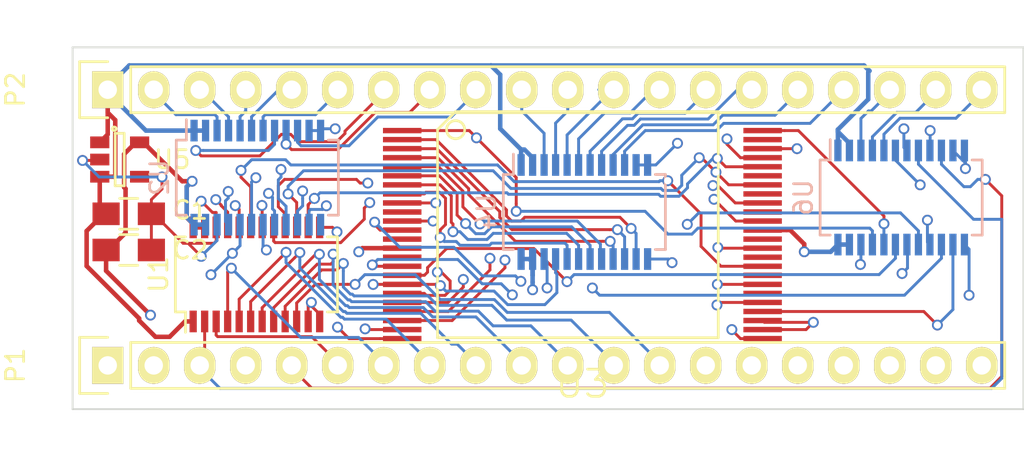
<source format=kicad_pcb>
(kicad_pcb (version 4) (host pcbnew "(2015-04-22 BZR 5620)-product")

  (general
    (links 108)
    (no_connects 1)
    (area 140.731667 45.364999 204.044048 64.925)
    (thickness 1.6)
    (drawings 4)
    (tracks 1013)
    (zones 0)
    (modules 10)
    (nets 85)
  )

  (page A4)
  (layers
    (0 F.Cu signal)
    (1 In1.Cu signal)
    (2 In2.Cu signal)
    (31 B.Cu signal)
    (32 B.Adhes user)
    (33 F.Adhes user)
    (34 B.Paste user)
    (35 F.Paste user)
    (36 B.SilkS user)
    (37 F.SilkS user)
    (38 B.Mask user)
    (39 F.Mask user)
    (40 Dwgs.User user)
    (41 Cmts.User user)
    (42 Eco1.User user)
    (43 Eco2.User user)
    (44 Edge.Cuts user)
    (45 Margin user)
    (46 B.CrtYd user)
    (47 F.CrtYd user)
    (48 B.Fab user)
    (49 F.Fab user)
  )

  (setup
    (last_trace_width 0.25)
    (trace_clearance 0.2)
    (zone_clearance 0.508)
    (zone_45_only no)
    (trace_min 0.16)
    (segment_width 0.2)
    (edge_width 0.1)
    (via_size 0.6)
    (via_drill 0.4)
    (via_min_size 0.4)
    (via_min_drill 0.3)
    (uvia_size 0.3)
    (uvia_drill 0.1)
    (uvias_allowed no)
    (uvia_min_size 0.2)
    (uvia_min_drill 0.1)
    (pcb_text_width 0.3)
    (pcb_text_size 1.5 1.5)
    (mod_edge_width 0.15)
    (mod_text_size 1 1)
    (mod_text_width 0.15)
    (pad_size 1.5 1.5)
    (pad_drill 0.6)
    (pad_to_mask_clearance 0)
    (aux_axis_origin 0 0)
    (visible_elements 7FFFFFFF)
    (pcbplotparams
      (layerselection 0x00030_80000001)
      (usegerberextensions false)
      (excludeedgelayer true)
      (linewidth 0.100000)
      (plotframeref false)
      (viasonmask false)
      (mode 1)
      (useauxorigin false)
      (hpglpennumber 1)
      (hpglpenspeed 20)
      (hpglpendiameter 15)
      (hpglpenoverlay 2)
      (psnegative false)
      (psa4output false)
      (plotreference true)
      (plotvalue true)
      (plotinvisibletext false)
      (padsonsilk false)
      (subtractmaskfromsilk false)
      (outputformat 1)
      (mirror false)
      (drillshape 1)
      (scaleselection 1)
      (outputdirectory ""))
  )

  (net 0 "")
  (net 1 +5V)
  (net 2 GND)
  (net 3 +3V3)
  (net 4 /5A19)
  (net 5 /5A20)
  (net 6 /!5WE)
  (net 7 /!5RST)
  (net 8 /!5OE)
  (net 9 "Net-(P1-Pad6)")
  (net 10 "Net-(P1-Pad7)")
  (net 11 "Net-(P1-Pad8)")
  (net 12 "Net-(P1-Pad9)")
  (net 13 "Net-(P1-Pad10)")
  (net 14 "Net-(P1-Pad11)")
  (net 15 "Net-(P1-Pad12)")
  (net 16 "Net-(P1-Pad13)")
  (net 17 "Net-(P1-Pad14)")
  (net 18 "Net-(P1-Pad15)")
  (net 19 "Net-(P1-Pad16)")
  (net 20 "Net-(P1-Pad17)")
  (net 21 "Net-(P1-Pad18)")
  (net 22 "Net-(P1-Pad19)")
  (net 23 "Net-(P2-Pad2)")
  (net 24 "Net-(P2-Pad3)")
  (net 25 "Net-(P2-Pad4)")
  (net 26 "Net-(P2-Pad5)")
  (net 27 "Net-(P2-Pad6)")
  (net 28 "Net-(P2-Pad7)")
  (net 29 "Net-(P2-Pad8)")
  (net 30 "Net-(P2-Pad9)")
  (net 31 "Net-(P2-Pad10)")
  (net 32 "Net-(P2-Pad11)")
  (net 33 "Net-(P2-Pad12)")
  (net 34 "Net-(P2-Pad13)")
  (net 35 "Net-(P2-Pad14)")
  (net 36 "Net-(P2-Pad15)")
  (net 37 "Net-(P2-Pad16)")
  (net 38 "Net-(P2-Pad17)")
  (net 39 "Net-(P2-Pad18)")
  (net 40 "Net-(P2-Pad19)")
  (net 41 "Net-(P2-Pad20)")
  (net 42 "Net-(U1-Pad14)")
  (net 43 "Net-(U1-Pad15)")
  (net 44 "Net-(U1-Pad16)")
  (net 45 "Net-(U1-Pad17)")
  (net 46 "Net-(U1-Pad18)")
  (net 47 "Net-(U1-Pad19)")
  (net 48 "Net-(U1-Pad20)")
  (net 49 "Net-(U1-Pad21)")
  (net 50 /A7)
  (net 51 /A6)
  (net 52 /A5)
  (net 53 /A4)
  (net 54 /A3)
  (net 55 /A2)
  (net 56 /A1)
  (net 57 /A0)
  (net 58 /A16)
  (net 59 /A15)
  (net 60 /A14)
  (net 61 /A13)
  (net 62 /A12)
  (net 63 /A11)
  (net 64 /A10)
  (net 65 /A9)
  (net 66 /A20)
  (net 67 "Net-(U3-Pad10)")
  (net 68 /!WE)
  (net 69 /!RST)
  (net 70 "Net-(U3-Pad13)")
  (net 71 "Net-(U3-Pad15)")
  (net 72 /A19)
  (net 73 /A18)
  (net 74 /A8)
  (net 75 /!OE)
  (net 76 "Net-(U3-Pad30)")
  (net 77 "Net-(U3-Pad32)")
  (net 78 "Net-(U3-Pad34)")
  (net 79 "Net-(U3-Pad36)")
  (net 80 "Net-(U3-Pad39)")
  (net 81 "Net-(U3-Pad41)")
  (net 82 "Net-(U3-Pad43)")
  (net 83 "Net-(U3-Pad47)")
  (net 84 /A17)

  (net_class Default "Ceci est la Netclass par défaut"
    (clearance 0.2)
    (trace_width 0.25)
    (via_dia 0.6)
    (via_drill 0.4)
    (uvia_dia 0.3)
    (uvia_drill 0.1)
    (add_net +3V3)
    (add_net +5V)
  )

  (net_class Signal ""
    (clearance 0.16)
    (trace_width 0.16)
    (via_dia 0.6)
    (via_drill 0.4)
    (uvia_dia 0.3)
    (uvia_drill 0.1)
    (add_net /!5OE)
    (add_net /!5RST)
    (add_net /!5WE)
    (add_net /!OE)
    (add_net /!RST)
    (add_net /!WE)
    (add_net /5A19)
    (add_net /5A20)
    (add_net /A0)
    (add_net /A1)
    (add_net /A10)
    (add_net /A11)
    (add_net /A12)
    (add_net /A13)
    (add_net /A14)
    (add_net /A15)
    (add_net /A16)
    (add_net /A17)
    (add_net /A18)
    (add_net /A19)
    (add_net /A2)
    (add_net /A20)
    (add_net /A3)
    (add_net /A4)
    (add_net /A5)
    (add_net /A6)
    (add_net /A7)
    (add_net /A8)
    (add_net /A9)
    (add_net GND)
    (add_net "Net-(P1-Pad10)")
    (add_net "Net-(P1-Pad11)")
    (add_net "Net-(P1-Pad12)")
    (add_net "Net-(P1-Pad13)")
    (add_net "Net-(P1-Pad14)")
    (add_net "Net-(P1-Pad15)")
    (add_net "Net-(P1-Pad16)")
    (add_net "Net-(P1-Pad17)")
    (add_net "Net-(P1-Pad18)")
    (add_net "Net-(P1-Pad19)")
    (add_net "Net-(P1-Pad6)")
    (add_net "Net-(P1-Pad7)")
    (add_net "Net-(P1-Pad8)")
    (add_net "Net-(P1-Pad9)")
    (add_net "Net-(P2-Pad10)")
    (add_net "Net-(P2-Pad11)")
    (add_net "Net-(P2-Pad12)")
    (add_net "Net-(P2-Pad13)")
    (add_net "Net-(P2-Pad14)")
    (add_net "Net-(P2-Pad15)")
    (add_net "Net-(P2-Pad16)")
    (add_net "Net-(P2-Pad17)")
    (add_net "Net-(P2-Pad18)")
    (add_net "Net-(P2-Pad19)")
    (add_net "Net-(P2-Pad2)")
    (add_net "Net-(P2-Pad20)")
    (add_net "Net-(P2-Pad3)")
    (add_net "Net-(P2-Pad4)")
    (add_net "Net-(P2-Pad5)")
    (add_net "Net-(P2-Pad6)")
    (add_net "Net-(P2-Pad7)")
    (add_net "Net-(P2-Pad8)")
    (add_net "Net-(P2-Pad9)")
    (add_net "Net-(U1-Pad14)")
    (add_net "Net-(U1-Pad15)")
    (add_net "Net-(U1-Pad16)")
    (add_net "Net-(U1-Pad17)")
    (add_net "Net-(U1-Pad18)")
    (add_net "Net-(U1-Pad19)")
    (add_net "Net-(U1-Pad20)")
    (add_net "Net-(U1-Pad21)")
    (add_net "Net-(U3-Pad10)")
    (add_net "Net-(U3-Pad13)")
    (add_net "Net-(U3-Pad15)")
    (add_net "Net-(U3-Pad30)")
    (add_net "Net-(U3-Pad32)")
    (add_net "Net-(U3-Pad34)")
    (add_net "Net-(U3-Pad36)")
    (add_net "Net-(U3-Pad39)")
    (add_net "Net-(U3-Pad41)")
    (add_net "Net-(U3-Pad43)")
    (add_net "Net-(U3-Pad47)")
  )

  (module TSOP48:TSOP-48 (layer F.Cu) (tedit 55F2C8B0) (tstamp 55F2DC9C)
    (at 175.15 56.05)
    (path /55F2B6EB)
    (fp_text reference U3 (at 0 7.55) (layer F.SilkS)
      (effects (font (size 1.5 1.5) (thickness 0.15)))
    )
    (fp_text value 39VF1681-70EKE (at -0.25 -8.7) (layer F.Fab)
      (effects (font (size 1.5 1.5) (thickness 0.15)))
    )
    (fp_circle (center -7 -6.5) (end -6.5 -6.5) (layer F.SilkS) (width 0.15))
    (fp_line (start -8 -6.5) (end -8 5) (layer F.SilkS) (width 0.15))
    (fp_line (start -8 5) (end 7.5 5) (layer F.SilkS) (width 0.15))
    (fp_line (start -8 -6.5) (end -7 -7.5) (layer F.SilkS) (width 0.15))
    (fp_line (start -7 -7.5) (end 7.5 -7.5) (layer F.SilkS) (width 0.15))
    (fp_line (start 7.5 -7.5) (end 7.5 5) (layer F.SilkS) (width 0.15))
    (pad 1 smd rect (at -9.95 -6.45) (size 2.124 0.3) (layers F.Cu F.Paste F.Mask)
      (net 58 /A16) (solder_mask_margin 0.05) (clearance 0.05))
    (pad 2 smd rect (at -9.95 -5.95) (size 2.124 0.3) (layers F.Cu F.Paste F.Mask)
      (net 59 /A15) (solder_mask_margin 0.05) (clearance 0.05))
    (pad 3 smd rect (at -9.95 -5.45) (size 2.124 0.3) (layers F.Cu F.Paste F.Mask)
      (net 60 /A14) (solder_mask_margin 0.05) (clearance 0.05))
    (pad 4 smd rect (at -9.95 -4.95) (size 2.124 0.3) (layers F.Cu F.Paste F.Mask)
      (net 61 /A13) (solder_mask_margin 0.05) (clearance 0.05))
    (pad 5 smd rect (at -9.95 -4.45) (size 2.124 0.3) (layers F.Cu F.Paste F.Mask)
      (net 62 /A12) (solder_mask_margin 0.05) (clearance 0.05))
    (pad 6 smd rect (at -9.95 -3.95) (size 2.124 0.3) (layers F.Cu F.Paste F.Mask)
      (net 63 /A11) (solder_mask_margin 0.05) (clearance 0.05))
    (pad 7 smd rect (at -9.95 -3.45) (size 2.124 0.3) (layers F.Cu F.Paste F.Mask)
      (net 64 /A10) (solder_mask_margin 0.05) (clearance 0.05))
    (pad 8 smd rect (at -9.95 -2.95) (size 2.124 0.3) (layers F.Cu F.Paste F.Mask)
      (net 65 /A9) (solder_mask_margin 0.05) (clearance 0.05))
    (pad 9 smd rect (at -9.95 -2.45) (size 2.124 0.3) (layers F.Cu F.Paste F.Mask)
      (net 66 /A20) (solder_mask_margin 0.05) (clearance 0.05))
    (pad 10 smd rect (at -9.95 -1.95) (size 2.124 0.3) (layers F.Cu F.Paste F.Mask)
      (net 67 "Net-(U3-Pad10)") (solder_mask_margin 0.05) (clearance 0.05))
    (pad 11 smd rect (at -9.95 -1.45) (size 2.124 0.3) (layers F.Cu F.Paste F.Mask)
      (net 68 /!WE) (solder_mask_margin 0.05) (clearance 0.05))
    (pad 12 smd rect (at -9.95 -0.95) (size 2.124 0.3) (layers F.Cu F.Paste F.Mask)
      (net 69 /!RST) (solder_mask_margin 0.05) (clearance 0.05))
    (pad 13 smd rect (at -9.95 -0.45) (size 2.124 0.3) (layers F.Cu F.Paste F.Mask)
      (net 70 "Net-(U3-Pad13)") (solder_mask_margin 0.05) (clearance 0.05))
    (pad 14 smd rect (at -9.95 0.05) (size 2.124 0.3) (layers F.Cu F.Paste F.Mask)
      (net 3 +3V3) (solder_mask_margin 0.05) (clearance 0.05))
    (pad 15 smd rect (at -9.95 0.55) (size 2.124 0.3) (layers F.Cu F.Paste F.Mask)
      (net 71 "Net-(U3-Pad15)") (solder_mask_margin 0.05) (clearance 0.05))
    (pad 16 smd rect (at -9.95 1.05) (size 2.124 0.3) (layers F.Cu F.Paste F.Mask)
      (net 72 /A19) (solder_mask_margin 0.05) (clearance 0.05))
    (pad 17 smd rect (at -9.95 1.55) (size 2.124 0.3) (layers F.Cu F.Paste F.Mask)
      (net 73 /A18) (solder_mask_margin 0.05) (clearance 0.05))
    (pad 18 smd rect (at -9.95 2.05) (size 2.124 0.3) (layers F.Cu F.Paste F.Mask)
      (net 74 /A8) (solder_mask_margin 0.05) (clearance 0.05))
    (pad 19 smd rect (at -9.95 2.55) (size 2.124 0.3) (layers F.Cu F.Paste F.Mask)
      (net 50 /A7) (solder_mask_margin 0.05) (clearance 0.05))
    (pad 20 smd rect (at -9.95 3.05) (size 2.124 0.3) (layers F.Cu F.Paste F.Mask)
      (net 51 /A6) (solder_mask_margin 0.05) (clearance 0.05))
    (pad 21 smd rect (at -9.95 3.55) (size 2.124 0.3) (layers F.Cu F.Paste F.Mask)
      (net 52 /A5) (solder_mask_margin 0.05) (clearance 0.05))
    (pad 22 smd rect (at -9.95 4.05) (size 2.124 0.3) (layers F.Cu F.Paste F.Mask)
      (net 53 /A4) (solder_mask_margin 0.05) (clearance 0.05))
    (pad 23 smd rect (at -9.95 4.55) (size 2.124 0.3) (layers F.Cu F.Paste F.Mask)
      (net 54 /A3) (solder_mask_margin 0.05) (clearance 0.05))
    (pad 24 smd rect (at -9.95 5.05) (size 2.124 0.3) (layers F.Cu F.Paste F.Mask)
      (net 55 /A2) (solder_mask_margin 0.05) (clearance 0.05))
    (pad 25 smd rect (at 9.95 5.05) (size 2.124 0.3) (layers F.Cu F.Paste F.Mask)
      (net 56 /A1) (solder_mask_margin 0.05) (clearance 0.05))
    (pad 26 smd rect (at 9.95 4.55) (size 2.124 0.3) (layers F.Cu F.Paste F.Mask)
      (net 2 GND) (solder_mask_margin 0.05) (clearance 0.05))
    (pad 27 smd rect (at 9.95 4.05) (size 2.124 0.3) (layers F.Cu F.Paste F.Mask)
      (net 2 GND) (solder_mask_margin 0.05) (clearance 0.05))
    (pad 28 smd rect (at 9.95 3.55) (size 2.124 0.3) (layers F.Cu F.Paste F.Mask)
      (net 75 /!OE) (solder_mask_margin 0.05) (clearance 0.05))
    (pad 29 smd rect (at 9.95 3.05) (size 2.124 0.3) (layers F.Cu F.Paste F.Mask)
      (net 49 "Net-(U1-Pad21)") (solder_mask_margin 0.05) (clearance 0.05))
    (pad 30 smd rect (at 9.95 2.55) (size 2.124 0.3) (layers F.Cu F.Paste F.Mask)
      (net 76 "Net-(U3-Pad30)") (solder_mask_margin 0.05) (clearance 0.05))
    (pad 31 smd rect (at 9.95 2.05) (size 2.124 0.3) (layers F.Cu F.Paste F.Mask)
      (net 48 "Net-(U1-Pad20)") (solder_mask_margin 0.05) (clearance 0.05))
    (pad 32 smd rect (at 9.95 1.55) (size 2.124 0.3) (layers F.Cu F.Paste F.Mask)
      (net 77 "Net-(U3-Pad32)") (solder_mask_margin 0.05) (clearance 0.05))
    (pad 33 smd rect (at 9.95 1.05) (size 2.124 0.3) (layers F.Cu F.Paste F.Mask)
      (net 47 "Net-(U1-Pad19)") (solder_mask_margin 0.05) (clearance 0.05))
    (pad 34 smd rect (at 9.95 0.55) (size 2.124 0.3) (layers F.Cu F.Paste F.Mask)
      (net 78 "Net-(U3-Pad34)") (solder_mask_margin 0.05) (clearance 0.05))
    (pad 35 smd rect (at 9.95 0.05) (size 2.124 0.3) (layers F.Cu F.Paste F.Mask)
      (net 46 "Net-(U1-Pad18)") (solder_mask_margin 0.05) (clearance 0.05))
    (pad 36 smd rect (at 9.95 -0.45) (size 2.124 0.3) (layers F.Cu F.Paste F.Mask)
      (net 79 "Net-(U3-Pad36)") (solder_mask_margin 0.05) (clearance 0.05))
    (pad 37 smd rect (at 9.95 -0.95) (size 2.124 0.3) (layers F.Cu F.Paste F.Mask)
      (net 3 +3V3) (solder_mask_margin 0.05) (clearance 0.05))
    (pad 38 smd rect (at 9.95 -1.45) (size 2.124 0.3) (layers F.Cu F.Paste F.Mask)
      (net 45 "Net-(U1-Pad17)") (solder_mask_margin 0.05) (clearance 0.05))
    (pad 39 smd rect (at 9.95 -1.95) (size 2.124 0.3) (layers F.Cu F.Paste F.Mask)
      (net 80 "Net-(U3-Pad39)") (solder_mask_margin 0.05) (clearance 0.05))
    (pad 40 smd rect (at 9.95 -2.45) (size 2.124 0.3) (layers F.Cu F.Paste F.Mask)
      (net 44 "Net-(U1-Pad16)") (solder_mask_margin 0.05) (clearance 0.05))
    (pad 41 smd rect (at 9.95 -2.95) (size 2.124 0.3) (layers F.Cu F.Paste F.Mask)
      (net 81 "Net-(U3-Pad41)") (solder_mask_margin 0.05) (clearance 0.05))
    (pad 42 smd rect (at 9.95 -3.45) (size 2.124 0.3) (layers F.Cu F.Paste F.Mask)
      (net 43 "Net-(U1-Pad15)") (solder_mask_margin 0.05) (clearance 0.05))
    (pad 43 smd rect (at 9.95 -3.95) (size 2.124 0.3) (layers F.Cu F.Paste F.Mask)
      (net 82 "Net-(U3-Pad43)") (solder_mask_margin 0.05) (clearance 0.05))
    (pad 44 smd rect (at 9.95 -4.45) (size 2.124 0.3) (layers F.Cu F.Paste F.Mask)
      (net 42 "Net-(U1-Pad14)") (solder_mask_margin 0.05) (clearance 0.05))
    (pad 45 smd rect (at 9.95 -4.95) (size 2.124 0.3) (layers F.Cu F.Paste F.Mask)
      (net 57 /A0) (solder_mask_margin 0.05) (clearance 0.05))
    (pad 46 smd rect (at 9.95 -5.45) (size 2.124 0.3) (layers F.Cu F.Paste F.Mask)
      (net 2 GND) (solder_mask_margin 0.05) (clearance 0.05))
    (pad 47 smd rect (at 9.95 -5.95) (size 2.124 0.3) (layers F.Cu F.Paste F.Mask)
      (net 83 "Net-(U3-Pad47)") (solder_mask_margin 0.05) (clearance 0.05))
    (pad 48 smd rect (at 9.95 -6.45) (size 2.124 0.3) (layers F.Cu F.Paste F.Mask)
      (net 84 /A17) (solder_mask_margin 0.05) (clearance 0.05))
  )

  (module Capacitors_SMD:C_0805_HandSoldering (layer F.Cu) (tedit 55F2C961) (tstamp 55F2DBC8)
    (at 150.1 54.2)
    (descr "Capacitor SMD 0805, hand soldering")
    (tags "capacitor 0805")
    (path /55F2BA43)
    (attr smd)
    (fp_text reference C1 (at 3.4 -0.2) (layer F.SilkS)
      (effects (font (size 1 1) (thickness 0.15)))
    )
    (fp_text value 1µ (at 0 2.1) (layer F.Fab)
      (effects (font (size 1 1) (thickness 0.15)))
    )
    (fp_line (start -2.3 -1) (end 2.3 -1) (layer F.CrtYd) (width 0.05))
    (fp_line (start -2.3 1) (end 2.3 1) (layer F.CrtYd) (width 0.05))
    (fp_line (start -2.3 -1) (end -2.3 1) (layer F.CrtYd) (width 0.05))
    (fp_line (start 2.3 -1) (end 2.3 1) (layer F.CrtYd) (width 0.05))
    (fp_line (start 0.5 -0.85) (end -0.5 -0.85) (layer F.SilkS) (width 0.15))
    (fp_line (start -0.5 0.85) (end 0.5 0.85) (layer F.SilkS) (width 0.15))
    (pad 1 smd rect (at -1.25 0) (size 1.5 1.25) (layers F.Cu F.Paste F.Mask)
      (net 1 +5V))
    (pad 2 smd rect (at 1.25 0) (size 1.5 1.25) (layers F.Cu F.Paste F.Mask)
      (net 2 GND))
    (model Capacitors_SMD.3dshapes/C_0805_HandSoldering.wrl
      (at (xyz 0 0 0))
      (scale (xyz 1 1 1))
      (rotate (xyz 0 0 0))
    )
  )

  (module Capacitors_SMD:C_0805_HandSoldering (layer F.Cu) (tedit 55F2C956) (tstamp 55F2DBD4)
    (at 150.1 56.2)
    (descr "Capacitor SMD 0805, hand soldering")
    (tags "capacitor 0805")
    (path /55F2BAB2)
    (attr smd)
    (fp_text reference C2 (at 3.4 0) (layer F.SilkS)
      (effects (font (size 1 1) (thickness 0.15)))
    )
    (fp_text value 1µ (at 0 2.1) (layer F.Fab)
      (effects (font (size 1 1) (thickness 0.15)))
    )
    (fp_line (start -2.3 -1) (end 2.3 -1) (layer F.CrtYd) (width 0.05))
    (fp_line (start -2.3 1) (end 2.3 1) (layer F.CrtYd) (width 0.05))
    (fp_line (start -2.3 -1) (end -2.3 1) (layer F.CrtYd) (width 0.05))
    (fp_line (start 2.3 -1) (end 2.3 1) (layer F.CrtYd) (width 0.05))
    (fp_line (start 0.5 -0.85) (end -0.5 -0.85) (layer F.SilkS) (width 0.15))
    (fp_line (start -0.5 0.85) (end 0.5 0.85) (layer F.SilkS) (width 0.15))
    (pad 1 smd rect (at -1.25 0) (size 1.5 1.25) (layers F.Cu F.Paste F.Mask)
      (net 3 +3V3))
    (pad 2 smd rect (at 1.25 0) (size 1.5 1.25) (layers F.Cu F.Paste F.Mask)
      (net 2 GND))
    (model Capacitors_SMD.3dshapes/C_0805_HandSoldering.wrl
      (at (xyz 0 0 0))
      (scale (xyz 1 1 1))
      (rotate (xyz 0 0 0))
    )
  )

  (module Pin_Headers:Pin_Header_Straight_1x20 (layer F.Cu) (tedit 0) (tstamp 55F2DBF7)
    (at 148.94 62.58 90)
    (descr "Through hole pin header")
    (tags "pin header")
    (path /55F32045)
    (fp_text reference P1 (at 0 -5.1 90) (layer F.SilkS)
      (effects (font (size 1 1) (thickness 0.15)))
    )
    (fp_text value CONN_01X20 (at 0 -3.1 90) (layer F.Fab)
      (effects (font (size 1 1) (thickness 0.15)))
    )
    (fp_line (start -1.75 -1.75) (end -1.75 50.05) (layer F.CrtYd) (width 0.05))
    (fp_line (start 1.75 -1.75) (end 1.75 50.05) (layer F.CrtYd) (width 0.05))
    (fp_line (start -1.75 -1.75) (end 1.75 -1.75) (layer F.CrtYd) (width 0.05))
    (fp_line (start -1.75 50.05) (end 1.75 50.05) (layer F.CrtYd) (width 0.05))
    (fp_line (start 1.27 1.27) (end 1.27 49.53) (layer F.SilkS) (width 0.15))
    (fp_line (start 1.27 49.53) (end -1.27 49.53) (layer F.SilkS) (width 0.15))
    (fp_line (start -1.27 49.53) (end -1.27 1.27) (layer F.SilkS) (width 0.15))
    (fp_line (start 1.55 -1.55) (end 1.55 0) (layer F.SilkS) (width 0.15))
    (fp_line (start 1.27 1.27) (end -1.27 1.27) (layer F.SilkS) (width 0.15))
    (fp_line (start -1.55 0) (end -1.55 -1.55) (layer F.SilkS) (width 0.15))
    (fp_line (start -1.55 -1.55) (end 1.55 -1.55) (layer F.SilkS) (width 0.15))
    (pad 1 thru_hole rect (at 0 0 90) (size 2.032 1.7272) (drill 1.016) (layers *.Cu *.Mask F.SilkS)
      (net 4 /5A19))
    (pad 2 thru_hole oval (at 0 2.54 90) (size 2.032 1.7272) (drill 1.016) (layers *.Cu *.Mask F.SilkS)
      (net 5 /5A20))
    (pad 3 thru_hole oval (at 0 5.08 90) (size 2.032 1.7272) (drill 1.016) (layers *.Cu *.Mask F.SilkS)
      (net 6 /!5WE))
    (pad 4 thru_hole oval (at 0 7.62 90) (size 2.032 1.7272) (drill 1.016) (layers *.Cu *.Mask F.SilkS)
      (net 7 /!5RST))
    (pad 5 thru_hole oval (at 0 10.16 90) (size 2.032 1.7272) (drill 1.016) (layers *.Cu *.Mask F.SilkS)
      (net 8 /!5OE))
    (pad 6 thru_hole oval (at 0 12.7 90) (size 2.032 1.7272) (drill 1.016) (layers *.Cu *.Mask F.SilkS)
      (net 9 "Net-(P1-Pad6)"))
    (pad 7 thru_hole oval (at 0 15.24 90) (size 2.032 1.7272) (drill 1.016) (layers *.Cu *.Mask F.SilkS)
      (net 10 "Net-(P1-Pad7)"))
    (pad 8 thru_hole oval (at 0 17.78 90) (size 2.032 1.7272) (drill 1.016) (layers *.Cu *.Mask F.SilkS)
      (net 11 "Net-(P1-Pad8)"))
    (pad 9 thru_hole oval (at 0 20.32 90) (size 2.032 1.7272) (drill 1.016) (layers *.Cu *.Mask F.SilkS)
      (net 12 "Net-(P1-Pad9)"))
    (pad 10 thru_hole oval (at 0 22.86 90) (size 2.032 1.7272) (drill 1.016) (layers *.Cu *.Mask F.SilkS)
      (net 13 "Net-(P1-Pad10)"))
    (pad 11 thru_hole oval (at 0 25.4 90) (size 2.032 1.7272) (drill 1.016) (layers *.Cu *.Mask F.SilkS)
      (net 14 "Net-(P1-Pad11)"))
    (pad 12 thru_hole oval (at 0 27.94 90) (size 2.032 1.7272) (drill 1.016) (layers *.Cu *.Mask F.SilkS)
      (net 15 "Net-(P1-Pad12)"))
    (pad 13 thru_hole oval (at 0 30.48 90) (size 2.032 1.7272) (drill 1.016) (layers *.Cu *.Mask F.SilkS)
      (net 16 "Net-(P1-Pad13)"))
    (pad 14 thru_hole oval (at 0 33.02 90) (size 2.032 1.7272) (drill 1.016) (layers *.Cu *.Mask F.SilkS)
      (net 17 "Net-(P1-Pad14)"))
    (pad 15 thru_hole oval (at 0 35.56 90) (size 2.032 1.7272) (drill 1.016) (layers *.Cu *.Mask F.SilkS)
      (net 18 "Net-(P1-Pad15)"))
    (pad 16 thru_hole oval (at 0 38.1 90) (size 2.032 1.7272) (drill 1.016) (layers *.Cu *.Mask F.SilkS)
      (net 19 "Net-(P1-Pad16)"))
    (pad 17 thru_hole oval (at 0 40.64 90) (size 2.032 1.7272) (drill 1.016) (layers *.Cu *.Mask F.SilkS)
      (net 20 "Net-(P1-Pad17)"))
    (pad 18 thru_hole oval (at 0 43.18 90) (size 2.032 1.7272) (drill 1.016) (layers *.Cu *.Mask F.SilkS)
      (net 21 "Net-(P1-Pad18)"))
    (pad 19 thru_hole oval (at 0 45.72 90) (size 2.032 1.7272) (drill 1.016) (layers *.Cu *.Mask F.SilkS)
      (net 22 "Net-(P1-Pad19)"))
    (pad 20 thru_hole oval (at 0 48.26 90) (size 2.032 1.7272) (drill 1.016) (layers *.Cu *.Mask F.SilkS)
      (net 2 GND))
    (model Pin_Headers.3dshapes/Pin_Header_Straight_1x20.wrl
      (at (xyz 0 -0.95 0))
      (scale (xyz 1 1 1))
      (rotate (xyz 0 0 90))
    )
  )

  (module Pin_Headers:Pin_Header_Straight_1x20 (layer F.Cu) (tedit 0) (tstamp 55F2DC1A)
    (at 148.94 47.34 90)
    (descr "Through hole pin header")
    (tags "pin header")
    (path /55F32285)
    (fp_text reference P2 (at 0 -5.1 90) (layer F.SilkS)
      (effects (font (size 1 1) (thickness 0.15)))
    )
    (fp_text value CONN_01X20 (at 0 -3.1 90) (layer F.Fab)
      (effects (font (size 1 1) (thickness 0.15)))
    )
    (fp_line (start -1.75 -1.75) (end -1.75 50.05) (layer F.CrtYd) (width 0.05))
    (fp_line (start 1.75 -1.75) (end 1.75 50.05) (layer F.CrtYd) (width 0.05))
    (fp_line (start -1.75 -1.75) (end 1.75 -1.75) (layer F.CrtYd) (width 0.05))
    (fp_line (start -1.75 50.05) (end 1.75 50.05) (layer F.CrtYd) (width 0.05))
    (fp_line (start 1.27 1.27) (end 1.27 49.53) (layer F.SilkS) (width 0.15))
    (fp_line (start 1.27 49.53) (end -1.27 49.53) (layer F.SilkS) (width 0.15))
    (fp_line (start -1.27 49.53) (end -1.27 1.27) (layer F.SilkS) (width 0.15))
    (fp_line (start 1.55 -1.55) (end 1.55 0) (layer F.SilkS) (width 0.15))
    (fp_line (start 1.27 1.27) (end -1.27 1.27) (layer F.SilkS) (width 0.15))
    (fp_line (start -1.55 0) (end -1.55 -1.55) (layer F.SilkS) (width 0.15))
    (fp_line (start -1.55 -1.55) (end 1.55 -1.55) (layer F.SilkS) (width 0.15))
    (pad 1 thru_hole rect (at 0 0 90) (size 2.032 1.7272) (drill 1.016) (layers *.Cu *.Mask F.SilkS)
      (net 1 +5V))
    (pad 2 thru_hole oval (at 0 2.54 90) (size 2.032 1.7272) (drill 1.016) (layers *.Cu *.Mask F.SilkS)
      (net 23 "Net-(P2-Pad2)"))
    (pad 3 thru_hole oval (at 0 5.08 90) (size 2.032 1.7272) (drill 1.016) (layers *.Cu *.Mask F.SilkS)
      (net 24 "Net-(P2-Pad3)"))
    (pad 4 thru_hole oval (at 0 7.62 90) (size 2.032 1.7272) (drill 1.016) (layers *.Cu *.Mask F.SilkS)
      (net 25 "Net-(P2-Pad4)"))
    (pad 5 thru_hole oval (at 0 10.16 90) (size 2.032 1.7272) (drill 1.016) (layers *.Cu *.Mask F.SilkS)
      (net 26 "Net-(P2-Pad5)"))
    (pad 6 thru_hole oval (at 0 12.7 90) (size 2.032 1.7272) (drill 1.016) (layers *.Cu *.Mask F.SilkS)
      (net 27 "Net-(P2-Pad6)"))
    (pad 7 thru_hole oval (at 0 15.24 90) (size 2.032 1.7272) (drill 1.016) (layers *.Cu *.Mask F.SilkS)
      (net 28 "Net-(P2-Pad7)"))
    (pad 8 thru_hole oval (at 0 17.78 90) (size 2.032 1.7272) (drill 1.016) (layers *.Cu *.Mask F.SilkS)
      (net 29 "Net-(P2-Pad8)"))
    (pad 9 thru_hole oval (at 0 20.32 90) (size 2.032 1.7272) (drill 1.016) (layers *.Cu *.Mask F.SilkS)
      (net 30 "Net-(P2-Pad9)"))
    (pad 10 thru_hole oval (at 0 22.86 90) (size 2.032 1.7272) (drill 1.016) (layers *.Cu *.Mask F.SilkS)
      (net 31 "Net-(P2-Pad10)"))
    (pad 11 thru_hole oval (at 0 25.4 90) (size 2.032 1.7272) (drill 1.016) (layers *.Cu *.Mask F.SilkS)
      (net 32 "Net-(P2-Pad11)"))
    (pad 12 thru_hole oval (at 0 27.94 90) (size 2.032 1.7272) (drill 1.016) (layers *.Cu *.Mask F.SilkS)
      (net 33 "Net-(P2-Pad12)"))
    (pad 13 thru_hole oval (at 0 30.48 90) (size 2.032 1.7272) (drill 1.016) (layers *.Cu *.Mask F.SilkS)
      (net 34 "Net-(P2-Pad13)"))
    (pad 14 thru_hole oval (at 0 33.02 90) (size 2.032 1.7272) (drill 1.016) (layers *.Cu *.Mask F.SilkS)
      (net 35 "Net-(P2-Pad14)"))
    (pad 15 thru_hole oval (at 0 35.56 90) (size 2.032 1.7272) (drill 1.016) (layers *.Cu *.Mask F.SilkS)
      (net 36 "Net-(P2-Pad15)"))
    (pad 16 thru_hole oval (at 0 38.1 90) (size 2.032 1.7272) (drill 1.016) (layers *.Cu *.Mask F.SilkS)
      (net 37 "Net-(P2-Pad16)"))
    (pad 17 thru_hole oval (at 0 40.64 90) (size 2.032 1.7272) (drill 1.016) (layers *.Cu *.Mask F.SilkS)
      (net 38 "Net-(P2-Pad17)"))
    (pad 18 thru_hole oval (at 0 43.18 90) (size 2.032 1.7272) (drill 1.016) (layers *.Cu *.Mask F.SilkS)
      (net 39 "Net-(P2-Pad18)"))
    (pad 19 thru_hole oval (at 0 45.72 90) (size 2.032 1.7272) (drill 1.016) (layers *.Cu *.Mask F.SilkS)
      (net 40 "Net-(P2-Pad19)"))
    (pad 20 thru_hole oval (at 0 48.26 90) (size 2.032 1.7272) (drill 1.016) (layers *.Cu *.Mask F.SilkS)
      (net 41 "Net-(P2-Pad20)"))
    (model Pin_Headers.3dshapes/Pin_Header_Straight_1x20.wrl
      (at (xyz 0 -0.95 0))
      (scale (xyz 1 1 1))
      (rotate (xyz 0 0 90))
    )
  )

  (module Housings_SSOP:SSOP-24_3.9x8.7mm_Pitch0.635mm (layer F.Cu) (tedit 54130A77) (tstamp 55F2DC41)
    (at 157.15 57.55 90)
    (descr "SSOP24: plastic shrink small outline package; 24 leads; body width 3.9 mm; lead pitch 0.635; (see NXP SSOP-TSSOP-VSO-REFLOW.pdf and sot556-1_po.pdf)")
    (tags "SSOP 0.635")
    (path /55F2E3B5)
    (attr smd)
    (fp_text reference U1 (at 0 -5.4 90) (layer F.SilkS)
      (effects (font (size 1 1) (thickness 0.15)))
    )
    (fp_text value SN74LVC4245A (at 0 5.4 90) (layer F.Fab)
      (effects (font (size 1 1) (thickness 0.15)))
    )
    (fp_line (start -3.45 -4.65) (end -3.45 4.65) (layer F.CrtYd) (width 0.05))
    (fp_line (start 3.45 -4.65) (end 3.45 4.65) (layer F.CrtYd) (width 0.05))
    (fp_line (start -3.45 -4.65) (end 3.45 -4.65) (layer F.CrtYd) (width 0.05))
    (fp_line (start -3.45 4.65) (end 3.45 4.65) (layer F.CrtYd) (width 0.05))
    (fp_line (start -2.075 -4.475) (end -2.075 -3.9175) (layer F.SilkS) (width 0.15))
    (fp_line (start 2.075 -4.475) (end 2.075 -3.9175) (layer F.SilkS) (width 0.15))
    (fp_line (start 2.075 4.475) (end 2.075 3.9175) (layer F.SilkS) (width 0.15))
    (fp_line (start -2.075 4.475) (end -2.075 3.9175) (layer F.SilkS) (width 0.15))
    (fp_line (start -2.075 -4.475) (end 2.075 -4.475) (layer F.SilkS) (width 0.15))
    (fp_line (start -2.075 4.475) (end 2.075 4.475) (layer F.SilkS) (width 0.15))
    (fp_line (start -2.075 -3.9175) (end -3.2 -3.9175) (layer F.SilkS) (width 0.15))
    (pad 1 smd rect (at -2.6 -3.4925 90) (size 1.2 0.4) (layers F.Cu F.Paste F.Mask)
      (net 1 +5V))
    (pad 2 smd rect (at -2.6 -2.8575 90) (size 1.2 0.4) (layers F.Cu F.Paste F.Mask)
      (net 6 /!5WE))
    (pad 3 smd rect (at -2.6 -2.2225 90) (size 1.2 0.4) (layers F.Cu F.Paste F.Mask)
      (net 9 "Net-(P1-Pad6)"))
    (pad 4 smd rect (at -2.6 -1.5875 90) (size 1.2 0.4) (layers F.Cu F.Paste F.Mask)
      (net 10 "Net-(P1-Pad7)"))
    (pad 5 smd rect (at -2.6 -0.9525 90) (size 1.2 0.4) (layers F.Cu F.Paste F.Mask)
      (net 11 "Net-(P1-Pad8)"))
    (pad 6 smd rect (at -2.6 -0.3175 90) (size 1.2 0.4) (layers F.Cu F.Paste F.Mask)
      (net 12 "Net-(P1-Pad9)"))
    (pad 7 smd rect (at -2.6 0.3175 90) (size 1.2 0.4) (layers F.Cu F.Paste F.Mask)
      (net 13 "Net-(P1-Pad10)"))
    (pad 8 smd rect (at -2.6 0.9525 90) (size 1.2 0.4) (layers F.Cu F.Paste F.Mask)
      (net 14 "Net-(P1-Pad11)"))
    (pad 9 smd rect (at -2.6 1.5875 90) (size 1.2 0.4) (layers F.Cu F.Paste F.Mask)
      (net 15 "Net-(P1-Pad12)"))
    (pad 10 smd rect (at -2.6 2.2225 90) (size 1.2 0.4) (layers F.Cu F.Paste F.Mask)
      (net 16 "Net-(P1-Pad13)"))
    (pad 11 smd rect (at -2.6 2.8575 90) (size 1.2 0.4) (layers F.Cu F.Paste F.Mask)
      (net 2 GND))
    (pad 12 smd rect (at -2.6 3.4925 90) (size 1.2 0.4) (layers F.Cu F.Paste F.Mask)
      (net 2 GND))
    (pad 13 smd rect (at 2.6 3.4925 90) (size 1.2 0.4) (layers F.Cu F.Paste F.Mask)
      (net 2 GND))
    (pad 14 smd rect (at 2.6 2.8575 90) (size 1.2 0.4) (layers F.Cu F.Paste F.Mask)
      (net 42 "Net-(U1-Pad14)"))
    (pad 15 smd rect (at 2.6 2.2225 90) (size 1.2 0.4) (layers F.Cu F.Paste F.Mask)
      (net 43 "Net-(U1-Pad15)"))
    (pad 16 smd rect (at 2.6 1.5875 90) (size 1.2 0.4) (layers F.Cu F.Paste F.Mask)
      (net 44 "Net-(U1-Pad16)"))
    (pad 17 smd rect (at 2.6 0.9525 90) (size 1.2 0.4) (layers F.Cu F.Paste F.Mask)
      (net 45 "Net-(U1-Pad17)"))
    (pad 18 smd rect (at 2.6 0.3175 90) (size 1.2 0.4) (layers F.Cu F.Paste F.Mask)
      (net 46 "Net-(U1-Pad18)"))
    (pad 19 smd rect (at 2.6 -0.3175 90) (size 1.2 0.4) (layers F.Cu F.Paste F.Mask)
      (net 47 "Net-(U1-Pad19)"))
    (pad 20 smd rect (at 2.6 -0.9525 90) (size 1.2 0.4) (layers F.Cu F.Paste F.Mask)
      (net 48 "Net-(U1-Pad20)"))
    (pad 21 smd rect (at 2.6 -1.5875 90) (size 1.2 0.4) (layers F.Cu F.Paste F.Mask)
      (net 49 "Net-(U1-Pad21)"))
    (pad 22 smd rect (at 2.6 -2.2225 90) (size 1.2 0.4) (layers F.Cu F.Paste F.Mask)
      (net 2 GND))
    (pad 23 smd rect (at 2.6 -2.8575 90) (size 1.2 0.4) (layers F.Cu F.Paste F.Mask)
      (net 3 +3V3))
    (pad 24 smd rect (at 2.6 -3.4925 90) (size 1.2 0.4) (layers F.Cu F.Paste F.Mask)
      (net 3 +3V3))
    (model Housings_SSOP.3dshapes/SSOP-24_3.9x8.7mm_Pitch0.635mm.wrl
      (at (xyz 0 0 0))
      (scale (xyz 1 1 1))
      (rotate (xyz 0 0 0))
    )
  )

  (module Housings_SSOP:SSOP-24_3.9x8.7mm_Pitch0.635mm (layer B.Cu) (tedit 54130A77) (tstamp 55F2DC68)
    (at 157.2 52.2 270)
    (descr "SSOP24: plastic shrink small outline package; 24 leads; body width 3.9 mm; lead pitch 0.635; (see NXP SSOP-TSSOP-VSO-REFLOW.pdf and sot556-1_po.pdf)")
    (tags "SSOP 0.635")
    (path /55F2B1A7)
    (attr smd)
    (fp_text reference U2 (at 0 5.4 270) (layer B.SilkS)
      (effects (font (size 1 1) (thickness 0.15)) (justify mirror))
    )
    (fp_text value SN74LVC4245A (at 0 -5.4 270) (layer B.Fab)
      (effects (font (size 1 1) (thickness 0.15)) (justify mirror))
    )
    (fp_line (start -3.45 4.65) (end -3.45 -4.65) (layer B.CrtYd) (width 0.05))
    (fp_line (start 3.45 4.65) (end 3.45 -4.65) (layer B.CrtYd) (width 0.05))
    (fp_line (start -3.45 4.65) (end 3.45 4.65) (layer B.CrtYd) (width 0.05))
    (fp_line (start -3.45 -4.65) (end 3.45 -4.65) (layer B.CrtYd) (width 0.05))
    (fp_line (start -2.075 4.475) (end -2.075 3.9175) (layer B.SilkS) (width 0.15))
    (fp_line (start 2.075 4.475) (end 2.075 3.9175) (layer B.SilkS) (width 0.15))
    (fp_line (start 2.075 -4.475) (end 2.075 -3.9175) (layer B.SilkS) (width 0.15))
    (fp_line (start -2.075 -4.475) (end -2.075 -3.9175) (layer B.SilkS) (width 0.15))
    (fp_line (start -2.075 4.475) (end 2.075 4.475) (layer B.SilkS) (width 0.15))
    (fp_line (start -2.075 -4.475) (end 2.075 -4.475) (layer B.SilkS) (width 0.15))
    (fp_line (start -2.075 3.9175) (end -3.2 3.9175) (layer B.SilkS) (width 0.15))
    (pad 1 smd rect (at -2.6 3.4925 270) (size 1.2 0.4) (layers B.Cu B.Paste B.Mask)
      (net 1 +5V))
    (pad 2 smd rect (at -2.6 2.8575 270) (size 1.2 0.4) (layers B.Cu B.Paste B.Mask)
      (net 1 +5V))
    (pad 3 smd rect (at -2.6 2.2225 270) (size 1.2 0.4) (layers B.Cu B.Paste B.Mask)
      (net 23 "Net-(P2-Pad2)"))
    (pad 4 smd rect (at -2.6 1.5875 270) (size 1.2 0.4) (layers B.Cu B.Paste B.Mask)
      (net 24 "Net-(P2-Pad3)"))
    (pad 5 smd rect (at -2.6 0.9525 270) (size 1.2 0.4) (layers B.Cu B.Paste B.Mask)
      (net 25 "Net-(P2-Pad4)"))
    (pad 6 smd rect (at -2.6 0.3175 270) (size 1.2 0.4) (layers B.Cu B.Paste B.Mask)
      (net 26 "Net-(P2-Pad5)"))
    (pad 7 smd rect (at -2.6 -0.3175 270) (size 1.2 0.4) (layers B.Cu B.Paste B.Mask)
      (net 27 "Net-(P2-Pad6)"))
    (pad 8 smd rect (at -2.6 -0.9525 270) (size 1.2 0.4) (layers B.Cu B.Paste B.Mask)
      (net 28 "Net-(P2-Pad7)"))
    (pad 9 smd rect (at -2.6 -1.5875 270) (size 1.2 0.4) (layers B.Cu B.Paste B.Mask)
      (net 29 "Net-(P2-Pad8)"))
    (pad 10 smd rect (at -2.6 -2.2225 270) (size 1.2 0.4) (layers B.Cu B.Paste B.Mask)
      (net 30 "Net-(P2-Pad9)"))
    (pad 11 smd rect (at -2.6 -2.8575 270) (size 1.2 0.4) (layers B.Cu B.Paste B.Mask)
      (net 2 GND))
    (pad 12 smd rect (at -2.6 -3.4925 270) (size 1.2 0.4) (layers B.Cu B.Paste B.Mask)
      (net 2 GND))
    (pad 13 smd rect (at 2.6 -3.4925 270) (size 1.2 0.4) (layers B.Cu B.Paste B.Mask)
      (net 2 GND))
    (pad 14 smd rect (at 2.6 -2.8575 270) (size 1.2 0.4) (layers B.Cu B.Paste B.Mask)
      (net 50 /A7))
    (pad 15 smd rect (at 2.6 -2.2225 270) (size 1.2 0.4) (layers B.Cu B.Paste B.Mask)
      (net 51 /A6))
    (pad 16 smd rect (at 2.6 -1.5875 270) (size 1.2 0.4) (layers B.Cu B.Paste B.Mask)
      (net 52 /A5))
    (pad 17 smd rect (at 2.6 -0.9525 270) (size 1.2 0.4) (layers B.Cu B.Paste B.Mask)
      (net 53 /A4))
    (pad 18 smd rect (at 2.6 -0.3175 270) (size 1.2 0.4) (layers B.Cu B.Paste B.Mask)
      (net 54 /A3))
    (pad 19 smd rect (at 2.6 0.3175 270) (size 1.2 0.4) (layers B.Cu B.Paste B.Mask)
      (net 55 /A2))
    (pad 20 smd rect (at 2.6 0.9525 270) (size 1.2 0.4) (layers B.Cu B.Paste B.Mask)
      (net 56 /A1))
    (pad 21 smd rect (at 2.6 1.5875 270) (size 1.2 0.4) (layers B.Cu B.Paste B.Mask)
      (net 57 /A0))
    (pad 22 smd rect (at 2.6 2.2225 270) (size 1.2 0.4) (layers B.Cu B.Paste B.Mask)
      (net 2 GND))
    (pad 23 smd rect (at 2.6 2.8575 270) (size 1.2 0.4) (layers B.Cu B.Paste B.Mask)
      (net 3 +3V3))
    (pad 24 smd rect (at 2.6 3.4925 270) (size 1.2 0.4) (layers B.Cu B.Paste B.Mask)
      (net 3 +3V3))
    (model Housings_SSOP.3dshapes/SSOP-24_3.9x8.7mm_Pitch0.635mm.wrl
      (at (xyz 0 0 0))
      (scale (xyz 1 1 1))
      (rotate (xyz 0 0 0))
    )
  )

  (module Housings_SSOP:SSOP-24_3.9x8.7mm_Pitch0.635mm (layer B.Cu) (tedit 54130A77) (tstamp 55F2DCC3)
    (at 175.2575 54.1 270)
    (descr "SSOP24: plastic shrink small outline package; 24 leads; body width 3.9 mm; lead pitch 0.635; (see NXP SSOP-TSSOP-VSO-REFLOW.pdf and sot556-1_po.pdf)")
    (tags "SSOP 0.635")
    (path /55F2C4EB)
    (attr smd)
    (fp_text reference U4 (at 0 5.4 270) (layer B.SilkS)
      (effects (font (size 1 1) (thickness 0.15)) (justify mirror))
    )
    (fp_text value SN74LVC4245A (at 0 -5.4 270) (layer B.Fab)
      (effects (font (size 1 1) (thickness 0.15)) (justify mirror))
    )
    (fp_line (start -3.45 4.65) (end -3.45 -4.65) (layer B.CrtYd) (width 0.05))
    (fp_line (start 3.45 4.65) (end 3.45 -4.65) (layer B.CrtYd) (width 0.05))
    (fp_line (start -3.45 4.65) (end 3.45 4.65) (layer B.CrtYd) (width 0.05))
    (fp_line (start -3.45 -4.65) (end 3.45 -4.65) (layer B.CrtYd) (width 0.05))
    (fp_line (start -2.075 4.475) (end -2.075 3.9175) (layer B.SilkS) (width 0.15))
    (fp_line (start 2.075 4.475) (end 2.075 3.9175) (layer B.SilkS) (width 0.15))
    (fp_line (start 2.075 -4.475) (end 2.075 -3.9175) (layer B.SilkS) (width 0.15))
    (fp_line (start -2.075 -4.475) (end -2.075 -3.9175) (layer B.SilkS) (width 0.15))
    (fp_line (start -2.075 4.475) (end 2.075 4.475) (layer B.SilkS) (width 0.15))
    (fp_line (start -2.075 -4.475) (end 2.075 -4.475) (layer B.SilkS) (width 0.15))
    (fp_line (start -2.075 3.9175) (end -3.2 3.9175) (layer B.SilkS) (width 0.15))
    (pad 1 smd rect (at -2.6 3.4925 270) (size 1.2 0.4) (layers B.Cu B.Paste B.Mask)
      (net 1 +5V))
    (pad 2 smd rect (at -2.6 2.8575 270) (size 1.2 0.4) (layers B.Cu B.Paste B.Mask)
      (net 1 +5V))
    (pad 3 smd rect (at -2.6 2.2225 270) (size 1.2 0.4) (layers B.Cu B.Paste B.Mask)
      (net 31 "Net-(P2-Pad10)"))
    (pad 4 smd rect (at -2.6 1.5875 270) (size 1.2 0.4) (layers B.Cu B.Paste B.Mask)
      (net 32 "Net-(P2-Pad11)"))
    (pad 5 smd rect (at -2.6 0.9525 270) (size 1.2 0.4) (layers B.Cu B.Paste B.Mask)
      (net 33 "Net-(P2-Pad12)"))
    (pad 6 smd rect (at -2.6 0.3175 270) (size 1.2 0.4) (layers B.Cu B.Paste B.Mask)
      (net 34 "Net-(P2-Pad13)"))
    (pad 7 smd rect (at -2.6 -0.3175 270) (size 1.2 0.4) (layers B.Cu B.Paste B.Mask)
      (net 35 "Net-(P2-Pad14)"))
    (pad 8 smd rect (at -2.6 -0.9525 270) (size 1.2 0.4) (layers B.Cu B.Paste B.Mask)
      (net 36 "Net-(P2-Pad15)"))
    (pad 9 smd rect (at -2.6 -1.5875 270) (size 1.2 0.4) (layers B.Cu B.Paste B.Mask)
      (net 37 "Net-(P2-Pad16)"))
    (pad 10 smd rect (at -2.6 -2.2225 270) (size 1.2 0.4) (layers B.Cu B.Paste B.Mask)
      (net 38 "Net-(P2-Pad17)"))
    (pad 11 smd rect (at -2.6 -2.8575 270) (size 1.2 0.4) (layers B.Cu B.Paste B.Mask)
      (net 2 GND))
    (pad 12 smd rect (at -2.6 -3.4925 270) (size 1.2 0.4) (layers B.Cu B.Paste B.Mask)
      (net 2 GND))
    (pad 13 smd rect (at 2.6 -3.4925 270) (size 1.2 0.4) (layers B.Cu B.Paste B.Mask)
      (net 2 GND))
    (pad 14 smd rect (at 2.6 -2.8575 270) (size 1.2 0.4) (layers B.Cu B.Paste B.Mask)
      (net 59 /A15))
    (pad 15 smd rect (at 2.6 -2.2225 270) (size 1.2 0.4) (layers B.Cu B.Paste B.Mask)
      (net 60 /A14))
    (pad 16 smd rect (at 2.6 -1.5875 270) (size 1.2 0.4) (layers B.Cu B.Paste B.Mask)
      (net 61 /A13))
    (pad 17 smd rect (at 2.6 -0.9525 270) (size 1.2 0.4) (layers B.Cu B.Paste B.Mask)
      (net 62 /A12))
    (pad 18 smd rect (at 2.6 -0.3175 270) (size 1.2 0.4) (layers B.Cu B.Paste B.Mask)
      (net 63 /A11))
    (pad 19 smd rect (at 2.6 0.3175 270) (size 1.2 0.4) (layers B.Cu B.Paste B.Mask)
      (net 64 /A10))
    (pad 20 smd rect (at 2.6 0.9525 270) (size 1.2 0.4) (layers B.Cu B.Paste B.Mask)
      (net 65 /A9))
    (pad 21 smd rect (at 2.6 1.5875 270) (size 1.2 0.4) (layers B.Cu B.Paste B.Mask)
      (net 74 /A8))
    (pad 22 smd rect (at 2.6 2.2225 270) (size 1.2 0.4) (layers B.Cu B.Paste B.Mask)
      (net 2 GND))
    (pad 23 smd rect (at 2.6 2.8575 270) (size 1.2 0.4) (layers B.Cu B.Paste B.Mask)
      (net 3 +3V3))
    (pad 24 smd rect (at 2.6 3.4925 270) (size 1.2 0.4) (layers B.Cu B.Paste B.Mask)
      (net 3 +3V3))
    (model Housings_SSOP.3dshapes/SSOP-24_3.9x8.7mm_Pitch0.635mm.wrl
      (at (xyz 0 0 0))
      (scale (xyz 1 1 1))
      (rotate (xyz 0 0 0))
    )
  )

  (module Housings_SOT-23_SOT-143_TSOT-6:SOT-23-5 (layer F.Cu) (tedit 55F2C94F) (tstamp 55F2DCD5)
    (at 149.6 51.2)
    (descr "5-pin SOT23 package")
    (tags SOT-23-5)
    (path /55F2B1F9)
    (attr smd)
    (fp_text reference U5 (at 2.9 0) (layer F.SilkS)
      (effects (font (size 1 1) (thickness 0.15)))
    )
    (fp_text value TLV70033DDC (at -0.05 2.35) (layer F.Fab)
      (effects (font (size 1 1) (thickness 0.15)))
    )
    (fp_line (start -1.8 -1.6) (end 1.8 -1.6) (layer F.CrtYd) (width 0.05))
    (fp_line (start 1.8 -1.6) (end 1.8 1.6) (layer F.CrtYd) (width 0.05))
    (fp_line (start 1.8 1.6) (end -1.8 1.6) (layer F.CrtYd) (width 0.05))
    (fp_line (start -1.8 1.6) (end -1.8 -1.6) (layer F.CrtYd) (width 0.05))
    (fp_circle (center -0.3 -1.7) (end -0.2 -1.7) (layer F.SilkS) (width 0.15))
    (fp_line (start 0.25 -1.45) (end -0.25 -1.45) (layer F.SilkS) (width 0.15))
    (fp_line (start 0.25 1.45) (end 0.25 -1.45) (layer F.SilkS) (width 0.15))
    (fp_line (start -0.25 1.45) (end 0.25 1.45) (layer F.SilkS) (width 0.15))
    (fp_line (start -0.25 -1.45) (end -0.25 1.45) (layer F.SilkS) (width 0.15))
    (pad 1 smd rect (at -1.1 -0.95) (size 1.06 0.65) (layers F.Cu F.Paste F.Mask)
      (net 1 +5V))
    (pad 2 smd rect (at -1.1 0) (size 1.06 0.65) (layers F.Cu F.Paste F.Mask)
      (net 2 GND))
    (pad 3 smd rect (at -1.1 0.95) (size 1.06 0.65) (layers F.Cu F.Paste F.Mask)
      (net 1 +5V))
    (pad 4 smd rect (at 1.1 0.95) (size 1.06 0.65) (layers F.Cu F.Paste F.Mask))
    (pad 5 smd rect (at 1.1 -0.95) (size 1.06 0.65) (layers F.Cu F.Paste F.Mask)
      (net 3 +3V3))
    (model Housings_SOT-23_SOT-143_TSOT-6.3dshapes/SOT-23-5.wrl
      (at (xyz 0 0 0))
      (scale (xyz 0.11 0.11 0.11))
      (rotate (xyz 0 0 90))
    )
  )

  (module Housings_SSOP:SSOP-24_3.9x8.7mm_Pitch0.635mm (layer B.Cu) (tedit 54130A77) (tstamp 55F2DCFC)
    (at 192.75 53.3 270)
    (descr "SSOP24: plastic shrink small outline package; 24 leads; body width 3.9 mm; lead pitch 0.635; (see NXP SSOP-TSSOP-VSO-REFLOW.pdf and sot556-1_po.pdf)")
    (tags "SSOP 0.635")
    (path /55F2C5C5)
    (attr smd)
    (fp_text reference U6 (at 0 5.4 270) (layer B.SilkS)
      (effects (font (size 1 1) (thickness 0.15)) (justify mirror))
    )
    (fp_text value SN74LVC4245A (at 0 -5.4 270) (layer B.Fab)
      (effects (font (size 1 1) (thickness 0.15)) (justify mirror))
    )
    (fp_line (start -3.45 4.65) (end -3.45 -4.65) (layer B.CrtYd) (width 0.05))
    (fp_line (start 3.45 4.65) (end 3.45 -4.65) (layer B.CrtYd) (width 0.05))
    (fp_line (start -3.45 4.65) (end 3.45 4.65) (layer B.CrtYd) (width 0.05))
    (fp_line (start -3.45 -4.65) (end 3.45 -4.65) (layer B.CrtYd) (width 0.05))
    (fp_line (start -2.075 4.475) (end -2.075 3.9175) (layer B.SilkS) (width 0.15))
    (fp_line (start 2.075 4.475) (end 2.075 3.9175) (layer B.SilkS) (width 0.15))
    (fp_line (start 2.075 -4.475) (end 2.075 -3.9175) (layer B.SilkS) (width 0.15))
    (fp_line (start -2.075 -4.475) (end -2.075 -3.9175) (layer B.SilkS) (width 0.15))
    (fp_line (start -2.075 4.475) (end 2.075 4.475) (layer B.SilkS) (width 0.15))
    (fp_line (start -2.075 -4.475) (end 2.075 -4.475) (layer B.SilkS) (width 0.15))
    (fp_line (start -2.075 3.9175) (end -3.2 3.9175) (layer B.SilkS) (width 0.15))
    (pad 1 smd rect (at -2.6 3.4925 270) (size 1.2 0.4) (layers B.Cu B.Paste B.Mask)
      (net 1 +5V))
    (pad 2 smd rect (at -2.6 2.8575 270) (size 1.2 0.4) (layers B.Cu B.Paste B.Mask)
      (net 1 +5V))
    (pad 3 smd rect (at -2.6 2.2225 270) (size 1.2 0.4) (layers B.Cu B.Paste B.Mask)
      (net 39 "Net-(P2-Pad18)"))
    (pad 4 smd rect (at -2.6 1.5875 270) (size 1.2 0.4) (layers B.Cu B.Paste B.Mask)
      (net 40 "Net-(P2-Pad19)"))
    (pad 5 smd rect (at -2.6 0.9525 270) (size 1.2 0.4) (layers B.Cu B.Paste B.Mask)
      (net 41 "Net-(P2-Pad20)"))
    (pad 6 smd rect (at -2.6 0.3175 270) (size 1.2 0.4) (layers B.Cu B.Paste B.Mask)
      (net 4 /5A19))
    (pad 7 smd rect (at -2.6 -0.3175 270) (size 1.2 0.4) (layers B.Cu B.Paste B.Mask)
      (net 5 /5A20))
    (pad 8 smd rect (at -2.6 -0.9525 270) (size 1.2 0.4) (layers B.Cu B.Paste B.Mask)
      (net 6 /!5WE))
    (pad 9 smd rect (at -2.6 -1.5875 270) (size 1.2 0.4) (layers B.Cu B.Paste B.Mask)
      (net 7 /!5RST))
    (pad 10 smd rect (at -2.6 -2.2225 270) (size 1.2 0.4) (layers B.Cu B.Paste B.Mask)
      (net 8 /!5OE))
    (pad 11 smd rect (at -2.6 -2.8575 270) (size 1.2 0.4) (layers B.Cu B.Paste B.Mask)
      (net 2 GND))
    (pad 12 smd rect (at -2.6 -3.4925 270) (size 1.2 0.4) (layers B.Cu B.Paste B.Mask)
      (net 2 GND))
    (pad 13 smd rect (at 2.6 -3.4925 270) (size 1.2 0.4) (layers B.Cu B.Paste B.Mask)
      (net 2 GND))
    (pad 14 smd rect (at 2.6 -2.8575 270) (size 1.2 0.4) (layers B.Cu B.Paste B.Mask)
      (net 75 /!OE))
    (pad 15 smd rect (at 2.6 -2.2225 270) (size 1.2 0.4) (layers B.Cu B.Paste B.Mask)
      (net 69 /!RST))
    (pad 16 smd rect (at 2.6 -1.5875 270) (size 1.2 0.4) (layers B.Cu B.Paste B.Mask)
      (net 68 /!WE))
    (pad 17 smd rect (at 2.6 -0.9525 270) (size 1.2 0.4) (layers B.Cu B.Paste B.Mask)
      (net 66 /A20))
    (pad 18 smd rect (at 2.6 -0.3175 270) (size 1.2 0.4) (layers B.Cu B.Paste B.Mask)
      (net 72 /A19))
    (pad 19 smd rect (at 2.6 0.3175 270) (size 1.2 0.4) (layers B.Cu B.Paste B.Mask)
      (net 73 /A18))
    (pad 20 smd rect (at 2.6 0.9525 270) (size 1.2 0.4) (layers B.Cu B.Paste B.Mask)
      (net 84 /A17))
    (pad 21 smd rect (at 2.6 1.5875 270) (size 1.2 0.4) (layers B.Cu B.Paste B.Mask)
      (net 58 /A16))
    (pad 22 smd rect (at 2.6 2.2225 270) (size 1.2 0.4) (layers B.Cu B.Paste B.Mask)
      (net 2 GND))
    (pad 23 smd rect (at 2.6 2.8575 270) (size 1.2 0.4) (layers B.Cu B.Paste B.Mask)
      (net 3 +3V3))
    (pad 24 smd rect (at 2.6 3.4925 270) (size 1.2 0.4) (layers B.Cu B.Paste B.Mask)
      (net 3 +3V3))
    (model Housings_SSOP.3dshapes/SSOP-24_3.9x8.7mm_Pitch0.635mm.wrl
      (at (xyz 0 0 0))
      (scale (xyz 1 1 1))
      (rotate (xyz 0 0 0))
    )
  )

  (gr_line (start 199.5 45) (end 147 45) (layer Edge.Cuts) (width 0.1))
  (gr_line (start 199.5 65) (end 199.5 45) (layer Edge.Cuts) (width 0.1))
  (gr_line (start 147 65) (end 199.5 65) (layer Edge.Cuts) (width 0.1))
  (gr_line (start 147 45) (end 147 65) (layer Edge.Cuts) (width 0.1))

  (segment (start 153.2575 49.6) (end 153.7075 49.6) (width 0.25) (layer B.Cu) (net 1))
  (segment (start 151.0476 49.6) (end 153.2575 49.6) (width 0.25) (layer B.Cu) (net 1))
  (segment (start 148.94 47.4924) (end 151.0476 49.6) (width 0.25) (layer B.Cu) (net 1))
  (segment (start 148.94 47.34) (end 148.94 47.4924) (width 0.25) (layer B.Cu) (net 1))
  (segment (start 153.7075 49.6) (end 154.3425 49.6) (width 0.25) (layer B.Cu) (net 1))
  (segment (start 148.94 49.81) (end 148.5 50.25) (width 0.25) (layer F.Cu) (net 1))
  (segment (start 148.94 47.34) (end 148.94 49.81) (width 0.25) (layer F.Cu) (net 1))
  (segment (start 148.94 47.34) (end 148.94 48.606) (width 0.25) (layer F.Cu) (net 1))
  (segment (start 148.94 48.606) (end 149.355001 49.021001) (width 0.25) (layer F.Cu) (net 1))
  (segment (start 149.355001 49.021001) (end 149.355001 52.074999) (width 0.25) (layer F.Cu) (net 1))
  (segment (start 149.355001 52.074999) (end 149.28 52.15) (width 0.25) (layer F.Cu) (net 1))
  (segment (start 149.28 52.15) (end 148.5 52.15) (width 0.25) (layer F.Cu) (net 1))
  (segment (start 148.5 53.85) (end 148.85 54.2) (width 0.25) (layer F.Cu) (net 1))
  (segment (start 148.5 52.15) (end 148.5 53.85) (width 0.25) (layer F.Cu) (net 1))
  (segment (start 150.12861 45.99899) (end 170.09899 45.99899) (width 0.25) (layer B.Cu) (net 1))
  (segment (start 148.94 47.1876) (end 150.12861 45.99899) (width 0.25) (layer B.Cu) (net 1))
  (segment (start 148.94 47.34) (end 148.94 47.1876) (width 0.25) (layer B.Cu) (net 1))
  (segment (start 171.765 50.65) (end 171.765 51.5) (width 0.25) (layer B.Cu) (net 1))
  (segment (start 170.61139 49.49639) (end 171.765 50.65) (width 0.25) (layer B.Cu) (net 1))
  (segment (start 170.61139 46.51139) (end 170.61139 49.49639) (width 0.25) (layer B.Cu) (net 1))
  (segment (start 170.09899 45.99899) (end 170.61139 46.51139) (width 0.25) (layer B.Cu) (net 1))
  (segment (start 172.4 51.1) (end 172.4 51.5) (width 0.25) (layer B.Cu) (net 1))
  (segment (start 171.95 50.65) (end 172.4 51.1) (width 0.25) (layer B.Cu) (net 1))
  (segment (start 171.765 50.65) (end 171.95 50.65) (width 0.25) (layer B.Cu) (net 1))
  (segment (start 170.09899 45.99899) (end 190.69899 45.99899) (width 0.25) (layer B.Cu) (net 1))
  (segment (start 190.69899 45.99899) (end 191 46.3) (width 0.25) (layer B.Cu) (net 1))
  (segment (start 190.93139 46.36861) (end 190.93139 47.86861) (width 0.25) (layer B.Cu) (net 1))
  (segment (start 191 46.3) (end 190.93139 46.36861) (width 0.25) (layer B.Cu) (net 1))
  (segment (start 189.2575 49.5425) (end 189.2575 50.7) (width 0.25) (layer B.Cu) (net 1))
  (segment (start 190.93139 47.86861) (end 189.2575 49.5425) (width 0.25) (layer B.Cu) (net 1))
  (segment (start 189.8925 50.3) (end 189.8925 50.7) (width 0.25) (layer B.Cu) (net 1))
  (segment (start 189.2575 49.665) (end 189.8925 50.3) (width 0.25) (layer B.Cu) (net 1))
  (segment (start 189.2575 49.5425) (end 189.2575 49.665) (width 0.25) (layer B.Cu) (net 1))
  (segment (start 153.2075 60.15) (end 153.6575 60.15) (width 0.25) (layer F.Cu) (net 1))
  (segment (start 148.85 54.2) (end 148.725 54.2) (width 0.25) (layer F.Cu) (net 1))
  (segment (start 148.725 54.2) (end 147.774999 55.150001) (width 0.25) (layer F.Cu) (net 1))
  (segment (start 147.774999 55.150001) (end 147.774999 57.085001) (width 0.25) (layer F.Cu) (net 1))
  (segment (start 147.774999 57.085001) (end 150.674999 59.985001) (width 0.25) (layer F.Cu) (net 1))
  (segment (start 150.674999 59.985001) (end 150.674999 60.100001) (width 0.25) (layer F.Cu) (net 1))
  (segment (start 150.674999 60.100001) (end 151.574998 61) (width 0.25) (layer F.Cu) (net 1))
  (segment (start 151.574998 61) (end 152.3575 61) (width 0.25) (layer F.Cu) (net 1))
  (segment (start 152.3575 61) (end 153.2075 60.15) (width 0.25) (layer F.Cu) (net 1))
  (segment (start 151.475 54.2) (end 151.35 54.2) (width 0.16) (layer F.Cu) (net 2))
  (segment (start 153.105001 55.830001) (end 151.475 54.2) (width 0.16) (layer F.Cu) (net 2))
  (segment (start 154.9275 55.71) (end 154.807499 55.830001) (width 0.16) (layer F.Cu) (net 2))
  (segment (start 154.9275 54.95) (end 154.9275 55.71) (width 0.16) (layer F.Cu) (net 2))
  (segment (start 151.35 56.2) (end 151.35 54.2) (width 0.16) (layer F.Cu) (net 2))
  (via (at 151.935551 52.164449) (size 0.6) (drill 0.4) (layers F.Cu B.Cu) (net 2))
  (segment (start 151.935551 52.829449) (end 151.935551 52.164449) (width 0.16) (layer F.Cu) (net 2))
  (segment (start 151.35 53.415) (end 151.935551 52.829449) (width 0.16) (layer F.Cu) (net 2))
  (segment (start 151.35 54.2) (end 151.35 53.415) (width 0.16) (layer F.Cu) (net 2))
  (via (at 147.55 51.25) (size 0.6) (drill 0.4) (layers F.Cu B.Cu) (net 2))
  (segment (start 148.464449 52.164449) (end 147.55 51.25) (width 0.16) (layer B.Cu) (net 2))
  (segment (start 151.935551 52.164449) (end 148.464449 52.164449) (width 0.16) (layer B.Cu) (net 2))
  (segment (start 148.45 51.25) (end 148.5 51.2) (width 0.16) (layer F.Cu) (net 2))
  (segment (start 147.55 51.25) (end 148.45 51.25) (width 0.16) (layer F.Cu) (net 2))
  (via (at 154.1 56.55) (size 0.6) (drill 0.4) (layers F.Cu B.Cu) (net 2))
  (segment (start 154.9775 55.6725) (end 154.1 56.55) (width 0.16) (layer B.Cu) (net 2))
  (segment (start 154.9775 54.8) (end 154.9775 55.6725) (width 0.16) (layer B.Cu) (net 2))
  (via (at 154.1 56.55) (size 0.6) (drill 0.4) (layers F.Cu B.Cu) (net 2))
  (segment (start 153.380001 55.830001) (end 153.205345 55.830001) (width 0.16) (layer F.Cu) (net 2))
  (segment (start 154.1 56.55) (end 153.380001 55.830001) (width 0.16) (layer F.Cu) (net 2))
  (segment (start 153.205345 55.830001) (end 153.105001 55.830001) (width 0.16) (layer F.Cu) (net 2))
  (segment (start 154.807499 55.830001) (end 153.205345 55.830001) (width 0.16) (layer F.Cu) (net 2))
  (segment (start 192.799999 52.000001) (end 195.700001 52.000001) (width 0.16) (layer In2.Cu) (net 2))
  (segment (start 195.2 51.5) (end 195.700001 52.000001) (width 0.16) (layer In2.Cu) (net 2))
  (segment (start 192.6 55.1) (end 192.6 52.2) (width 0.16) (layer In2.Cu) (net 2))
  (segment (start 192.6 52.2) (end 192.799999 52.000001) (width 0.16) (layer In2.Cu) (net 2))
  (segment (start 195.1 51.5) (end 195.2 51.5) (width 0.16) (layer In2.Cu) (net 2))
  (via (at 196.3 51.7) (size 0.6) (drill 0.4) (layers F.Cu B.Cu) (net 2))
  (segment (start 195.700001 52.000001) (end 195.999999 52.000001) (width 0.16) (layer In2.Cu) (net 2))
  (segment (start 195.999999 52.000001) (end 196.000001 51.999999) (width 0.16) (layer In2.Cu) (net 2))
  (segment (start 196.000001 51.999999) (end 196.3 51.7) (width 0.16) (layer In2.Cu) (net 2))
  (segment (start 196.3 51.3925) (end 195.6075 50.7) (width 0.16) (layer B.Cu) (net 2))
  (segment (start 196.3 51.7) (end 196.3 51.3925) (width 0.16) (layer B.Cu) (net 2))
  (segment (start 196.3 50.7575) (end 196.2425 50.7) (width 0.16) (layer B.Cu) (net 2))
  (segment (start 196.3 51.7) (end 196.3 50.7575) (width 0.16) (layer B.Cu) (net 2))
  (via (at 187.9 60.2) (size 0.6) (drill 0.4) (layers F.Cu B.Cu) (net 2))
  (segment (start 187.5 60.6) (end 187.9 60.2) (width 0.16) (layer F.Cu) (net 2))
  (segment (start 185.1 60.6) (end 187.5 60.6) (width 0.16) (layer F.Cu) (net 2))
  (segment (start 187.9 60.2) (end 192.9 60.2) (width 0.16) (layer In2.Cu) (net 2))
  (segment (start 192.9 60.2) (end 194.2 58.9) (width 0.16) (layer In2.Cu) (net 2))
  (segment (start 196.4 58.9) (end 196.539742 59.039742) (width 0.16) (layer In2.Cu) (net 2))
  (segment (start 194.2 58.9) (end 196.4 58.9) (width 0.16) (layer In2.Cu) (net 2))
  (segment (start 196.539742 59.039742) (end 192.6 55.1) (width 0.16) (layer In2.Cu) (net 2))
  (segment (start 197.2 59.7) (end 196.539742 59.039742) (width 0.16) (layer In2.Cu) (net 2))
  (segment (start 197.2 59.7) (end 196.4 58.9) (width 0.16) (layer In2.Cu) (net 2))
  (segment (start 197.2 62.58) (end 197.2 59.7) (width 0.16) (layer In2.Cu) (net 2))
  (via (at 196.5 58.7) (size 0.6) (drill 0.4) (layers F.Cu B.Cu) (net 2))
  (segment (start 197.2 59.4) (end 196.5 58.7) (width 0.16) (layer In2.Cu) (net 2))
  (segment (start 197.2 62.58) (end 197.2 59.4) (width 0.16) (layer In2.Cu) (net 2))
  (segment (start 196.5 56.1575) (end 196.2425 55.9) (width 0.16) (layer B.Cu) (net 2))
  (segment (start 196.5 58.7) (end 196.5 56.1575) (width 0.16) (layer B.Cu) (net 2))
  (via (at 180.1 56.9) (size 0.6) (drill 0.4) (layers F.Cu B.Cu) (net 2))
  (segment (start 179.9 56.7) (end 180.1 56.9) (width 0.16) (layer B.Cu) (net 2))
  (segment (start 178.75 56.7) (end 179.9 56.7) (width 0.16) (layer B.Cu) (net 2))
  (segment (start 180.1 59.2) (end 179.6 59.7) (width 0.16) (layer In2.Cu) (net 2))
  (segment (start 180.1 56.9) (end 180.1 59.2) (width 0.16) (layer In2.Cu) (net 2))
  (segment (start 178.115 51.5) (end 178.75 51.5) (width 0.16) (layer B.Cu) (net 2))
  (via (at 180.4 50.3) (size 0.6) (drill 0.4) (layers F.Cu B.Cu) (net 2))
  (segment (start 179.2 51.5) (end 180.4 50.3) (width 0.16) (layer B.Cu) (net 2))
  (segment (start 178.75 51.5) (end 179.2 51.5) (width 0.16) (layer B.Cu) (net 2))
  (via (at 187 50.6) (size 0.6) (drill 0.4) (layers F.Cu B.Cu) (net 2))
  (segment (start 182.3 50.3) (end 180.4 50.3) (width 0.16) (layer In2.Cu) (net 2))
  (segment (start 182.6 50.6) (end 182.3 50.3) (width 0.16) (layer In2.Cu) (net 2))
  (segment (start 187 50.6) (end 182.6 50.6) (width 0.16) (layer In2.Cu) (net 2))
  (segment (start 187 50.6) (end 185.1 50.6) (width 0.16) (layer F.Cu) (net 2))
  (segment (start 154.9275 54.95) (end 154.9275 54.1275) (width 0.16) (layer F.Cu) (net 2))
  (via (at 154.1 53.5) (size 0.6) (drill 0.4) (layers F.Cu B.Cu) (net 2))
  (segment (start 154.7275 54.1275) (end 154.1 53.5) (width 0.16) (layer F.Cu) (net 2))
  (segment (start 154.9275 54.1275) (end 154.7275 54.1275) (width 0.16) (layer F.Cu) (net 2))
  (segment (start 154.399999 53.200001) (end 154.399999 52.600001) (width 0.16) (layer In2.Cu) (net 2))
  (segment (start 154.1 53.5) (end 154.399999 53.200001) (width 0.16) (layer In2.Cu) (net 2))
  (via (at 161.5 49.5) (size 0.6) (drill 0.4) (layers F.Cu B.Cu) (net 2))
  (segment (start 157.5 49.5) (end 161.5 49.5) (width 0.16) (layer In2.Cu) (net 2))
  (segment (start 154.399999 52.600001) (end 157.5 49.5) (width 0.16) (layer In2.Cu) (net 2))
  (segment (start 160.7925 49.5) (end 160.6925 49.6) (width 0.16) (layer B.Cu) (net 2))
  (segment (start 161.5 49.5) (end 160.7925 49.5) (width 0.16) (layer B.Cu) (net 2))
  (segment (start 160.6925 49.6) (end 160.0575 49.6) (width 0.16) (layer B.Cu) (net 2))
  (segment (start 161.5 49.5) (end 161.5 49.924264) (width 0.16) (layer In2.Cu) (net 2))
  (segment (start 160.6425 54.95) (end 161.350004 54.95) (width 0.16) (layer F.Cu) (net 2))
  (segment (start 161.5 49.924264) (end 161.6 50.024264) (width 0.16) (layer In2.Cu) (net 2))
  (segment (start 161.350004 54.95) (end 161.6 55.199996) (width 0.16) (layer F.Cu) (net 2))
  (segment (start 161.6 50.024264) (end 161.6 54.775732) (width 0.16) (layer In2.Cu) (net 2))
  (via (at 161.6 55.199996) (size 0.6) (drill 0.4) (layers F.Cu B.Cu) (net 2))
  (segment (start 161.6 54.775732) (end 161.6 55.199996) (width 0.16) (layer In2.Cu) (net 2))
  (segment (start 180.399999 56.600001) (end 180.1 56.9) (width 0.16) (layer In2.Cu) (net 2))
  (segment (start 180.4 50.3) (end 180.399999 56.600001) (width 0.16) (layer In2.Cu) (net 2))
  (via (at 173.2 58.3) (size 0.6) (drill 0.4) (layers F.Cu B.Cu) (net 2))
  (segment (start 174.6 59.7) (end 173.2 58.3) (width 0.16) (layer In2.Cu) (net 2))
  (segment (start 179.6 59.7) (end 174.6 59.7) (width 0.16) (layer In2.Cu) (net 2))
  (segment (start 173.2 56.865) (end 173.035 56.7) (width 0.16) (layer B.Cu) (net 2))
  (segment (start 173.2 58.3) (end 173.2 56.865) (width 0.16) (layer B.Cu) (net 2))
  (segment (start 172.6784 57.82) (end 172.42 57.82) (width 0.16) (layer In2.Cu) (net 2))
  (segment (start 173.1584 58.3) (end 172.6784 57.82) (width 0.16) (layer In2.Cu) (net 2))
  (segment (start 173.2 58.3) (end 173.1584 58.3) (width 0.16) (layer In2.Cu) (net 2))
  (segment (start 172.42 57.82) (end 171.9 57.3) (width 0.16) (layer In2.Cu) (net 2))
  (segment (start 171.9 57.3) (end 170.4 57.3) (width 0.16) (layer In2.Cu) (net 2))
  (segment (start 170.4 57.3) (end 170.3 57.2) (width 0.16) (layer In2.Cu) (net 2))
  (segment (start 170.3 57.2) (end 167.8 57.2) (width 0.16) (layer In2.Cu) (net 2))
  (segment (start 165.799996 55.199996) (end 161.6 55.199996) (width 0.16) (layer In2.Cu) (net 2))
  (segment (start 167.8 57.2) (end 165.799996 55.199996) (width 0.16) (layer In2.Cu) (net 2))
  (segment (start 185.2 60.2) (end 185.1 60.1) (width 0.16) (layer F.Cu) (net 2))
  (segment (start 187.9 60.2) (end 185.2 60.2) (width 0.16) (layer F.Cu) (net 2))
  (via (at 190.5 57) (size 0.6) (drill 0.4) (layers F.Cu B.Cu) (net 2))
  (segment (start 190.5275 56.9725) (end 190.5 57) (width 0.16) (layer B.Cu) (net 2))
  (segment (start 190.5275 55.9) (end 190.5275 56.9725) (width 0.16) (layer B.Cu) (net 2))
  (segment (start 192.6 55.324264) (end 192.6 55.1) (width 0.16) (layer In2.Cu) (net 2))
  (segment (start 190.924264 57) (end 192.6 55.324264) (width 0.16) (layer In2.Cu) (net 2))
  (segment (start 190.5 57) (end 190.924264 57) (width 0.16) (layer In2.Cu) (net 2))
  (segment (start 160.6425 60.15) (end 160.6425 59.75) (width 0.16) (layer F.Cu) (net 2))
  (segment (start 160.182769 59.290269) (end 160.182769 59.100113) (width 0.16) (layer F.Cu) (net 2))
  (segment (start 160.6425 59.75) (end 160.182769 59.290269) (width 0.16) (layer F.Cu) (net 2))
  (segment (start 160.0075 60.15) (end 160.0075 59.275382) (width 0.16) (layer F.Cu) (net 2))
  (segment (start 160.0075 59.275382) (end 160.182769 59.100113) (width 0.16) (layer F.Cu) (net 2))
  (via (at 160.182769 59.100113) (size 0.6) (drill 0.4) (layers F.Cu B.Cu) (net 2))
  (segment (start 155.300113 59.100113) (end 159.758505 59.100113) (width 0.16) (layer In2.Cu) (net 2))
  (segment (start 154.1 56.55) (end 154.1 57.9) (width 0.16) (layer In2.Cu) (net 2))
  (segment (start 154.1 57.9) (end 155.300113 59.100113) (width 0.16) (layer In2.Cu) (net 2))
  (segment (start 159.758505 59.100113) (end 160.182769 59.100113) (width 0.16) (layer In2.Cu) (net 2))
  (segment (start 148.975 56.2) (end 148.85 56.2) (width 0.25) (layer F.Cu) (net 3))
  (segment (start 149.925001 55.249999) (end 148.975 56.2) (width 0.25) (layer F.Cu) (net 3))
  (segment (start 149.925001 52.815003) (end 149.925001 55.249999) (width 0.25) (layer F.Cu) (net 3))
  (segment (start 149.844999 52.735001) (end 149.925001 52.815003) (width 0.25) (layer F.Cu) (net 3))
  (segment (start 149.844999 50.900001) (end 149.844999 52.735001) (width 0.25) (layer F.Cu) (net 3))
  (segment (start 150.495 50.25) (end 149.844999 50.900001) (width 0.25) (layer F.Cu) (net 3))
  (segment (start 150.7 50.25) (end 150.495 50.25) (width 0.25) (layer F.Cu) (net 3))
  (via (at 153.6 52.4) (size 0.6) (drill 0.4) (layers F.Cu B.Cu) (net 3))
  (segment (start 153.055 52.4) (end 153.6 52.4) (width 0.25) (layer F.Cu) (net 3))
  (segment (start 150.905 50.25) (end 153.055 52.4) (width 0.25) (layer F.Cu) (net 3))
  (segment (start 150.7 50.25) (end 150.905 50.25) (width 0.25) (layer F.Cu) (net 3))
  (segment (start 153.7075 54.8) (end 154.3425 54.8) (width 0.25) (layer B.Cu) (net 3))
  (segment (start 148.85 57.35) (end 151.3 59.8) (width 0.25) (layer F.Cu) (net 3))
  (segment (start 148.85 56.2) (end 148.85 57.35) (width 0.25) (layer F.Cu) (net 3))
  (via (at 151.3 59.8) (size 0.6) (drill 0.4) (layers F.Cu B.Cu) (net 3))
  (segment (start 172.4 57.6) (end 172.4 56.7) (width 0.25) (layer B.Cu) (net 3))
  (segment (start 172.215 56.7) (end 171.765 56.7) (width 0.25) (layer B.Cu) (net 3))
  (segment (start 172.4 56.885) (end 172.215 56.7) (width 0.25) (layer B.Cu) (net 3))
  (segment (start 172.4 57.6) (end 172.4 56.885) (width 0.25) (layer B.Cu) (net 3))
  (segment (start 171.8 61) (end 182.120692 61) (width 0.25) (layer In2.Cu) (net 3))
  (segment (start 182.120692 61) (end 182.120692 60.979308) (width 0.25) (layer In2.Cu) (net 3))
  (via (at 187.4 56.3) (size 0.6) (drill 0.4) (layers F.Cu B.Cu) (net 3))
  (segment (start 186.8 56.3) (end 187.4 56.3) (width 0.25) (layer In2.Cu) (net 3))
  (segment (start 182.120692 60.979308) (end 186.8 56.3) (width 0.25) (layer In2.Cu) (net 3))
  (segment (start 187.4 56.3) (end 188.8575 56.3) (width 0.25) (layer B.Cu) (net 3))
  (segment (start 189.2575 55.9) (end 189.8925 55.9) (width 0.25) (layer B.Cu) (net 3))
  (segment (start 188.8575 56.3) (end 189.2575 55.9) (width 0.25) (layer B.Cu) (net 3))
  (segment (start 186.412 55.1) (end 185.1 55.1) (width 0.25) (layer F.Cu) (net 3))
  (segment (start 186.624264 55.1) (end 186.412 55.1) (width 0.25) (layer F.Cu) (net 3))
  (segment (start 187.4 55.875736) (end 186.624264 55.1) (width 0.25) (layer F.Cu) (net 3))
  (segment (start 187.4 56.3) (end 187.4 55.875736) (width 0.25) (layer F.Cu) (net 3))
  (segment (start 153.300001 54.407501) (end 153.8425 54.95) (width 0.25) (layer F.Cu) (net 3))
  (segment (start 153.8425 54.95) (end 154.2925 54.95) (width 0.25) (layer F.Cu) (net 3))
  (segment (start 153.300001 52.699999) (end 153.300001 54.407501) (width 0.25) (layer F.Cu) (net 3))
  (segment (start 153.6 52.4) (end 153.300001 52.699999) (width 0.25) (layer F.Cu) (net 3))
  (segment (start 153.6 52.4) (end 153.300001 52.699999) (width 0.25) (layer In2.Cu) (net 3))
  (segment (start 153.300001 52.699999) (end 153.3 53.374998) (width 0.25) (layer In2.Cu) (net 3))
  (segment (start 153.3 53.374998) (end 153.3 55.1) (width 0.25) (layer In2.Cu) (net 3))
  (segment (start 153.6 52.4) (end 153.300001 52.699999) (width 0.25) (layer B.Cu) (net 3))
  (segment (start 153.300001 52.699999) (end 153.300001 54.392501) (width 0.25) (layer B.Cu) (net 3))
  (segment (start 153.300001 54.392501) (end 153.7075 54.8) (width 0.25) (layer B.Cu) (net 3))
  (segment (start 172.4 57.6) (end 172.399999 57.975737) (width 0.25) (layer B.Cu) (net 3))
  (via (at 172.399999 58.400001) (size 0.6) (drill 0.4) (layers F.Cu B.Cu) (net 3))
  (segment (start 172.399999 57.975737) (end 172.399999 58.400001) (width 0.25) (layer B.Cu) (net 3))
  (segment (start 171.8 61) (end 172.399999 60.400001) (width 0.25) (layer In2.Cu) (net 3))
  (segment (start 172.399999 60.400001) (end 172.399999 58.824265) (width 0.25) (layer In2.Cu) (net 3))
  (segment (start 172.399999 58.824265) (end 172.399999 58.400001) (width 0.25) (layer In2.Cu) (net 3))
  (segment (start 151.724264 59.8) (end 151.3 59.8) (width 0.25) (layer In2.Cu) (net 3))
  (segment (start 171.8 61) (end 170.6 59.8) (width 0.25) (layer In2.Cu) (net 3))
  (via (at 162.8 56.3) (size 0.6) (drill 0.4) (layers F.Cu B.Cu) (net 3))
  (segment (start 163 56.1) (end 162.8 56.3) (width 0.25) (layer F.Cu) (net 3))
  (segment (start 165.2 56.1) (end 163 56.1) (width 0.25) (layer F.Cu) (net 3))
  (segment (start 162.8 56.3) (end 164.9 56.3) (width 0.25) (layer In2.Cu) (net 3))
  (segment (start 164.914665 56.314665) (end 164.914665 59.8) (width 0.25) (layer In2.Cu) (net 3))
  (segment (start 164.9 56.3) (end 164.914665 56.314665) (width 0.25) (layer In2.Cu) (net 3))
  (segment (start 164.914665 59.8) (end 151.724264 59.8) (width 0.25) (layer In2.Cu) (net 3))
  (segment (start 170.6 59.8) (end 164.914665 59.8) (width 0.25) (layer In2.Cu) (net 3))
  (segment (start 150.04361 63.83601) (end 197.61399 63.83601) (width 0.16) (layer In2.Cu) (net 4))
  (segment (start 148.94 62.7324) (end 150.04361 63.83601) (width 0.16) (layer In2.Cu) (net 4))
  (segment (start 148.94 62.58) (end 148.94 62.7324) (width 0.16) (layer In2.Cu) (net 4))
  (segment (start 197.65713 63.83601) (end 198.35 63.14314) (width 0.16) (layer In2.Cu) (net 4))
  (segment (start 197.61399 63.83601) (end 197.65713 63.83601) (width 0.16) (layer In2.Cu) (net 4))
  (via (at 193.8 52.6) (size 0.6) (drill 0.4) (layers F.Cu B.Cu) (net 4))
  (segment (start 198.35 57.15) (end 193.8 52.6) (width 0.16) (layer In2.Cu) (net 4))
  (segment (start 198.35 63.14314) (end 198.35 57.15) (width 0.16) (layer In2.Cu) (net 4))
  (segment (start 192.4325 51.2325) (end 192.4325 50.7) (width 0.16) (layer B.Cu) (net 4))
  (segment (start 193.8 52.6) (end 192.4325 51.2325) (width 0.16) (layer B.Cu) (net 4))
  (via (at 192.9 49.5) (size 0.6) (drill 0.4) (layers F.Cu B.Cu) (net 5))
  (segment (start 192.9 50.5325) (end 193.0675 50.7) (width 0.16) (layer B.Cu) (net 5))
  (segment (start 192.9 49.5) (end 192.9 50.5325) (width 0.16) (layer B.Cu) (net 5))
  (segment (start 161.240799 48.959999) (end 192.359999 48.959999) (width 0.16) (layer In1.Cu) (net 5))
  (segment (start 192.600001 49.200001) (end 192.9 49.5) (width 0.16) (layer In1.Cu) (net 5))
  (segment (start 151.48 62.4276) (end 148.4 59.3476) (width 0.16) (layer In1.Cu) (net 5))
  (segment (start 148.4 59.3476) (end 148.4 51.2) (width 0.16) (layer In1.Cu) (net 5))
  (segment (start 148.4 51.2) (end 150.4 49.2) (width 0.16) (layer In1.Cu) (net 5))
  (segment (start 150.4 49.2) (end 161.000798 49.2) (width 0.16) (layer In1.Cu) (net 5))
  (segment (start 161.000798 49.2) (end 161.240799 48.959999) (width 0.16) (layer In1.Cu) (net 5))
  (segment (start 192.359999 48.959999) (end 192.600001 49.200001) (width 0.16) (layer In1.Cu) (net 5))
  (segment (start 151.48 62.58) (end 151.48 62.4276) (width 0.16) (layer In1.Cu) (net 5))
  (segment (start 154.02 62.58) (end 154.02 62.87) (width 0.16) (layer In1.Cu) (net 6))
  (segment (start 154.2925 62.3075) (end 154.02 62.58) (width 0.16) (layer F.Cu) (net 6))
  (segment (start 154.2925 60.15) (end 154.2925 62.3075) (width 0.16) (layer F.Cu) (net 6))
  (segment (start 154.02 62.7324) (end 155.1376 63.85) (width 0.16) (layer B.Cu) (net 6))
  (segment (start 154.02 62.58) (end 154.02 62.7324) (width 0.16) (layer B.Cu) (net 6))
  (segment (start 155.1376 63.85) (end 197.75 63.85) (width 0.16) (layer B.Cu) (net 6))
  (segment (start 198.30361 63.29639) (end 198.30361 54.50361) (width 0.16) (layer B.Cu) (net 6))
  (segment (start 197.75 63.85) (end 198.30361 63.29639) (width 0.16) (layer B.Cu) (net 6))
  (segment (start 193.7025 51.46) (end 193.7025 50.7) (width 0.16) (layer B.Cu) (net 6))
  (segment (start 196.74611 54.50361) (end 193.7025 51.46) (width 0.16) (layer B.Cu) (net 6))
  (segment (start 198.30361 54.50361) (end 196.74611 54.50361) (width 0.16) (layer B.Cu) (net 6))
  (via (at 194.35 49.6) (size 0.6) (drill 0.4) (layers F.Cu B.Cu) (net 7))
  (segment (start 194.35 50.6875) (end 194.3375 50.7) (width 0.16) (layer B.Cu) (net 7))
  (segment (start 194.35 49.6) (end 194.35 50.6875) (width 0.16) (layer B.Cu) (net 7))
  (segment (start 156.56 62.58) (end 156.56 62.7324) (width 0.16) (layer In1.Cu) (net 7))
  (segment (start 156.56 62.7324) (end 157.7276 63.9) (width 0.16) (layer In1.Cu) (net 7))
  (segment (start 157.7276 63.9) (end 160.547438 63.9) (width 0.16) (layer In1.Cu) (net 7))
  (segment (start 160.547438 63.9) (end 160.803458 64.15602) (width 0.16) (layer In1.Cu) (net 7))
  (segment (start 160.803458 64.15602) (end 180.009682 64.15602) (width 0.16) (layer In1.Cu) (net 7))
  (segment (start 180.009682 64.15602) (end 180.265702 63.9) (width 0.16) (layer In1.Cu) (net 7))
  (segment (start 180.265702 63.9) (end 197.6 63.9) (width 0.16) (layer In1.Cu) (net 7))
  (segment (start 197.6 63.9) (end 198.30361 63.19639) (width 0.16) (layer In1.Cu) (net 7))
  (segment (start 198.30361 63.19639) (end 198.30361 50.95361) (width 0.16) (layer In1.Cu) (net 7))
  (segment (start 198.30361 50.95361) (end 196.95 49.6) (width 0.16) (layer In1.Cu) (net 7))
  (segment (start 196.95 49.6) (end 194.774264 49.6) (width 0.16) (layer In1.Cu) (net 7))
  (segment (start 194.774264 49.6) (end 194.35 49.6) (width 0.16) (layer In1.Cu) (net 7))
  (via (at 197.4 52.3) (size 0.6) (drill 0.4) (layers F.Cu B.Cu) (net 8))
  (segment (start 198.30361 53.20361) (end 197.4 52.3) (width 0.16) (layer F.Cu) (net 8))
  (segment (start 198.30361 63.18953) (end 198.30361 53.20361) (width 0.16) (layer F.Cu) (net 8))
  (segment (start 197.65713 63.83601) (end 198.30361 63.18953) (width 0.16) (layer F.Cu) (net 8))
  (segment (start 160.20361 63.83601) (end 197.65713 63.83601) (width 0.16) (layer F.Cu) (net 8))
  (segment (start 159.1 62.7324) (end 160.20361 63.83601) (width 0.16) (layer F.Cu) (net 8))
  (segment (start 159.1 62.58) (end 159.1 62.7324) (width 0.16) (layer F.Cu) (net 8))
  (segment (start 195.052501 51.540001) (end 194.9725 51.46) (width 0.16) (layer B.Cu) (net 8))
  (segment (start 194.9725 51.46) (end 194.9725 50.7) (width 0.16) (layer B.Cu) (net 8))
  (segment (start 196.975736 52.3) (end 196.575736 52.7) (width 0.16) (layer B.Cu) (net 8))
  (segment (start 197.4 52.3) (end 196.975736 52.3) (width 0.16) (layer B.Cu) (net 8))
  (segment (start 196.2125 52.7) (end 194.9725 51.46) (width 0.16) (layer B.Cu) (net 8))
  (segment (start 196.575736 52.7) (end 196.2125 52.7) (width 0.16) (layer B.Cu) (net 8))
  (segment (start 154.9275 60.91) (end 154.9275 60.15) (width 0.16) (layer F.Cu) (net 9))
  (segment (start 155.007501 60.990001) (end 154.9275 60.91) (width 0.16) (layer F.Cu) (net 9))
  (segment (start 160.202401 60.990001) (end 155.007501 60.990001) (width 0.16) (layer F.Cu) (net 9))
  (segment (start 161.64 62.4276) (end 160.202401 60.990001) (width 0.16) (layer F.Cu) (net 9))
  (segment (start 161.64 62.58) (end 161.64 62.4276) (width 0.16) (layer F.Cu) (net 9))
  (via (at 155.766951 57.205963) (size 0.6) (drill 0.4) (layers F.Cu B.Cu) (net 10))
  (segment (start 155.5625 60.15) (end 155.5625 57.410414) (width 0.16) (layer F.Cu) (net 10))
  (segment (start 155.5625 57.410414) (end 155.766951 57.205963) (width 0.16) (layer F.Cu) (net 10))
  (segment (start 162.78589 61.03349) (end 159.594478 61.03349) (width 0.16) (layer B.Cu) (net 10))
  (segment (start 159.594478 61.03349) (end 156.06695 57.505962) (width 0.16) (layer B.Cu) (net 10))
  (segment (start 164.18 62.58) (end 164.18 62.4276) (width 0.16) (layer B.Cu) (net 10))
  (segment (start 164.18 62.4276) (end 162.78589 61.03349) (width 0.16) (layer B.Cu) (net 10))
  (segment (start 156.06695 57.505962) (end 155.766951 57.205963) (width 0.16) (layer B.Cu) (net 10))
  (segment (start 161.910587 59.920037) (end 161.810587 59.920037) (width 0.16) (layer B.Cu) (net 11))
  (segment (start 156.1975 60.15) (end 156.1975 58.919018) (width 0.16) (layer F.Cu) (net 11))
  (segment (start 158.486498 56.63002) (end 158.786497 56.330021) (width 0.16) (layer F.Cu) (net 11))
  (segment (start 156.1975 58.919018) (end 158.486498 56.63002) (width 0.16) (layer F.Cu) (net 11))
  (via (at 158.786497 56.330021) (size 0.6) (drill 0.4) (layers F.Cu B.Cu) (net 11))
  (segment (start 158.786497 56.754285) (end 158.786497 56.330021) (width 0.16) (layer B.Cu) (net 11))
  (segment (start 166.72 62.58) (end 166.72 62.4276) (width 0.16) (layer B.Cu) (net 11))
  (segment (start 166.72 62.4276) (end 164.312438 60.020038) (width 0.16) (layer B.Cu) (net 11))
  (segment (start 164.312438 60.020038) (end 162.010588 60.020038) (width 0.16) (layer B.Cu) (net 11))
  (segment (start 162.010588 60.020038) (end 161.910587 59.920037) (width 0.16) (layer B.Cu) (net 11))
  (segment (start 161.810587 59.920037) (end 158.786497 56.895947) (width 0.16) (layer B.Cu) (net 11))
  (segment (start 158.786497 56.895947) (end 158.786497 56.754285) (width 0.16) (layer B.Cu) (net 11))
  (segment (start 156.8325 59.055457) (end 159.246417 56.64154) (width 0.16) (layer F.Cu) (net 12))
  (segment (start 159.246417 56.64154) (end 159.546416 56.341541) (width 0.16) (layer F.Cu) (net 12))
  (segment (start 156.8325 60.15) (end 156.8325 59.055457) (width 0.16) (layer F.Cu) (net 12))
  (via (at 159.546416 56.341541) (size 0.6) (drill 0.4) (layers F.Cu B.Cu) (net 12))
  (segment (start 166.227686 59.700029) (end 162.143141 59.700029) (width 0.16) (layer B.Cu) (net 12))
  (segment (start 162.143141 59.700029) (end 162.043141 59.600029) (width 0.16) (layer B.Cu) (net 12))
  (segment (start 167.931657 61.404) (end 166.227686 59.700029) (width 0.16) (layer B.Cu) (net 12))
  (segment (start 169.26 62.4276) (end 168.2364 61.404) (width 0.16) (layer B.Cu) (net 12))
  (segment (start 168.2364 61.404) (end 167.931657 61.404) (width 0.16) (layer B.Cu) (net 12))
  (segment (start 162.043141 59.600029) (end 161.94314 59.600028) (width 0.16) (layer B.Cu) (net 12))
  (segment (start 161.94314 59.600028) (end 159.546416 57.203304) (width 0.16) (layer B.Cu) (net 12))
  (segment (start 169.26 62.58) (end 169.26 62.4276) (width 0.16) (layer B.Cu) (net 12))
  (segment (start 159.546416 56.765805) (end 159.546416 56.341541) (width 0.16) (layer B.Cu) (net 12))
  (segment (start 159.546416 57.203304) (end 159.546416 56.765805) (width 0.16) (layer B.Cu) (net 12))
  (segment (start 157.4675 60.15) (end 157.4675 59.39) (width 0.16) (layer F.Cu) (net 13))
  (via (at 160.626437 56.436284) (size 0.6) (drill 0.4) (layers F.Cu B.Cu) (net 13))
  (segment (start 169.272443 59.900043) (end 166.880262 59.900043) (width 0.16) (layer B.Cu) (net 13))
  (segment (start 157.4675 59.39) (end 160.421216 56.436284) (width 0.16) (layer F.Cu) (net 13))
  (segment (start 160.421216 56.436284) (end 160.626437 56.436284) (width 0.16) (layer F.Cu) (net 13))
  (segment (start 166.360238 59.380019) (end 162.275691 59.380017) (width 0.16) (layer B.Cu) (net 13))
  (segment (start 162.275691 59.380017) (end 162.175693 59.280019) (width 0.16) (layer B.Cu) (net 13))
  (segment (start 162.175693 59.280019) (end 162.075693 59.280019) (width 0.16) (layer B.Cu) (net 13))
  (segment (start 162.075693 59.280019) (end 160.626437 57.830763) (width 0.16) (layer B.Cu) (net 13))
  (segment (start 160.626437 57.830763) (end 160.626437 56.860548) (width 0.16) (layer B.Cu) (net 13))
  (segment (start 160.626437 56.860548) (end 160.626437 56.436284) (width 0.16) (layer B.Cu) (net 13))
  (segment (start 171.8 62.58) (end 171.8 62.4276) (width 0.16) (layer B.Cu) (net 13))
  (segment (start 171.8 62.4276) (end 169.272443 59.900043) (width 0.16) (layer B.Cu) (net 13))
  (segment (start 166.880262 59.900043) (end 166.360238 59.380019) (width 0.16) (layer B.Cu) (net 13))
  (segment (start 161.386396 58.13816) (end 161.386396 56.851574) (width 0.16) (layer B.Cu) (net 14))
  (segment (start 162.208246 58.96001) (end 161.386396 58.13816) (width 0.16) (layer B.Cu) (net 14))
  (segment (start 161.386396 56.851574) (end 161.386396 56.42731) (width 0.16) (layer B.Cu) (net 14))
  (segment (start 167.012815 59.580034) (end 166.49279 59.060009) (width 0.16) (layer B.Cu) (net 14))
  (segment (start 166.49279 59.060009) (end 162.408244 59.060008) (width 0.16) (layer B.Cu) (net 14))
  (segment (start 174.34 62.58) (end 174.34 62.4276) (width 0.16) (layer B.Cu) (net 14))
  (segment (start 174.34 62.4276) (end 172.306748 60.394348) (width 0.16) (layer B.Cu) (net 14))
  (segment (start 172.306748 60.394348) (end 170.219308 60.394346) (width 0.16) (layer B.Cu) (net 14))
  (segment (start 170.219308 60.394346) (end 169.405002 59.58004) (width 0.16) (layer B.Cu) (net 14))
  (segment (start 169.405002 59.58004) (end 167.012815 59.580034) (width 0.16) (layer B.Cu) (net 14))
  (segment (start 162.308247 58.960011) (end 162.208246 58.96001) (width 0.16) (layer B.Cu) (net 14))
  (segment (start 158.1025 59.39) (end 160.510783 56.981717) (width 0.16) (layer F.Cu) (net 14))
  (segment (start 160.510783 56.981717) (end 161.256253 56.981717) (width 0.16) (layer F.Cu) (net 14))
  (segment (start 161.256253 56.981717) (end 161.386396 56.851574) (width 0.16) (layer F.Cu) (net 14))
  (segment (start 161.386396 56.851574) (end 161.386396 56.42731) (width 0.16) (layer F.Cu) (net 14))
  (via (at 161.386396 56.42731) (size 0.6) (drill 0.4) (layers F.Cu B.Cu) (net 14))
  (segment (start 162.408244 59.060008) (end 162.308247 58.960011) (width 0.16) (layer B.Cu) (net 14))
  (segment (start 158.1025 60.15) (end 158.1025 59.39) (width 0.16) (layer F.Cu) (net 14))
  (segment (start 160.746509 57.301727) (end 161.593749 57.301727) (width 0.16) (layer F.Cu) (net 15))
  (segment (start 162.540797 58.739999) (end 162.440799 58.640001) (width 0.16) (layer B.Cu) (net 15))
  (segment (start 166.625342 58.739999) (end 162.540797 58.739999) (width 0.16) (layer B.Cu) (net 15))
  (segment (start 162.440799 58.640001) (end 162.340799 58.640001) (width 0.16) (layer B.Cu) (net 15))
  (segment (start 158.7375 60.15) (end 158.7375 59.310736) (width 0.16) (layer F.Cu) (net 15))
  (segment (start 158.7375 59.310736) (end 160.746509 57.301727) (width 0.16) (layer F.Cu) (net 15))
  (segment (start 161.593749 57.301727) (end 161.649494 57.245982) (width 0.16) (layer F.Cu) (net 15))
  (segment (start 161.949493 57.370247) (end 161.949493 56.945983) (width 0.16) (layer B.Cu) (net 15))
  (segment (start 170.154812 59.260025) (end 167.145368 59.260025) (width 0.16) (layer B.Cu) (net 15))
  (segment (start 167.145368 59.260025) (end 166.625342 58.739999) (width 0.16) (layer B.Cu) (net 15))
  (segment (start 162.340799 58.640001) (end 161.949493 58.248695) (width 0.16) (layer B.Cu) (net 15))
  (segment (start 161.949493 58.248695) (end 161.949493 57.370247) (width 0.16) (layer B.Cu) (net 15))
  (via (at 161.949493 56.945983) (size 0.6) (drill 0.4) (layers F.Cu B.Cu) (net 15))
  (segment (start 161.649494 57.245982) (end 161.949493 56.945983) (width 0.16) (layer F.Cu) (net 15))
  (segment (start 174.526741 60.074341) (end 170.969123 60.074336) (width 0.16) (layer B.Cu) (net 15))
  (segment (start 176.88 62.58) (end 176.88 62.4276) (width 0.16) (layer B.Cu) (net 15))
  (segment (start 176.88 62.4276) (end 174.526741 60.074341) (width 0.16) (layer B.Cu) (net 15))
  (segment (start 170.969123 60.074336) (end 170.154812 59.260025) (width 0.16) (layer B.Cu) (net 15))
  (segment (start 179.42 62.58) (end 179.42 62.4276) (width 0.16) (layer B.Cu) (net 16))
  (segment (start 170.997349 59.65) (end 170.287368 58.940019) (width 0.16) (layer B.Cu) (net 16))
  (via (at 162.6 58.1) (size 0.6) (drill 0.4) (layers F.Cu B.Cu) (net 16))
  (segment (start 162.175736 58.1) (end 162.6 58.1) (width 0.16) (layer F.Cu) (net 16))
  (segment (start 159.3725 60.15) (end 159.3725 59.128298) (width 0.16) (layer F.Cu) (net 16))
  (segment (start 159.3725 59.128298) (end 160.400798 58.1) (width 0.16) (layer F.Cu) (net 16))
  (segment (start 160.400798 58.1) (end 162.175736 58.1) (width 0.16) (layer F.Cu) (net 16))
  (segment (start 179.42 62.4276) (end 176.6424 59.65) (width 0.16) (layer B.Cu) (net 16))
  (segment (start 176.6424 59.65) (end 170.997349 59.65) (width 0.16) (layer B.Cu) (net 16))
  (segment (start 167.29764 58.940019) (end 165.922495 57.564874) (width 0.16) (layer B.Cu) (net 16))
  (segment (start 165.922495 57.564874) (end 163.135126 57.564874) (width 0.16) (layer B.Cu) (net 16))
  (segment (start 163.135126 57.564874) (end 162.899999 57.800001) (width 0.16) (layer B.Cu) (net 16))
  (segment (start 162.899999 57.800001) (end 162.6 58.1) (width 0.16) (layer B.Cu) (net 16))
  (segment (start 170.287368 58.940019) (end 167.29764 58.940019) (width 0.16) (layer B.Cu) (net 16))
  (segment (start 154.9775 48.84) (end 154.9775 49.6) (width 0.16) (layer B.Cu) (net 23))
  (segment (start 154.857499 48.719999) (end 154.9775 48.84) (width 0.16) (layer B.Cu) (net 23))
  (segment (start 152.707599 48.719999) (end 154.857499 48.719999) (width 0.16) (layer B.Cu) (net 23))
  (segment (start 151.48 47.4924) (end 152.707599 48.719999) (width 0.16) (layer B.Cu) (net 23))
  (segment (start 151.48 47.34) (end 151.48 47.4924) (width 0.16) (layer B.Cu) (net 23))
  (segment (start 155.6125 48.84) (end 155.6125 49.6) (width 0.16) (layer B.Cu) (net 24))
  (segment (start 154.1125 47.34) (end 155.6125 48.84) (width 0.16) (layer B.Cu) (net 24))
  (segment (start 154.02 47.34) (end 154.1125 47.34) (width 0.16) (layer B.Cu) (net 24))
  (segment (start 156.2475 48.84) (end 156.2475 49.6) (width 0.16) (layer B.Cu) (net 25))
  (segment (start 156.2475 48.8285) (end 156.2475 48.84) (width 0.16) (layer B.Cu) (net 25))
  (segment (start 156.56 48.516) (end 156.2475 48.8285) (width 0.16) (layer B.Cu) (net 25))
  (segment (start 156.56 47.34) (end 156.56 48.516) (width 0.16) (layer B.Cu) (net 25))
  (segment (start 158.3825 47.34) (end 156.8825 48.84) (width 0.16) (layer B.Cu) (net 26))
  (segment (start 159.1 47.34) (end 158.3825 47.34) (width 0.16) (layer B.Cu) (net 26))
  (segment (start 156.8825 48.84) (end 156.8825 49.6) (width 0.16) (layer B.Cu) (net 26))
  (segment (start 157.5175 48.84) (end 157.5175 49.6) (width 0.16) (layer B.Cu) (net 27))
  (segment (start 157.637501 48.719999) (end 157.5175 48.84) (width 0.16) (layer B.Cu) (net 27))
  (segment (start 161.64 47.4924) (end 160.412401 48.719999) (width 0.16) (layer B.Cu) (net 27))
  (segment (start 161.64 47.34) (end 161.64 47.4924) (width 0.16) (layer B.Cu) (net 27))
  (segment (start 160.412401 48.719999) (end 157.637501 48.719999) (width 0.16) (layer B.Cu) (net 27))
  (via (at 153.8 50.700016) (size 0.6) (drill 0.4) (layers F.Cu B.Cu) (net 28))
  (segment (start 158.1525 49.6) (end 158.1525 50.36) (width 0.16) (layer B.Cu) (net 28))
  (segment (start 158.1525 50.36) (end 157.812484 50.700016) (width 0.16) (layer B.Cu) (net 28))
  (segment (start 157.812484 50.700016) (end 154.224264 50.700016) (width 0.16) (layer B.Cu) (net 28))
  (segment (start 154.224264 50.700016) (end 153.8 50.700016) (width 0.16) (layer B.Cu) (net 28))
  (segment (start 164.18 47.34) (end 164.18 47.4924) (width 0.16) (layer F.Cu) (net 28))
  (segment (start 164.18 47.4924) (end 162.040001 49.632399) (width 0.16) (layer F.Cu) (net 28))
  (segment (start 162.040001 49.632399) (end 162.040001 49.759201) (width 0.16) (layer F.Cu) (net 28))
  (segment (start 162.040001 49.759201) (end 161.589234 50.209968) (width 0.16) (layer F.Cu) (net 28))
  (segment (start 161.589234 50.209968) (end 159.447074 50.209968) (width 0.16) (layer F.Cu) (net 28))
  (segment (start 159.447074 50.209968) (end 159.046707 49.809601) (width 0.16) (layer F.Cu) (net 28))
  (segment (start 159.046707 49.809601) (end 158.528305 49.809601) (width 0.16) (layer F.Cu) (net 28))
  (segment (start 158.528305 49.809601) (end 157.337889 51.000017) (width 0.16) (layer F.Cu) (net 28))
  (segment (start 157.337889 51.000017) (end 154.100001 51.000017) (width 0.16) (layer F.Cu) (net 28))
  (segment (start 154.100001 51.000017) (end 154.099999 51.000015) (width 0.16) (layer F.Cu) (net 28))
  (segment (start 154.099999 51.000015) (end 153.8 50.700016) (width 0.16) (layer F.Cu) (net 28))
  (segment (start 166.72 47.34) (end 166.72 47.4924) (width 0.16) (layer B.Cu) (net 29))
  (segment (start 158.7875 49.6) (end 158.787506 49.600006) (width 0.16) (layer B.Cu) (net 29))
  (segment (start 158.787506 49.600006) (end 158.787506 49.925338) (width 0.16) (layer B.Cu) (net 29))
  (segment (start 158.787506 49.925338) (end 158.787506 50.349602) (width 0.16) (layer B.Cu) (net 29))
  (segment (start 166.72 47.34) (end 166.72 47.4924) (width 0.16) (layer F.Cu) (net 29))
  (segment (start 166.72 47.4924) (end 165.6124 48.6) (width 0.16) (layer F.Cu) (net 29))
  (segment (start 165.6124 48.6) (end 163.7 48.6) (width 0.16) (layer F.Cu) (net 29))
  (segment (start 163.7 48.6) (end 161.650399 50.649601) (width 0.16) (layer F.Cu) (net 29))
  (segment (start 161.650399 50.649601) (end 159.087505 50.649601) (width 0.16) (layer F.Cu) (net 29))
  (segment (start 159.087505 50.649601) (end 158.787506 50.349602) (width 0.16) (layer F.Cu) (net 29))
  (via (at 158.787506 50.349602) (size 0.6) (drill 0.4) (layers F.Cu B.Cu) (net 29))
  (segment (start 169.26 47.34) (end 169.26 47.4924) (width 0.16) (layer B.Cu) (net 30))
  (segment (start 169.26 47.4924) (end 167.9024 48.85) (width 0.16) (layer B.Cu) (net 30))
  (segment (start 167.9024 48.85) (end 163.85 48.85) (width 0.16) (layer B.Cu) (net 30))
  (segment (start 163.85 48.85) (end 162.259999 50.440001) (width 0.16) (layer B.Cu) (net 30))
  (segment (start 162.259999 50.440001) (end 159.612143 50.440001) (width 0.16) (layer B.Cu) (net 30))
  (segment (start 159.612143 50.440001) (end 159.4225 50.250358) (width 0.16) (layer B.Cu) (net 30))
  (segment (start 159.4225 50.250358) (end 159.4225 49.6) (width 0.16) (layer B.Cu) (net 30))
  (segment (start 171.8 47.34) (end 171.8 47.4924) (width 0.16) (layer B.Cu) (net 31))
  (segment (start 173.035 50.74) (end 173.035 51.5) (width 0.16) (layer B.Cu) (net 31))
  (segment (start 173.035 49.751) (end 173.035 50.74) (width 0.16) (layer B.Cu) (net 31))
  (segment (start 171.8 48.516) (end 173.035 49.751) (width 0.16) (layer B.Cu) (net 31))
  (segment (start 171.8 47.34) (end 171.8 48.516) (width 0.16) (layer B.Cu) (net 31))
  (segment (start 174.34 47.34) (end 173.602314 47.34) (width 0.16) (layer B.Cu) (net 32))
  (segment (start 173.67 50.74) (end 173.67 51.5) (width 0.16) (layer B.Cu) (net 32))
  (segment (start 173.67 49.186) (end 173.67 50.74) (width 0.16) (layer B.Cu) (net 32))
  (segment (start 174.34 48.516) (end 173.67 49.186) (width 0.16) (layer B.Cu) (net 32))
  (segment (start 174.34 47.34) (end 174.34 48.516) (width 0.16) (layer B.Cu) (net 32))
  (segment (start 176.88 47.34) (end 176.05314 47.34) (width 0.16) (layer B.Cu) (net 33))
  (segment (start 174.305 50.74) (end 174.305 51.5) (width 0.16) (layer B.Cu) (net 33))
  (segment (start 174.305 49.839876) (end 174.305 50.74) (width 0.16) (layer B.Cu) (net 33))
  (segment (start 176.804876 47.34) (end 174.305 49.839876) (width 0.16) (layer B.Cu) (net 33))
  (segment (start 176.88 47.34) (end 176.804876 47.34) (width 0.16) (layer B.Cu) (net 33))
  (segment (start 177.779762 48.62999) (end 176.367448 48.62999) (width 0.16) (layer B.Cu) (net 34))
  (segment (start 176.367448 48.62999) (end 174.94 50.057438) (width 0.16) (layer B.Cu) (net 34))
  (segment (start 174.94 50.057438) (end 174.94 50.74) (width 0.16) (layer B.Cu) (net 34))
  (segment (start 174.94 50.74) (end 174.94 51.5) (width 0.16) (layer B.Cu) (net 34))
  (segment (start 179.42 47.34) (end 179.069752 47.34) (width 0.16) (layer B.Cu) (net 34))
  (segment (start 179.069752 47.34) (end 177.779762 48.62999) (width 0.16) (layer B.Cu) (net 34))
  (segment (start 178.222341 48.639973) (end 177.912314 48.95) (width 0.16) (layer B.Cu) (net 35))
  (segment (start 181.96 47.34) (end 181.96 47.4924) (width 0.16) (layer B.Cu) (net 35))
  (segment (start 181.96 47.4924) (end 180.812427 48.639973) (width 0.16) (layer B.Cu) (net 35))
  (segment (start 180.812427 48.639973) (end 178.222341 48.639973) (width 0.16) (layer B.Cu) (net 35))
  (segment (start 177.912314 48.95) (end 177.365 48.95) (width 0.16) (layer B.Cu) (net 35))
  (segment (start 177.365 48.95) (end 175.575 50.74) (width 0.16) (layer B.Cu) (net 35))
  (segment (start 175.575 50.74) (end 175.575 51.5) (width 0.16) (layer B.Cu) (net 35))
  (segment (start 184.5 47.34) (end 183.71 47.34) (width 0.16) (layer B.Cu) (net 36))
  (segment (start 183.71 47.34) (end 182.09002 48.95998) (width 0.16) (layer B.Cu) (net 36))
  (segment (start 178.004896 49.30998) (end 177.64002 49.30998) (width 0.16) (layer B.Cu) (net 36))
  (segment (start 177.64002 49.30998) (end 176.21 50.74) (width 0.16) (layer B.Cu) (net 36))
  (segment (start 176.21 50.74) (end 176.21 51.5) (width 0.16) (layer B.Cu) (net 36))
  (segment (start 182.09002 48.95998) (end 178.354894 48.959982) (width 0.16) (layer B.Cu) (net 36))
  (segment (start 178.354894 48.959982) (end 178.004896 49.30998) (width 0.16) (layer B.Cu) (net 36))
  (segment (start 182.9 48.75) (end 182.37001 49.27999) (width 0.16) (layer B.Cu) (net 37))
  (segment (start 178.487447 49.279991) (end 176.845 50.922438) (width 0.16) (layer B.Cu) (net 37))
  (segment (start 176.845 50.922438) (end 176.845 51.5) (width 0.16) (layer B.Cu) (net 37))
  (segment (start 182.37001 49.27999) (end 178.487447 49.279991) (width 0.16) (layer B.Cu) (net 37))
  (segment (start 187.04 47.34) (end 187.04 47.4924) (width 0.16) (layer B.Cu) (net 37))
  (segment (start 187.04 47.4924) (end 185.7824 48.75) (width 0.16) (layer B.Cu) (net 37))
  (segment (start 185.7824 48.75) (end 182.9 48.75) (width 0.16) (layer B.Cu) (net 37))
  (segment (start 177.48 50.74) (end 177.48 51.5) (width 0.16) (layer B.Cu) (net 38))
  (segment (start 178.62 49.6) (end 177.48 50.74) (width 0.16) (layer B.Cu) (net 38))
  (segment (start 182.55 49.6) (end 178.62 49.6) (width 0.16) (layer B.Cu) (net 38))
  (segment (start 182.95 49.2) (end 182.55 49.6) (width 0.16) (layer B.Cu) (net 38))
  (segment (start 187.72 49.2) (end 182.95 49.2) (width 0.16) (layer B.Cu) (net 38))
  (segment (start 189.58 47.34) (end 187.72 49.2) (width 0.16) (layer B.Cu) (net 38))
  (segment (start 192.12 47.4924) (end 192.12 47.34) (width 0.16) (layer B.Cu) (net 39))
  (segment (start 191.0964 48.516) (end 192.12 47.4924) (width 0.16) (layer B.Cu) (net 39))
  (segment (start 190.944 48.516) (end 191.0964 48.516) (width 0.16) (layer B.Cu) (net 39))
  (segment (start 190.5275 48.9325) (end 190.944 48.516) (width 0.16) (layer B.Cu) (net 39))
  (segment (start 190.5275 50.7) (end 190.5275 48.9325) (width 0.16) (layer B.Cu) (net 39))
  (segment (start 194.66 47.4924) (end 194.66 47.34) (width 0.16) (layer B.Cu) (net 40))
  (segment (start 193.55639 48.59601) (end 194.66 47.4924) (width 0.16) (layer B.Cu) (net 40))
  (segment (start 192.50649 48.59601) (end 193.55639 48.59601) (width 0.16) (layer B.Cu) (net 40))
  (segment (start 191.1625 49.94) (end 192.50649 48.59601) (width 0.16) (layer B.Cu) (net 40))
  (segment (start 191.1625 50.7) (end 191.1625 49.94) (width 0.16) (layer B.Cu) (net 40))
  (segment (start 191.7975 50.7) (end 191.7975 49.803298) (width 0.16) (layer B.Cu) (net 41))
  (segment (start 191.7975 49.803298) (end 192.684778 48.91602) (width 0.16) (layer B.Cu) (net 41))
  (segment (start 192.684778 48.91602) (end 195.77638 48.91602) (width 0.16) (layer B.Cu) (net 41))
  (segment (start 195.77638 48.91602) (end 197.2 47.4924) (width 0.16) (layer B.Cu) (net 41))
  (segment (start 197.2 47.4924) (end 197.2 47.34) (width 0.16) (layer B.Cu) (net 41))
  (segment (start 160.0075 54.95) (end 160.0075 53.750013) (width 0.16) (layer F.Cu) (net 42))
  (segment (start 160.0075 53.750013) (end 160.017525 53.739988) (width 0.16) (layer F.Cu) (net 42))
  (via (at 160.35 53.35) (size 0.6) (drill 0.4) (layers F.Cu B.Cu) (net 42))
  (segment (start 160.0075 53.6925) (end 160.35 53.35) (width 0.16) (layer F.Cu) (net 42))
  (segment (start 160.0075 53.750013) (end 160.0075 53.6925) (width 0.16) (layer F.Cu) (net 42))
  (via (at 160.35 53.35) (size 0.6) (drill 0.4) (layers F.Cu B.Cu) (net 42))
  (via (at 160.35 53.35) (size 0.6) (drill 0.4) (layers F.Cu B.Cu) (net 42))
  (via (at 182.6 51.14002) (size 0.6) (drill 0.4) (layers F.Cu B.Cu) (net 42))
  (segment (start 182.899999 51.440019) (end 182.6 51.14002) (width 0.16) (layer F.Cu) (net 42))
  (segment (start 185.1 51.6) (end 183.05998 51.6) (width 0.16) (layer F.Cu) (net 42))
  (segment (start 183.05998 51.6) (end 182.899999 51.440019) (width 0.16) (layer F.Cu) (net 42))
  (segment (start 171.067448 53.12001) (end 179.35835 53.12001) (width 0.16) (layer B.Cu) (net 42))
  (segment (start 180.953838 52.761629) (end 180.953838 52.545364) (width 0.16) (layer B.Cu) (net 42))
  (segment (start 170.987439 53.040001) (end 171.067448 53.12001) (width 0.16) (layer B.Cu) (net 42))
  (segment (start 160.659999 53.040001) (end 170.987439 53.040001) (width 0.16) (layer B.Cu) (net 42))
  (segment (start 179.35835 53.12001) (end 179.468227 53.229887) (width 0.16) (layer B.Cu) (net 42))
  (segment (start 182.359182 51.14002) (end 182.6 51.14002) (width 0.16) (layer B.Cu) (net 42))
  (segment (start 180.485581 53.229886) (end 180.953838 52.761629) (width 0.16) (layer B.Cu) (net 42))
  (segment (start 179.468227 53.229887) (end 180.485581 53.229886) (width 0.16) (layer B.Cu) (net 42))
  (segment (start 160.35 53.35) (end 160.659999 53.040001) (width 0.16) (layer B.Cu) (net 42))
  (segment (start 180.953838 52.545364) (end 182.359182 51.14002) (width 0.16) (layer B.Cu) (net 42))
  (via (at 182.521105 51.895926) (size 0.6) (drill 0.4) (layers F.Cu B.Cu) (net 43))
  (segment (start 183.225179 52.6) (end 182.821104 52.195925) (width 0.16) (layer F.Cu) (net 43))
  (segment (start 185.1 52.6) (end 183.225179 52.6) (width 0.16) (layer F.Cu) (net 43))
  (segment (start 182.821104 52.195925) (end 182.521105 51.895926) (width 0.16) (layer F.Cu) (net 43))
  (segment (start 159.3725 53.5725) (end 158.9 53.1) (width 0.16) (layer F.Cu) (net 43))
  (segment (start 159.3725 54.95) (end 159.3725 53.5725) (width 0.16) (layer F.Cu) (net 43))
  (via (at 158.9 53.1) (size 0.6) (drill 0.4) (layers F.Cu B.Cu) (net 43))
  (via (at 181.6 51.1) (size 0.6) (drill 0.4) (layers F.Cu B.Cu) (net 43))
  (segment (start 181.725179 51.1) (end 182.521105 51.895926) (width 0.16) (layer F.Cu) (net 43))
  (segment (start 181.6 51.1) (end 181.725179 51.1) (width 0.16) (layer F.Cu) (net 43))
  (segment (start 179.490902 52.8) (end 179.600779 52.909877) (width 0.16) (layer B.Cu) (net 43))
  (segment (start 159.755725 51.820011) (end 170.220011 51.820011) (width 0.16) (layer B.Cu) (net 43))
  (segment (start 171.2 52.8) (end 179.490902 52.8) (width 0.16) (layer B.Cu) (net 43))
  (segment (start 180.633828 52.629077) (end 180.633828 52.066172) (width 0.16) (layer B.Cu) (net 43))
  (segment (start 180.633828 52.066172) (end 181.300001 51.399999) (width 0.16) (layer B.Cu) (net 43))
  (segment (start 170.220011 51.820011) (end 171.2 52.8) (width 0.16) (layer B.Cu) (net 43))
  (segment (start 158.9 52.675736) (end 159.755725 51.820011) (width 0.16) (layer B.Cu) (net 43))
  (segment (start 179.600779 52.909877) (end 180.353028 52.909877) (width 0.16) (layer B.Cu) (net 43))
  (segment (start 180.353028 52.909877) (end 180.633828 52.629077) (width 0.16) (layer B.Cu) (net 43))
  (segment (start 181.300001 51.399999) (end 181.6 51.1) (width 0.16) (layer B.Cu) (net 43))
  (segment (start 158.9 53.1) (end 158.9 52.675736) (width 0.16) (layer B.Cu) (net 43))
  (via (at 182.35881 52.638407) (size 0.6) (drill 0.4) (layers F.Cu B.Cu) (net 44))
  (segment (start 185.1 53.6) (end 183.589222 53.6) (width 0.16) (layer F.Cu) (net 44))
  (segment (start 183.589222 53.6) (end 182.627629 52.638407) (width 0.16) (layer F.Cu) (net 44))
  (segment (start 182.627629 52.638407) (end 182.35881 52.638407) (width 0.16) (layer F.Cu) (net 44))
  (via (at 163.3 52.5) (size 0.6) (drill 0.4) (layers F.Cu B.Cu) (net 44))
  (segment (start 158.359999 52.640799) (end 158.700798 52.3) (width 0.16) (layer F.Cu) (net 44))
  (segment (start 158.7375 54.95) (end 158.7375 54.19) (width 0.16) (layer F.Cu) (net 44))
  (segment (start 158.7375 54.19) (end 158.359999 53.812499) (width 0.16) (layer F.Cu) (net 44))
  (segment (start 158.359999 53.812499) (end 158.359999 52.640799) (width 0.16) (layer F.Cu) (net 44))
  (segment (start 158.700798 52.3) (end 162.675736 52.3) (width 0.16) (layer F.Cu) (net 44))
  (segment (start 162.675736 52.3) (end 162.875736 52.5) (width 0.16) (layer F.Cu) (net 44))
  (segment (start 162.875736 52.5) (end 163.3 52.5) (width 0.16) (layer F.Cu) (net 44))
  (segment (start 163.699999 52.100001) (end 163.599999 52.200001) (width 0.16) (layer In1.Cu) (net 44))
  (segment (start 163.599999 52.200001) (end 163.3 52.5) (width 0.16) (layer In1.Cu) (net 44))
  (segment (start 182.35881 52.638407) (end 181.27854 51.558137) (width 0.16) (layer In1.Cu) (net 44))
  (segment (start 179.578957 51.558137) (end 179.037093 52.100001) (width 0.16) (layer In1.Cu) (net 44))
  (segment (start 181.27854 51.558137) (end 179.578957 51.558137) (width 0.16) (layer In1.Cu) (net 44))
  (segment (start 179.037093 52.100001) (end 163.699999 52.100001) (width 0.16) (layer In1.Cu) (net 44))
  (via (at 182.413438 53.396453) (size 0.6) (drill 0.4) (layers F.Cu B.Cu) (net 45))
  (segment (start 182.713437 53.696452) (end 182.413438 53.396453) (width 0.16) (layer F.Cu) (net 45))
  (segment (start 185.1 54.6) (end 183.616985 54.6) (width 0.16) (layer F.Cu) (net 45))
  (segment (start 183.616985 54.6) (end 182.713437 53.696452) (width 0.16) (layer F.Cu) (net 45))
  (via (at 163.4059 53.580021) (size 0.6) (drill 0.4) (layers F.Cu B.Cu) (net 45))
  (segment (start 180.087355 53.396453) (end 179.390902 52.7) (width 0.16) (layer In1.Cu) (net 45))
  (segment (start 164.285921 52.7) (end 163.705899 53.280022) (width 0.16) (layer In1.Cu) (net 45))
  (segment (start 182.413438 53.396453) (end 180.087355 53.396453) (width 0.16) (layer In1.Cu) (net 45))
  (segment (start 179.390902 52.7) (end 164.285921 52.7) (width 0.16) (layer In1.Cu) (net 45))
  (segment (start 163.705899 53.280022) (end 163.4059 53.580021) (width 0.16) (layer In1.Cu) (net 45))
  (segment (start 158.1025 54.95) (end 158.1025 55.71) (width 0.16) (layer F.Cu) (net 45))
  (segment (start 163.105901 54.494099) (end 163.105901 53.88002) (width 0.16) (layer F.Cu) (net 45))
  (segment (start 163.105901 53.88002) (end 163.4059 53.580021) (width 0.16) (layer F.Cu) (net 45))
  (segment (start 158.182501 55.790001) (end 161.809999 55.790001) (width 0.16) (layer F.Cu) (net 45))
  (segment (start 158.1025 55.71) (end 158.182501 55.790001) (width 0.16) (layer F.Cu) (net 45))
  (segment (start 161.809999 55.790001) (end 163.105901 54.494099) (width 0.16) (layer F.Cu) (net 45))
  (via (at 182.626862 56.063158) (size 0.6) (drill 0.4) (layers F.Cu B.Cu) (net 46))
  (segment (start 185.1 56.1) (end 182.663704 56.1) (width 0.16) (layer F.Cu) (net 46))
  (segment (start 182.663704 56.1) (end 182.626862 56.063158) (width 0.16) (layer F.Cu) (net 46))
  (segment (start 157.4675 53.750575) (end 157.454798 53.737873) (width 0.16) (layer F.Cu) (net 46))
  (via (at 157.454798 53.737873) (size 0.6) (drill 0.4) (layers F.Cu B.Cu) (net 46))
  (segment (start 157.4675 54.95) (end 157.4675 53.750575) (width 0.16) (layer F.Cu) (net 46))
  (segment (start 182.626862 56.063158) (end 182.202598 56.063158) (width 0.16) (layer In1.Cu) (net 46))
  (segment (start 182.202598 56.063158) (end 182.004066 56.26169) (width 0.16) (layer In1.Cu) (net 46))
  (segment (start 182.004066 56.26169) (end 176.42412 56.26169) (width 0.16) (layer In1.Cu) (net 46))
  (segment (start 176.42412 56.26169) (end 176.21243 56.05) (width 0.16) (layer In1.Cu) (net 46))
  (segment (start 176.21243 56.05) (end 166.65 56.05) (width 0.16) (layer In1.Cu) (net 46))
  (segment (start 166.65 56.05) (end 164.719975 54.119975) (width 0.16) (layer In1.Cu) (net 46))
  (segment (start 164.719975 54.119975) (end 163.418787 54.119975) (width 0.16) (layer In1.Cu) (net 46))
  (segment (start 163.418787 54.119975) (end 163.41874 54.120022) (width 0.16) (layer In1.Cu) (net 46))
  (segment (start 163.41874 54.120022) (end 163.146699 54.120022) (width 0.16) (layer In1.Cu) (net 46))
  (segment (start 163.146699 54.120022) (end 160.776677 51.75) (width 0.16) (layer In1.Cu) (net 46))
  (segment (start 160.776677 51.75) (end 159.349202 51.75) (width 0.16) (layer In1.Cu) (net 46))
  (segment (start 159.349202 51.75) (end 158.808815 51.209613) (width 0.16) (layer In1.Cu) (net 46))
  (segment (start 158.808815 51.209613) (end 158.191185 51.209613) (width 0.16) (layer In1.Cu) (net 46))
  (segment (start 158.191185 51.209613) (end 157.659999 51.740799) (width 0.16) (layer In1.Cu) (net 46))
  (segment (start 157.659999 51.740799) (end 157.659999 52.432122) (width 0.16) (layer In1.Cu) (net 46))
  (segment (start 157.659999 52.432122) (end 157.154799 52.937322) (width 0.16) (layer In1.Cu) (net 46))
  (segment (start 157.154799 52.937322) (end 157.154799 53.437874) (width 0.16) (layer In1.Cu) (net 46))
  (segment (start 157.154799 53.437874) (end 157.454798 53.737873) (width 0.16) (layer In1.Cu) (net 46))
  (via (at 156.3 51.8) (size 0.6) (drill 0.4) (layers F.Cu B.Cu) (net 47))
  (segment (start 156.8325 54.95) (end 156.8325 52.715915) (width 0.16) (layer F.Cu) (net 47))
  (segment (start 156.3 52.183415) (end 156.3 51.8) (width 0.16) (layer F.Cu) (net 47))
  (segment (start 156.8325 52.715915) (end 156.3 52.183415) (width 0.16) (layer F.Cu) (net 47))
  (segment (start 179.435716 52.369876) (end 179.85998 52.369876) (width 0.16) (layer B.Cu) (net 47))
  (segment (start 171.381373 52.420375) (end 179.385217 52.420375) (width 0.16) (layer B.Cu) (net 47))
  (segment (start 181.7 56) (end 181.7 54.209896) (width 0.16) (layer F.Cu) (net 47))
  (segment (start 185.1 57.1) (end 182.8 57.1) (width 0.16) (layer F.Cu) (net 47))
  (via (at 179.85998 52.369876) (size 0.6) (drill 0.4) (layers F.Cu B.Cu) (net 47))
  (segment (start 181.7 54.209896) (end 180.159979 52.669875) (width 0.16) (layer F.Cu) (net 47))
  (segment (start 156.3 51.8) (end 156.890368 51.209632) (width 0.16) (layer B.Cu) (net 47))
  (segment (start 156.890368 51.209632) (end 158.757673 51.209632) (width 0.16) (layer B.Cu) (net 47))
  (segment (start 182.8 57.1) (end 181.7 56) (width 0.16) (layer F.Cu) (net 47))
  (segment (start 180.159979 52.669875) (end 179.85998 52.369876) (width 0.16) (layer F.Cu) (net 47))
  (segment (start 158.757673 51.209632) (end 159.048042 51.500001) (width 0.16) (layer B.Cu) (net 47))
  (segment (start 170.460999 51.500001) (end 171.381373 52.420375) (width 0.16) (layer B.Cu) (net 47))
  (segment (start 179.385217 52.420375) (end 179.435716 52.369876) (width 0.16) (layer B.Cu) (net 47))
  (segment (start 159.048042 51.500001) (end 170.460999 51.500001) (width 0.16) (layer B.Cu) (net 47))
  (via (at 182.6 58.1) (size 0.6) (drill 0.4) (layers F.Cu B.Cu) (net 48))
  (segment (start 185.1 58.1) (end 182.6 58.1) (width 0.16) (layer F.Cu) (net 48))
  (via (at 155.981537 53.744742) (size 0.6) (drill 0.4) (layers F.Cu B.Cu) (net 48))
  (segment (start 156.1975 54.95) (end 156.1975 53.960705) (width 0.16) (layer F.Cu) (net 48))
  (segment (start 156.1975 53.960705) (end 155.981537 53.744742) (width 0.16) (layer F.Cu) (net 48))
  (segment (start 163.507122 61.003981) (end 163.411042 61.100061) (width 0.16) (layer In1.Cu) (net 48))
  (segment (start 156.281536 54.044741) (end 155.981537 53.744742) (width 0.16) (layer In1.Cu) (net 48))
  (segment (start 160.382272 61.00398) (end 156.529991 57.151699) (width 0.16) (layer In1.Cu) (net 48))
  (segment (start 162.796559 61.00398) (end 160.382272 61.00398) (width 0.16) (layer In1.Cu) (net 48))
  (segment (start 156.529991 57.151699) (end 156.529991 54.293196) (width 0.16) (layer In1.Cu) (net 48))
  (segment (start 156.529991 54.293196) (end 156.281536 54.044741) (width 0.16) (layer In1.Cu) (net 48))
  (segment (start 182.6 58.1) (end 179.69602 61.00398) (width 0.16) (layer In1.Cu) (net 48))
  (segment (start 162.892639 61.10006) (end 162.796559 61.00398) (width 0.16) (layer In1.Cu) (net 48))
  (segment (start 163.411042 61.100061) (end 162.892639 61.10006) (width 0.16) (layer In1.Cu) (net 48))
  (segment (start 179.69602 61.00398) (end 163.507122 61.003981) (width 0.16) (layer In1.Cu) (net 48))
  (via (at 182.577938 59.24002) (size 0.6) (drill 0.4) (layers F.Cu B.Cu) (net 49))
  (segment (start 182.717958 59.1) (end 182.577938 59.24002) (width 0.16) (layer F.Cu) (net 49))
  (segment (start 185.1 59.1) (end 182.717958 59.1) (width 0.16) (layer F.Cu) (net 49))
  (segment (start 155.5625 54.107523) (end 155.206074 53.751097) (width 0.16) (layer F.Cu) (net 49))
  (segment (start 155.5625 54.95) (end 155.5625 54.107523) (width 0.16) (layer F.Cu) (net 49))
  (segment (start 155.206074 53.71552) (end 154.906075 53.415521) (width 0.16) (layer F.Cu) (net 49))
  (via (at 154.906075 53.415521) (size 0.6) (drill 0.4) (layers F.Cu B.Cu) (net 49))
  (segment (start 155.206074 53.751097) (end 155.206074 53.71552) (width 0.16) (layer F.Cu) (net 49))
  (segment (start 160.176552 61.32399) (end 156.598526 57.745964) (width 0.16) (layer In1.Cu) (net 49))
  (segment (start 162.760087 61.42007) (end 162.664007 61.32399) (width 0.16) (layer In1.Cu) (net 49))
  (segment (start 155.206074 53.71552) (end 154.906075 53.415521) (width 0.16) (layer In1.Cu) (net 49))
  (segment (start 155.220991 57.459205) (end 155.220991 53.730437) (width 0.16) (layer In1.Cu) (net 49))
  (segment (start 155.50775 57.745964) (end 155.220991 57.459205) (width 0.16) (layer In1.Cu) (net 49))
  (segment (start 156.598526 57.745964) (end 155.50775 57.745964) (width 0.16) (layer In1.Cu) (net 49))
  (segment (start 180.493968 61.32399) (end 163.639675 61.32399) (width 0.16) (layer In1.Cu) (net 49))
  (segment (start 162.664007 61.32399) (end 160.176552 61.32399) (width 0.16) (layer In1.Cu) (net 49))
  (segment (start 182.577938 59.24002) (end 180.493968 61.32399) (width 0.16) (layer In1.Cu) (net 49))
  (segment (start 163.543594 61.420071) (end 162.760087 61.42007) (width 0.16) (layer In1.Cu) (net 49))
  (segment (start 163.639675 61.32399) (end 163.543594 61.420071) (width 0.16) (layer In1.Cu) (net 49))
  (segment (start 155.220991 53.730437) (end 155.206074 53.71552) (width 0.16) (layer In1.Cu) (net 49))
  (segment (start 167.846712 57.910403) (end 167.363083 57.426774) (width 0.16) (layer F.Cu) (net 50))
  (segment (start 167.363083 57.426774) (end 167.139955 57.426774) (width 0.16) (layer F.Cu) (net 50))
  (via (at 167.139955 57.426774) (size 0.6) (drill 0.4) (layers F.Cu B.Cu) (net 50))
  (segment (start 166.422 58.6) (end 166.531605 58.709605) (width 0.16) (layer F.Cu) (net 50))
  (segment (start 166.531605 58.709605) (end 167.565912 58.709605) (width 0.16) (layer F.Cu) (net 50))
  (segment (start 167.846712 58.428805) (end 167.846712 57.910403) (width 0.16) (layer F.Cu) (net 50))
  (segment (start 167.565912 58.709605) (end 167.846712 58.428805) (width 0.16) (layer F.Cu) (net 50))
  (segment (start 165.2 58.6) (end 166.422 58.6) (width 0.16) (layer F.Cu) (net 50))
  (segment (start 160.807651 53.959999) (end 161.011889 53.755761) (width 0.16) (layer B.Cu) (net 50))
  (segment (start 160.137501 53.959999) (end 160.807651 53.959999) (width 0.16) (layer B.Cu) (net 50))
  (segment (start 160.0575 54.04) (end 160.137501 53.959999) (width 0.16) (layer B.Cu) (net 50))
  (segment (start 160.0575 54.8) (end 160.0575 54.04) (width 0.16) (layer B.Cu) (net 50))
  (via (at 161.011889 53.755761) (size 0.6) (drill 0.4) (layers F.Cu B.Cu) (net 50))
  (segment (start 161.311888 54.05576) (end 161.414162 54.05576) (width 0.16) (layer In1.Cu) (net 50))
  (segment (start 161.011889 53.755761) (end 161.311888 54.05576) (width 0.16) (layer In1.Cu) (net 50))
  (segment (start 161.414162 54.05576) (end 164.785176 57.426774) (width 0.16) (layer In1.Cu) (net 50))
  (segment (start 164.785176 57.426774) (end 166.715691 57.426774) (width 0.16) (layer In1.Cu) (net 50))
  (segment (start 166.715691 57.426774) (end 167.139955 57.426774) (width 0.16) (layer In1.Cu) (net 50))
  (segment (start 159.4225 54.8) (end 159.4225 54.04) (width 0.16) (layer B.Cu) (net 51))
  (via (at 159.702205 52.938503) (size 0.6) (drill 0.4) (layers F.Cu B.Cu) (net 51))
  (segment (start 159.702205 53.362767) (end 159.702205 52.938503) (width 0.16) (layer B.Cu) (net 51))
  (segment (start 159.4225 54.04) (end 159.702205 53.760295) (width 0.16) (layer B.Cu) (net 51))
  (segment (start 159.702205 53.760295) (end 159.702205 53.362767) (width 0.16) (layer B.Cu) (net 51))
  (via (at 168.573122 57.829851) (size 0.6) (drill 0.4) (layers F.Cu B.Cu) (net 51))
  (segment (start 165.2 59.1) (end 167.727237 59.1) (width 0.16) (layer F.Cu) (net 51))
  (segment (start 168.573122 58.254115) (end 168.573122 57.829851) (width 0.16) (layer F.Cu) (net 51))
  (segment (start 167.727237 59.1) (end 168.573122 58.254115) (width 0.16) (layer F.Cu) (net 51))
  (segment (start 168.273123 58.12985) (end 168.573122 57.829851) (width 0.16) (layer In1.Cu) (net 51))
  (segment (start 159.702205 53.725814) (end 160.086436 54.110045) (width 0.16) (layer In1.Cu) (net 51))
  (segment (start 167.693368 58.709605) (end 168.273123 58.12985) (width 0.16) (layer In1.Cu) (net 51))
  (segment (start 159.702205 52.938503) (end 159.702205 53.725814) (width 0.16) (layer In1.Cu) (net 51))
  (segment (start 162.010403 58.709605) (end 167.693368 58.709605) (width 0.16) (layer In1.Cu) (net 51))
  (segment (start 160.086436 56.785638) (end 162.010403 58.709605) (width 0.16) (layer In1.Cu) (net 51))
  (segment (start 160.086436 54.110045) (end 160.086436 56.785638) (width 0.16) (layer In1.Cu) (net 51))
  (via (at 158.508041 51.749633) (size 0.6) (drill 0.4) (layers F.Cu B.Cu) (net 52))
  (segment (start 158.7875 53.786702) (end 158.359999 53.359201) (width 0.16) (layer B.Cu) (net 52))
  (segment (start 158.7875 54.8) (end 158.7875 53.786702) (width 0.16) (layer B.Cu) (net 52))
  (segment (start 158.359999 53.359201) (end 158.359999 52.321939) (width 0.16) (layer B.Cu) (net 52))
  (segment (start 158.359999 52.321939) (end 158.508041 52.173897) (width 0.16) (layer B.Cu) (net 52))
  (segment (start 158.508041 52.173897) (end 158.508041 51.749633) (width 0.16) (layer B.Cu) (net 52))
  (segment (start 167.748563 59.6) (end 170.045028 57.303535) (width 0.16) (layer F.Cu) (net 52))
  (segment (start 170.045028 57.303535) (end 170.045028 57.084244) (width 0.16) (layer F.Cu) (net 52))
  (segment (start 165.2 59.6) (end 167.748563 59.6) (width 0.16) (layer F.Cu) (net 52))
  (segment (start 170.045028 57.084244) (end 170.045028 56.65998) (width 0.16) (layer F.Cu) (net 52))
  (via (at 170.045028 56.65998) (size 0.6) (drill 0.4) (layers F.Cu B.Cu) (net 52))
  (segment (start 162.560011 53.985896) (end 162.560011 54.582821) (width 0.16) (layer In1.Cu) (net 52))
  (segment (start 162.560011 54.582821) (end 164.63717 56.65998) (width 0.16) (layer In1.Cu) (net 52))
  (segment (start 164.63717 56.65998) (end 169.620764 56.65998) (width 0.16) (layer In1.Cu) (net 52))
  (segment (start 158.508041 51.749633) (end 159.058407 52.299999) (width 0.16) (layer In1.Cu) (net 52))
  (segment (start 169.620764 56.65998) (end 170.045028 56.65998) (width 0.16) (layer In1.Cu) (net 52))
  (segment (start 160.874114 52.299999) (end 162.560011 53.985896) (width 0.16) (layer In1.Cu) (net 52))
  (segment (start 159.058407 52.299999) (end 160.874114 52.299999) (width 0.16) (layer In1.Cu) (net 52))
  (segment (start 158.039989 53.927489) (end 158.039989 53.291354) (width 0.16) (layer B.Cu) (net 53))
  (segment (start 158.1525 54.04) (end 158.039989 53.927489) (width 0.16) (layer B.Cu) (net 53))
  (segment (start 158.1525 54.8) (end 158.1525 54.04) (width 0.16) (layer B.Cu) (net 53))
  (via (at 157.819979 53.071344) (size 0.6) (drill 0.4) (layers F.Cu B.Cu) (net 53))
  (segment (start 158.039989 53.291354) (end 157.819979 53.071344) (width 0.16) (layer B.Cu) (net 53))
  (segment (start 167.956886 60.1) (end 170.872642 57.184244) (width 0.16) (layer F.Cu) (net 53))
  (segment (start 170.872642 57.184244) (end 170.872642 56.75998) (width 0.16) (layer F.Cu) (net 53))
  (segment (start 165.2 60.1) (end 167.956886 60.1) (width 0.16) (layer F.Cu) (net 53))
  (via (at 170.872642 56.75998) (size 0.6) (drill 0.4) (layers F.Cu B.Cu) (net 53))
  (segment (start 161.379192 59.27999) (end 168.352632 59.27999) (width 0.16) (layer In1.Cu) (net 53))
  (segment (start 158.246496 56.682012) (end 158.434506 56.870022) (width 0.16) (layer In1.Cu) (net 53))
  (segment (start 168.352632 59.27999) (end 170.572643 57.059979) (width 0.16) (layer In1.Cu) (net 53))
  (segment (start 157.819979 53.071344) (end 158.246496 53.497861) (width 0.16) (layer In1.Cu) (net 53))
  (segment (start 158.969224 56.870022) (end 161.379192 59.27999) (width 0.16) (layer In1.Cu) (net 53))
  (segment (start 158.434506 56.870022) (end 158.969224 56.870022) (width 0.16) (layer In1.Cu) (net 53))
  (segment (start 158.246496 53.497861) (end 158.246496 56.682012) (width 0.16) (layer In1.Cu) (net 53))
  (segment (start 170.572643 57.059979) (end 170.872642 56.75998) (width 0.16) (layer In1.Cu) (net 53))
  (via (at 157.7 56.2) (size 0.6) (drill 0.4) (layers F.Cu B.Cu) (net 54))
  (segment (start 157.5175 56.0175) (end 157.7 56.2) (width 0.16) (layer B.Cu) (net 54))
  (segment (start 157.5175 54.8) (end 157.5175 56.0175) (width 0.16) (layer B.Cu) (net 54))
  (segment (start 165.2 60.6) (end 163.191801 60.6) (width 0.16) (layer F.Cu) (net 54))
  (segment (start 159.642749 58.567013) (end 159.642749 59.359333) (width 0.16) (layer In1.Cu) (net 54))
  (via (at 163.151841 60.56004) (size 0.6) (drill 0.4) (layers F.Cu B.Cu) (net 54))
  (segment (start 159.642749 59.359333) (end 159.923549 59.640133) (width 0.16) (layer In1.Cu) (net 54))
  (segment (start 163.191801 60.6) (end 163.151841 60.56004) (width 0.16) (layer F.Cu) (net 54))
  (segment (start 157.7 56.2) (end 157.7 56.624264) (width 0.16) (layer In1.Cu) (net 54))
  (segment (start 157.7 56.624264) (end 159.642749 58.567013) (width 0.16) (layer In1.Cu) (net 54))
  (segment (start 162.231934 59.640133) (end 162.851842 60.260041) (width 0.16) (layer In1.Cu) (net 54))
  (segment (start 162.851842 60.260041) (end 163.151841 60.56004) (width 0.16) (layer In1.Cu) (net 54))
  (segment (start 159.923549 59.640133) (end 162.231934 59.640133) (width 0.16) (layer In1.Cu) (net 54))
  (segment (start 156.8825 54.8) (end 156.8825 52.441671) (width 0.16) (layer B.Cu) (net 55))
  (segment (start 156.8825 52.441671) (end 157.119979 52.204192) (width 0.16) (layer B.Cu) (net 55))
  (via (at 157.119979 52.204192) (size 0.6) (drill 0.4) (layers F.Cu B.Cu) (net 55))
  (segment (start 156.91998 54.002257) (end 156.91998 57.089126) (width 0.16) (layer In1.Cu) (net 55))
  (segment (start 156.81998 52.504191) (end 156.81998 53.902257) (width 0.16) (layer In1.Cu) (net 55))
  (segment (start 156.91998 57.089126) (end 160.294814 60.46396) (width 0.16) (layer In1.Cu) (net 55))
  (segment (start 165.2 61.1) (end 163.978 61.1) (width 0.16) (layer F.Cu) (net 55))
  (segment (start 163.978 61.1) (end 163.977939 61.100061) (width 0.16) (layer F.Cu) (net 55))
  (segment (start 163.977939 61.100061) (end 162.264672 61.100061) (width 0.16) (layer F.Cu) (net 55))
  (segment (start 157.119979 52.204192) (end 156.81998 52.504191) (width 0.16) (layer In1.Cu) (net 55))
  (segment (start 156.81998 53.902257) (end 156.91998 54.002257) (width 0.16) (layer In1.Cu) (net 55))
  (segment (start 160.294814 60.46396) (end 161.204307 60.46396) (width 0.16) (layer In1.Cu) (net 55))
  (segment (start 161.204307 60.46396) (end 161.628571 60.46396) (width 0.16) (layer In1.Cu) (net 55))
  (segment (start 162.264672 61.100061) (end 161.92857 60.763959) (width 0.16) (layer F.Cu) (net 55))
  (segment (start 161.92857 60.763959) (end 161.628571 60.46396) (width 0.16) (layer F.Cu) (net 55))
  (via (at 161.628571 60.46396) (size 0.6) (drill 0.4) (layers F.Cu B.Cu) (net 55))
  (via (at 183.4 60.59998) (size 0.6) (drill 0.4) (layers F.Cu B.Cu) (net 56))
  (segment (start 185.1 61.1) (end 183.878 61.1) (width 0.16) (layer F.Cu) (net 56))
  (segment (start 183.878 61.1) (end 183.4 60.622) (width 0.16) (layer F.Cu) (net 56))
  (segment (start 183.4 60.622) (end 183.4 60.59998) (width 0.16) (layer F.Cu) (net 56))
  (segment (start 156.2475 54.8) (end 156.2475 55.96171) (width 0.16) (layer B.Cu) (net 56))
  (segment (start 156.2475 55.96171) (end 156.122752 56.086458) (width 0.16) (layer B.Cu) (net 56))
  (segment (start 156.122752 56.086458) (end 155.822753 56.386457) (width 0.16) (layer B.Cu) (net 56))
  (via (at 155.822753 56.386457) (size 0.6) (drill 0.4) (layers F.Cu B.Cu) (net 56))
  (segment (start 183.4 60.59998) (end 182.22688 60.59998) (width 0.16) (layer In1.Cu) (net 56))
  (segment (start 182.22688 60.59998) (end 180.52361 62.30325) (width 0.16) (layer In1.Cu) (net 56))
  (segment (start 180.52361 62.30325) (end 180.52361 63.18953) (width 0.16) (layer In1.Cu) (net 56))
  (segment (start 180.52361 63.18953) (end 179.87713 63.83601) (width 0.16) (layer In1.Cu) (net 56))
  (segment (start 179.87713 63.83601) (end 163.72287 63.83601) (width 0.16) (layer In1.Cu) (net 56))
  (segment (start 163.72287 63.83601) (end 163.48686 63.6) (width 0.16) (layer In1.Cu) (net 56))
  (segment (start 163.48686 63.6) (end 162.33314 63.6) (width 0.16) (layer In1.Cu) (net 56))
  (segment (start 162.33314 63.6) (end 162.09713 63.83601) (width 0.16) (layer In1.Cu) (net 56))
  (segment (start 162.09713 63.83601) (end 160.93601 63.83601) (width 0.16) (layer In1.Cu) (net 56))
  (segment (start 160.93601 63.83601) (end 160.20361 63.10361) (width 0.16) (layer In1.Cu) (net 56))
  (segment (start 160.20361 63.10361) (end 160.20361 61.80361) (width 0.16) (layer In1.Cu) (net 56))
  (segment (start 160.20361 61.80361) (end 159.72399 61.32399) (width 0.16) (layer In1.Cu) (net 56))
  (segment (start 159.72399 61.32399) (end 158.395862 61.32399) (width 0.16) (layer In1.Cu) (net 56))
  (segment (start 158.395862 61.32399) (end 154.940019 57.868147) (width 0.16) (layer In1.Cu) (net 56))
  (segment (start 154.940019 57.868147) (end 154.64002 57.568148) (width 0.16) (layer In1.Cu) (net 56))
  (segment (start 155.822753 56.386457) (end 154.641062 57.568148) (width 0.16) (layer B.Cu) (net 56))
  (via (at 154.64002 57.568148) (size 0.6) (drill 0.4) (layers F.Cu B.Cu) (net 56))
  (segment (start 154.641062 57.568148) (end 154.64002 57.568148) (width 0.16) (layer B.Cu) (net 56))
  (via (at 183.131852 50.05998) (size 0.6) (drill 0.4) (layers F.Cu B.Cu) (net 57))
  (segment (start 185.1 51.1) (end 183.878 51.1) (width 0.16) (layer F.Cu) (net 57))
  (segment (start 183.878 51.1) (end 183.131852 50.353852) (width 0.16) (layer F.Cu) (net 57))
  (segment (start 183.131852 50.353852) (end 183.131852 50.05998) (width 0.16) (layer F.Cu) (net 57))
  (via (at 155.594658 52.966125) (size 0.6) (drill 0.4) (layers F.Cu B.Cu) (net 57))
  (segment (start 155.594658 53.332419) (end 155.594658 52.966125) (width 0.16) (layer B.Cu) (net 57))
  (segment (start 155.441536 53.485541) (end 155.594658 53.332419) (width 0.16) (layer B.Cu) (net 57))
  (segment (start 155.441536 54.629036) (end 155.441536 53.485541) (width 0.16) (layer B.Cu) (net 57))
  (segment (start 155.6125 54.8) (end 155.441536 54.629036) (width 0.16) (layer B.Cu) (net 57))
  (segment (start 179.446404 51.238128) (end 178.984532 51.7) (width 0.16) (layer In1.Cu) (net 57))
  (segment (start 180.229911 51.238127) (end 179.446404 51.238128) (width 0.16) (layer In1.Cu) (net 57))
  (segment (start 183.131852 50.05998) (end 181.408058 50.05998) (width 0.16) (layer In1.Cu) (net 57))
  (segment (start 181.408058 50.05998) (end 180.229911 51.238127) (width 0.16) (layer In1.Cu) (net 57))
  (segment (start 178.984532 51.7) (end 164.101764 51.7) (width 0.16) (layer In1.Cu) (net 57))
  (segment (start 164.101764 51.7) (end 163.801764 51.4) (width 0.16) (layer In1.Cu) (net 57))
  (segment (start 163.801764 51.4) (end 159.451764 51.4) (width 0.16) (layer In1.Cu) (net 57))
  (segment (start 159.451764 51.4) (end 158.941367 50.889603) (width 0.16) (layer In1.Cu) (net 57))
  (segment (start 158.941367 50.889603) (end 156.211195 50.889603) (width 0.16) (layer In1.Cu) (net 57))
  (segment (start 156.211195 50.889603) (end 155.594658 51.50614) (width 0.16) (layer In1.Cu) (net 57))
  (segment (start 155.594658 51.50614) (end 155.594658 52.541861) (width 0.16) (layer In1.Cu) (net 57))
  (segment (start 155.594658 52.541861) (end 155.594658 52.966125) (width 0.16) (layer In1.Cu) (net 57))
  (via (at 169.3 50) (size 0.6) (drill 0.4) (layers F.Cu B.Cu) (net 58))
  (segment (start 168.9 49.6) (end 169.3 50) (width 0.16) (layer F.Cu) (net 58))
  (segment (start 165.2 49.6) (end 168.9 49.6) (width 0.16) (layer F.Cu) (net 58))
  (segment (start 171.495955 53.635766) (end 171.495955 54.06003) (width 0.16) (layer F.Cu) (net 58))
  (via (at 171.495955 54.06003) (size 0.6) (drill 0.4) (layers F.Cu B.Cu) (net 58))
  (segment (start 171.495955 52.195955) (end 171.495955 53.635766) (width 0.16) (layer F.Cu) (net 58))
  (segment (start 169.3 50) (end 171.495955 52.195955) (width 0.16) (layer F.Cu) (net 58))
  (segment (start 179.871055 55.321853) (end 178.609232 54.06003) (width 0.16) (layer B.Cu) (net 58))
  (segment (start 191.1625 55.14) (end 191.012501 54.990001) (width 0.16) (layer B.Cu) (net 58))
  (segment (start 191.012501 54.990001) (end 181.531073 54.990001) (width 0.16) (layer B.Cu) (net 58))
  (segment (start 191.1625 55.9) (end 191.1625 55.14) (width 0.16) (layer B.Cu) (net 58))
  (segment (start 181.531073 54.990001) (end 181.199221 55.321853) (width 0.16) (layer B.Cu) (net 58))
  (segment (start 181.199221 55.321853) (end 179.871055 55.321853) (width 0.16) (layer B.Cu) (net 58))
  (segment (start 178.609232 54.06003) (end 171.920219 54.06003) (width 0.16) (layer B.Cu) (net 58))
  (segment (start 171.920219 54.06003) (end 171.495955 54.06003) (width 0.16) (layer B.Cu) (net 58))
  (segment (start 178.115 56.7) (end 178.115 55.285187) (width 0.16) (layer B.Cu) (net 59))
  (segment (start 178.115 55.285187) (end 177.839844 55.010031) (width 0.16) (layer B.Cu) (net 59))
  (via (at 177.839844 55.010031) (size 0.6) (drill 0.4) (layers F.Cu B.Cu) (net 59))
  (segment (start 177.219835 54.390022) (end 177.539845 54.710032) (width 0.16) (layer F.Cu) (net 59))
  (segment (start 171.965165 54.390022) (end 177.219835 54.390022) (width 0.16) (layer F.Cu) (net 59))
  (segment (start 171.236754 54.600031) (end 171.755156 54.600031) (width 0.16) (layer F.Cu) (net 59))
  (segment (start 165.2 50.1) (end 167.073297 50.1) (width 0.16) (layer F.Cu) (net 59))
  (segment (start 177.539845 54.710032) (end 177.839844 55.010031) (width 0.16) (layer F.Cu) (net 59))
  (segment (start 171.755156 54.600031) (end 171.965165 54.390022) (width 0.16) (layer F.Cu) (net 59))
  (segment (start 170.955954 53.982657) (end 170.955954 54.319231) (width 0.16) (layer F.Cu) (net 59))
  (segment (start 167.073297 50.1) (end 170.955954 53.982657) (width 0.16) (layer F.Cu) (net 59))
  (segment (start 170.955954 54.319231) (end 171.236754 54.600031) (width 0.16) (layer F.Cu) (net 59))
  (segment (start 177.48 55.472404) (end 177.382615 55.375019) (width 0.16) (layer B.Cu) (net 60))
  (via (at 177.082616 55.07502) (size 0.6) (drill 0.4) (layers F.Cu B.Cu) (net 60))
  (segment (start 177.48 56.7) (end 177.48 55.472404) (width 0.16) (layer B.Cu) (net 60))
  (segment (start 177.382615 55.375019) (end 177.082616 55.07502) (width 0.16) (layer B.Cu) (net 60))
  (segment (start 170.586101 54.40194) (end 171.259181 55.07502) (width 0.16) (layer F.Cu) (net 60))
  (segment (start 167.112012 50.6) (end 170.586101 54.074089) (width 0.16) (layer F.Cu) (net 60))
  (segment (start 176.658352 55.07502) (end 177.082616 55.07502) (width 0.16) (layer F.Cu) (net 60))
  (segment (start 165.2 50.6) (end 167.112012 50.6) (width 0.16) (layer F.Cu) (net 60))
  (segment (start 171.259181 55.07502) (end 176.658352 55.07502) (width 0.16) (layer F.Cu) (net 60))
  (segment (start 170.586101 54.074089) (end 170.586101 54.40194) (width 0.16) (layer F.Cu) (net 60))
  (segment (start 176.845 55.883368) (end 176.683321 55.721689) (width 0.16) (layer B.Cu) (net 61))
  (via (at 176.683321 55.721689) (size 0.6) (drill 0.4) (layers F.Cu B.Cu) (net 61))
  (segment (start 176.845 56.7) (end 176.845 55.883368) (width 0.16) (layer B.Cu) (net 61))
  (segment (start 167.15945 51.1) (end 168.870041 52.810591) (width 0.16) (layer F.Cu) (net 61))
  (segment (start 168.870041 53.138442) (end 171.453288 55.721689) (width 0.16) (layer F.Cu) (net 61))
  (segment (start 171.453288 55.721689) (end 176.259057 55.721689) (width 0.16) (layer F.Cu) (net 61))
  (segment (start 176.259057 55.721689) (end 176.683321 55.721689) (width 0.16) (layer F.Cu) (net 61))
  (segment (start 168.870041 52.810591) (end 168.870041 53.138442) (width 0.16) (layer F.Cu) (net 61))
  (segment (start 165.2 51.1) (end 167.15945 51.1) (width 0.16) (layer F.Cu) (net 61))
  (via (at 169.493721 54.759987) (size 0.6) (drill 0.4) (layers F.Cu B.Cu) (net 62))
  (segment (start 167.206888 51.6) (end 168.550031 52.943143) (width 0.16) (layer F.Cu) (net 62))
  (segment (start 165.2 51.6) (end 167.206888 51.6) (width 0.16) (layer F.Cu) (net 62))
  (segment (start 168.550031 52.943143) (end 168.550031 53.816297) (width 0.16) (layer F.Cu) (net 62))
  (segment (start 168.550031 53.816297) (end 169.193722 54.459988) (width 0.16) (layer F.Cu) (net 62))
  (segment (start 169.193722 54.459988) (end 169.493721 54.759987) (width 0.16) (layer F.Cu) (net 62))
  (segment (start 174.870031 54.600031) (end 169.653677 54.600031) (width 0.16) (layer B.Cu) (net 62))
  (segment (start 176.21 56.7) (end 176.14332 56.63332) (width 0.16) (layer B.Cu) (net 62))
  (segment (start 176.14332 55.87332) (end 174.870031 54.600031) (width 0.16) (layer B.Cu) (net 62))
  (segment (start 176.14332 56.63332) (end 176.14332 55.87332) (width 0.16) (layer B.Cu) (net 62))
  (segment (start 169.653677 54.600031) (end 169.493721 54.759987) (width 0.16) (layer B.Cu) (net 62))
  (segment (start 168.400001 54.440021) (end 168.7 54.74002) (width 0.16) (layer F.Cu) (net 63))
  (segment (start 165.2 52.1) (end 167.254326 52.1) (width 0.16) (layer F.Cu) (net 63))
  (segment (start 167.254326 52.1) (end 168.230021 53.075695) (width 0.16) (layer F.Cu) (net 63))
  (via (at 168.7 54.74002) (size 0.6) (drill 0.4) (layers F.Cu B.Cu) (net 63))
  (segment (start 168.230021 53.075695) (end 168.230021 54.270041) (width 0.16) (layer F.Cu) (net 63))
  (segment (start 168.230021 54.270041) (end 168.400001 54.440021) (width 0.16) (layer F.Cu) (net 63))
  (segment (start 168.999999 55.040019) (end 168.7 54.74002) (width 0.16) (layer B.Cu) (net 63))
  (segment (start 169.259968 55.299988) (end 168.999999 55.040019) (width 0.16) (layer B.Cu) (net 63))
  (segment (start 169.752922 55.299988) (end 169.259968 55.299988) (width 0.16) (layer B.Cu) (net 63))
  (segment (start 174.55504 54.92004) (end 170.13287 54.92004) (width 0.16) (layer B.Cu) (net 63))
  (segment (start 170.13287 54.92004) (end 169.752922 55.299988) (width 0.16) (layer B.Cu) (net 63))
  (segment (start 175.575 55.94) (end 174.55504 54.92004) (width 0.16) (layer B.Cu) (net 63))
  (segment (start 175.575 56.7) (end 175.575 55.94) (width 0.16) (layer B.Cu) (net 63))
  (via (at 168.003234 55.18997) (size 0.6) (drill 0.4) (layers F.Cu B.Cu) (net 64))
  (segment (start 168.821138 55.619998) (end 168.39111 55.18997) (width 0.16) (layer B.Cu) (net 64))
  (segment (start 167.301764 52.6) (end 167.910011 53.208247) (width 0.16) (layer F.Cu) (net 64))
  (segment (start 165.2 52.6) (end 167.301764 52.6) (width 0.16) (layer F.Cu) (net 64))
  (segment (start 167.910011 53.208247) (end 167.910011 54.672483) (width 0.16) (layer F.Cu) (net 64))
  (segment (start 167.910011 54.672483) (end 168.003234 54.765706) (width 0.16) (layer F.Cu) (net 64))
  (segment (start 168.003234 54.765706) (end 168.003234 55.18997) (width 0.16) (layer F.Cu) (net 64))
  (segment (start 174.94 56.7) (end 174.94 55.94) (width 0.16) (layer B.Cu) (net 64))
  (segment (start 174.94 55.94) (end 174.279989 55.279989) (width 0.16) (layer B.Cu) (net 64))
  (segment (start 174.279989 55.279989) (end 170.225483 55.279989) (width 0.16) (layer B.Cu) (net 64))
  (segment (start 170.225483 55.279989) (end 169.885474 55.619998) (width 0.16) (layer B.Cu) (net 64))
  (segment (start 169.885474 55.619998) (end 168.821138 55.619998) (width 0.16) (layer B.Cu) (net 64))
  (segment (start 168.39111 55.18997) (end 168.003234 55.18997) (width 0.16) (layer B.Cu) (net 64))
  (via (at 167.3 55.50998) (size 0.6) (drill 0.4) (layers F.Cu B.Cu) (net 65))
  (segment (start 167.3 55.085716) (end 167.3 55.50998) (width 0.16) (layer F.Cu) (net 65))
  (segment (start 165.2 53.1) (end 166.422 53.1) (width 0.16) (layer F.Cu) (net 65))
  (segment (start 166.422 53.1) (end 166.512001 53.009999) (width 0.16) (layer F.Cu) (net 65))
  (segment (start 166.512001 53.009999) (end 167.259201 53.009999) (width 0.16) (layer F.Cu) (net 65))
  (segment (start 167.259201 53.009999) (end 167.590001 53.340799) (width 0.16) (layer F.Cu) (net 65))
  (segment (start 167.590001 54.795715) (end 167.3 55.085716) (width 0.16) (layer F.Cu) (net 65))
  (segment (start 167.590001 53.340799) (end 167.590001 54.795715) (width 0.16) (layer F.Cu) (net 65))
  (segment (start 174.184999 55.819999) (end 170.138035 55.819999) (width 0.16) (layer B.Cu) (net 65))
  (segment (start 174.305 56.7) (end 174.305 55.94) (width 0.16) (layer B.Cu) (net 65))
  (segment (start 170.138035 55.819999) (end 170.018026 55.940008) (width 0.16) (layer B.Cu) (net 65))
  (segment (start 170.018026 55.940008) (end 168.39257 55.940008) (width 0.16) (layer B.Cu) (net 65))
  (segment (start 168.182552 55.72999) (end 167.52001 55.72999) (width 0.16) (layer B.Cu) (net 65))
  (segment (start 168.39257 55.940008) (end 168.182552 55.72999) (width 0.16) (layer B.Cu) (net 65))
  (segment (start 174.305 55.94) (end 174.184999 55.819999) (width 0.16) (layer B.Cu) (net 65))
  (segment (start 167.52001 55.72999) (end 167.3 55.50998) (width 0.16) (layer B.Cu) (net 65))
  (via (at 167.05 53.6) (size 0.6) (drill 0.4) (layers F.Cu B.Cu) (net 66))
  (segment (start 167.05 53.6) (end 165.2 53.6) (width 0.16) (layer F.Cu) (net 66))
  (segment (start 171.236754 54.600031) (end 171.755156 54.600031) (width 0.16) (layer In1.Cu) (net 66))
  (segment (start 167.05 53.6) (end 170.236723 53.6) (width 0.16) (layer In1.Cu) (net 66))
  (via (at 180.94002 54.781852) (size 0.6) (drill 0.4) (layers F.Cu B.Cu) (net 66))
  (segment (start 193.7025 55.9) (end 193.7025 55.14) (width 0.16) (layer B.Cu) (net 66))
  (segment (start 193.7025 55.14) (end 192.712501 54.150001) (width 0.16) (layer B.Cu) (net 66))
  (segment (start 192.712501 54.150001) (end 181.571871 54.150001) (width 0.16) (layer B.Cu) (net 66))
  (segment (start 181.571871 54.150001) (end 181.240019 54.481853) (width 0.16) (layer B.Cu) (net 66))
  (segment (start 170.236723 53.6) (end 171.236754 54.600031) (width 0.16) (layer In1.Cu) (net 66))
  (segment (start 180.308169 54.150001) (end 180.640021 54.481853) (width 0.16) (layer In1.Cu) (net 66))
  (segment (start 180.640021 54.481853) (end 180.94002 54.781852) (width 0.16) (layer In1.Cu) (net 66))
  (segment (start 181.240019 54.481853) (end 180.94002 54.781852) (width 0.16) (layer B.Cu) (net 66))
  (segment (start 172.205186 54.150001) (end 180.308169 54.150001) (width 0.16) (layer In1.Cu) (net 66))
  (segment (start 171.755156 54.600031) (end 172.205186 54.150001) (width 0.16) (layer In1.Cu) (net 66))
  (via (at 166.9 54.6) (size 0.6) (drill 0.4) (layers F.Cu B.Cu) (net 68))
  (segment (start 165.2 54.6) (end 166.9 54.6) (width 0.16) (layer F.Cu) (net 68))
  (via (at 194.2 54.55) (size 0.6) (drill 0.4) (layers F.Cu B.Cu) (net 68))
  (segment (start 194.2 55.7625) (end 194.3375 55.9) (width 0.16) (layer B.Cu) (net 68))
  (segment (start 194.2 54.55) (end 194.2 55.7625) (width 0.16) (layer B.Cu) (net 68))
  (segment (start 178.317449 54.470011) (end 179.397438 55.55) (width 0.16) (layer In1.Cu) (net 68))
  (segment (start 193.900001 54.849999) (end 194.2 54.55) (width 0.16) (layer In1.Cu) (net 68))
  (segment (start 167.3 54.2) (end 170.384161 54.2) (width 0.16) (layer In1.Cu) (net 68))
  (segment (start 166.9 54.6) (end 167.3 54.2) (width 0.16) (layer In1.Cu) (net 68))
  (segment (start 171.887708 54.920041) (end 172.337738 54.470011) (width 0.16) (layer In1.Cu) (net 68))
  (segment (start 172.337738 54.470011) (end 178.317449 54.470011) (width 0.16) (layer In1.Cu) (net 68))
  (segment (start 182.367661 55.523157) (end 182.886063 55.523157) (width 0.16) (layer In1.Cu) (net 68))
  (segment (start 182.912906 55.55) (end 193.2 55.55) (width 0.16) (layer In1.Cu) (net 68))
  (segment (start 170.384161 54.2) (end 171.104202 54.920041) (width 0.16) (layer In1.Cu) (net 68))
  (segment (start 171.104202 54.920041) (end 171.887708 54.920041) (width 0.16) (layer In1.Cu) (net 68))
  (segment (start 182.886063 55.523157) (end 182.912906 55.55) (width 0.16) (layer In1.Cu) (net 68))
  (segment (start 179.397438 55.55) (end 182.340818 55.55) (width 0.16) (layer In1.Cu) (net 68))
  (segment (start 193.2 55.55) (end 193.900001 54.849999) (width 0.16) (layer In1.Cu) (net 68))
  (segment (start 182.340818 55.55) (end 182.367661 55.523157) (width 0.16) (layer In1.Cu) (net 68))
  (segment (start 194.9725 56.66) (end 192.9325 58.7) (width 0.16) (layer B.Cu) (net 69))
  (segment (start 194.9725 55.9) (end 194.9725 56.66) (width 0.16) (layer B.Cu) (net 69))
  (via (at 175.7 58.3) (size 0.6) (drill 0.4) (layers F.Cu B.Cu) (net 69))
  (segment (start 176.1 58.7) (end 175.7 58.3) (width 0.16) (layer B.Cu) (net 69))
  (segment (start 192.9325 58.7) (end 176.1 58.7) (width 0.16) (layer B.Cu) (net 69))
  (via (at 171.751145 57.932019) (size 0.6) (drill 0.4) (layers F.Cu B.Cu) (net 69))
  (segment (start 175.7 58.3) (end 175.35 58.65) (width 0.16) (layer In1.Cu) (net 69))
  (segment (start 175.35 58.65) (end 173.649202 58.65) (width 0.16) (layer In1.Cu) (net 69))
  (segment (start 173.649202 58.65) (end 173.3192 58.980002) (width 0.16) (layer In1.Cu) (net 69))
  (segment (start 173.3192 58.980002) (end 172.121598 58.980002) (width 0.16) (layer In1.Cu) (net 69))
  (segment (start 172.121598 58.980002) (end 171.819998 58.678402) (width 0.16) (layer In1.Cu) (net 69))
  (segment (start 171.819998 58.678402) (end 171.819998 58.425136) (width 0.16) (layer In1.Cu) (net 69))
  (segment (start 171.819998 58.425136) (end 171.751145 58.356283) (width 0.16) (layer In1.Cu) (net 69))
  (segment (start 171.751145 58.356283) (end 171.751145 57.932019) (width 0.16) (layer In1.Cu) (net 69))
  (via (at 163.677988 54.659976) (size 0.6) (drill 0.4) (layers F.Cu B.Cu) (net 69))
  (segment (start 165.2 55.1) (end 163.978 55.1) (width 0.16) (layer F.Cu) (net 69))
  (segment (start 163.978 55.1) (end 163.677988 54.799988) (width 0.16) (layer F.Cu) (net 69))
  (segment (start 163.677988 54.799988) (end 163.677988 54.659976) (width 0.16) (layer F.Cu) (net 69))
  (segment (start 171.751145 57.932019) (end 171.451146 57.63202) (width 0.16) (layer B.Cu) (net 69))
  (segment (start 169.63202 57.63202) (end 168.05 56.05) (width 0.16) (layer B.Cu) (net 69))
  (segment (start 168.05 56.05) (end 165.068012 56.05) (width 0.16) (layer B.Cu) (net 69))
  (segment (start 165.068012 56.05) (end 163.977987 54.959975) (width 0.16) (layer B.Cu) (net 69))
  (segment (start 163.977987 54.959975) (end 163.677988 54.659976) (width 0.16) (layer B.Cu) (net 69))
  (segment (start 171.451146 57.63202) (end 169.63202 57.63202) (width 0.16) (layer B.Cu) (net 69))
  (via (at 192.8 57.5) (size 0.6) (drill 0.4) (layers F.Cu B.Cu) (net 72))
  (segment (start 193.099999 55.932499) (end 193.0675 55.9) (width 0.16) (layer B.Cu) (net 72))
  (segment (start 193.099999 57.200001) (end 193.099999 55.932499) (width 0.16) (layer B.Cu) (net 72))
  (segment (start 192.8 57.5) (end 193.099999 57.200001) (width 0.16) (layer B.Cu) (net 72))
  (via (at 171.279984 58.680871) (size 0.6) (drill 0.4) (layers F.Cu B.Cu) (net 72))
  (segment (start 173.451753 59.300011) (end 171.899124 59.300011) (width 0.16) (layer In1.Cu) (net 72))
  (segment (start 190.500797 57.799999) (end 190.200798 57.5) (width 0.16) (layer In1.Cu) (net 72))
  (segment (start 192.8 57.5) (end 192.500001 57.799999) (width 0.16) (layer In1.Cu) (net 72))
  (segment (start 192.500001 57.799999) (end 190.500797 57.799999) (width 0.16) (layer In1.Cu) (net 72))
  (segment (start 190.200798 57.5) (end 182.15 57.5) (width 0.16) (layer In1.Cu) (net 72))
  (segment (start 182.15 57.5) (end 180.677488 58.972512) (width 0.16) (layer In1.Cu) (net 72))
  (segment (start 180.677488 58.972512) (end 173.779252 58.972512) (width 0.16) (layer In1.Cu) (net 72))
  (segment (start 173.779252 58.972512) (end 173.451753 59.300011) (width 0.16) (layer In1.Cu) (net 72))
  (segment (start 171.899124 59.300011) (end 171.579983 58.98087) (width 0.16) (layer In1.Cu) (net 72))
  (segment (start 171.579983 58.98087) (end 171.279984 58.680871) (width 0.16) (layer In1.Cu) (net 72))
  (segment (start 169.617448 58.07001) (end 168.272312 56.724874) (width 0.16) (layer B.Cu) (net 72))
  (via (at 163.549683 57.024873) (size 0.6) (drill 0.4) (layers F.Cu B.Cu) (net 72))
  (segment (start 171.279984 58.680871) (end 170.669123 58.07001) (width 0.16) (layer B.Cu) (net 72))
  (segment (start 163.849682 56.724874) (end 163.549683 57.024873) (width 0.16) (layer B.Cu) (net 72))
  (segment (start 168.272312 56.724874) (end 163.849682 56.724874) (width 0.16) (layer B.Cu) (net 72))
  (segment (start 170.669123 58.07001) (end 169.617448 58.07001) (width 0.16) (layer B.Cu) (net 72))
  (segment (start 163.62481 57.1) (end 163.549683 57.024873) (width 0.16) (layer F.Cu) (net 72))
  (segment (start 165.2 57.1) (end 163.62481 57.1) (width 0.16) (layer F.Cu) (net 72))
  (segment (start 191.532501 57.559999) (end 174.690001 57.559999) (width 0.16) (layer B.Cu) (net 73))
  (segment (start 192.4325 56.66) (end 191.532501 57.559999) (width 0.16) (layer B.Cu) (net 73))
  (segment (start 192.4325 55.9) (end 192.4325 56.66) (width 0.16) (layer B.Cu) (net 73))
  (via (at 174.3 57.95) (size 0.6) (drill 0.4) (layers F.Cu B.Cu) (net 73))
  (segment (start 174.690001 57.559999) (end 174.3 57.95) (width 0.16) (layer B.Cu) (net 73))
  (segment (start 172.469979 56.119979) (end 167.65347 56.119979) (width 0.16) (layer F.Cu) (net 73))
  (segment (start 174.3 57.95) (end 172.469979 56.119979) (width 0.16) (layer F.Cu) (net 73))
  (segment (start 167.65347 56.119979) (end 166.599954 57.173495) (width 0.16) (layer F.Cu) (net 73))
  (segment (start 166.599954 57.173495) (end 166.599954 57.422046) (width 0.16) (layer F.Cu) (net 73))
  (segment (start 166.599954 57.422046) (end 166.422 57.6) (width 0.16) (layer F.Cu) (net 73))
  (segment (start 166.422 57.6) (end 165.2 57.6) (width 0.16) (layer F.Cu) (net 73))
  (via (at 167.306711 58.169604) (size 0.6) (drill 0.4) (layers F.Cu B.Cu) (net 74))
  (segment (start 167.237107 58.1) (end 167.306711 58.169604) (width 0.16) (layer F.Cu) (net 74))
  (segment (start 165.2 58.1) (end 167.237107 58.1) (width 0.16) (layer F.Cu) (net 74))
  (segment (start 173.67 56.7) (end 173.67 57.46) (width 0.16) (layer B.Cu) (net 74))
  (segment (start 173.740001 57.530001) (end 173.740001 58.559201) (width 0.16) (layer B.Cu) (net 74))
  (segment (start 173.67 57.46) (end 173.740001 57.530001) (width 0.16) (layer B.Cu) (net 74))
  (segment (start 173.740001 58.559201) (end 173.07833 59.220872) (width 0.16) (layer B.Cu) (net 74))
  (segment (start 173.07833 59.220872) (end 171.020783 59.220872) (width 0.16) (layer B.Cu) (net 74))
  (segment (start 171.020783 59.220872) (end 170.269514 58.469603) (width 0.16) (layer B.Cu) (net 74))
  (segment (start 170.269514 58.469603) (end 167.60671 58.469603) (width 0.16) (layer B.Cu) (net 74))
  (segment (start 167.60671 58.469603) (end 167.306711 58.169604) (width 0.16) (layer B.Cu) (net 74))
  (via (at 163.595284 58.104894) (size 0.6) (drill 0.4) (layers F.Cu B.Cu) (net 74))
  (segment (start 165.2 58.1) (end 163.600178 58.1) (width 0.16) (layer F.Cu) (net 74))
  (segment (start 163.600178 58.1) (end 163.595284 58.104894) (width 0.16) (layer F.Cu) (net 74))
  (via (at 194.75 60.35) (size 0.6) (drill 0.4) (layers F.Cu B.Cu) (net 75))
  (segment (start 195.6075 59.4925) (end 194.75 60.35) (width 0.16) (layer B.Cu) (net 75))
  (segment (start 195.6075 55.9) (end 195.6075 59.4925) (width 0.16) (layer B.Cu) (net 75))
  (segment (start 194 59.6) (end 185.1 59.6) (width 0.16) (layer F.Cu) (net 75))
  (segment (start 194.75 60.35) (end 194 59.6) (width 0.16) (layer F.Cu) (net 75))
  (segment (start 191.7975 54.7525) (end 191.8 54.75) (width 0.16) (layer B.Cu) (net 84))
  (segment (start 191.7975 55.9) (end 191.7975 54.7525) (width 0.16) (layer B.Cu) (net 84))
  (via (at 191.8 54.75) (size 0.6) (drill 0.4) (layers F.Cu B.Cu) (net 84))
  (segment (start 186.322 49.6) (end 185.1 49.6) (width 0.16) (layer F.Cu) (net 84))
  (segment (start 187.074264 49.6) (end 186.322 49.6) (width 0.16) (layer F.Cu) (net 84))
  (segment (start 191.8 54.325736) (end 187.074264 49.6) (width 0.16) (layer F.Cu) (net 84))
  (segment (start 191.8 54.75) (end 191.8 54.325736) (width 0.16) (layer F.Cu) (net 84))

  (zone (net 2) (net_name GND) (layer In2.Cu) (tstamp 0) (hatch edge 0.508)
    (connect_pads (clearance 0.508))
    (min_thickness 0.254)
    (fill yes (arc_segments 16) (thermal_gap 0.508) (thermal_bridge_width 0.508))
    (polygon
      (pts
        (xy 147.5 46) (xy 147.5 64) (xy 198.5 64) (xy 198.5 46)
      )
    )
    (filled_polygon
      (pts
        (xy 198.373 56.161837) (xy 198.335162 56.123999) (xy 198.335162 52.114833) (xy 198.193117 51.771057) (xy 197.930327 51.507808)
        (xy 197.586799 51.365162) (xy 197.214833 51.364838) (xy 196.871057 51.506883) (xy 196.607808 51.769673) (xy 196.465162 52.113201)
        (xy 196.464838 52.485167) (xy 196.606883 52.828943) (xy 196.869673 53.092192) (xy 197.213201 53.234838) (xy 197.585167 53.235162)
        (xy 197.928943 53.093117) (xy 198.192192 52.830327) (xy 198.334838 52.486799) (xy 198.335162 52.114833) (xy 198.335162 56.123999)
        (xy 194.735066 52.523904) (xy 194.735162 52.414833) (xy 194.593117 52.071057) (xy 194.330327 51.807808) (xy 193.986799 51.665162)
        (xy 193.614833 51.664838) (xy 193.271057 51.806883) (xy 193.007808 52.069673) (xy 192.865162 52.413201) (xy 192.864838 52.785167)
        (xy 193.006883 53.128943) (xy 193.269673 53.392192) (xy 193.613201 53.534838) (xy 193.723772 53.534934) (xy 193.865414 53.676576)
        (xy 193.671057 53.756883) (xy 193.407808 54.019673) (xy 193.265162 54.363201) (xy 193.264838 54.735167) (xy 193.406883 55.078943)
        (xy 193.669673 55.342192) (xy 194.013201 55.484838) (xy 194.385167 55.485162) (xy 194.728943 55.343117) (xy 194.992192 55.080327)
        (xy 195.073457 54.884619) (xy 197.635 57.446162) (xy 197.635 61.004294) (xy 197.574791 60.975291) (xy 197.559026 60.972642)
        (xy 197.327 61.093783) (xy 197.327 62.453) (xy 197.347 62.453) (xy 197.347 62.707) (xy 197.327 62.707)
        (xy 197.327 62.727) (xy 197.073 62.727) (xy 197.073 62.707) (xy 197.053 62.707) (xy 197.053 62.453)
        (xy 197.073 62.453) (xy 197.073 61.093783) (xy 196.840974 60.972642) (xy 196.825209 60.975291) (xy 196.297964 61.229268)
        (xy 195.92646 61.645069) (xy 195.71967 61.335585) (xy 195.340161 61.082005) (xy 195.542192 60.880327) (xy 195.684838 60.536799)
        (xy 195.685162 60.164833) (xy 195.543117 59.821057) (xy 195.280327 59.557808) (xy 194.936799 59.415162) (xy 194.564833 59.414838)
        (xy 194.221057 59.556883) (xy 193.957808 59.819673) (xy 193.815162 60.163201) (xy 193.814838 60.535167) (xy 193.956883 60.878943)
        (xy 194.088119 61.010408) (xy 194.086511 61.010729) (xy 193.735162 61.245493) (xy 193.735162 57.314833) (xy 193.593117 56.971057)
        (xy 193.330327 56.707808) (xy 192.986799 56.565162) (xy 192.735162 56.564942) (xy 192.735162 54.564833) (xy 192.593117 54.221057)
        (xy 192.330327 53.957808) (xy 191.986799 53.815162) (xy 191.614833 53.814838) (xy 191.271057 53.956883) (xy 191.007808 54.219673)
        (xy 190.865162 54.563201) (xy 190.864838 54.935167) (xy 191.006883 55.278943) (xy 191.269673 55.542192) (xy 191.613201 55.684838)
        (xy 191.985167 55.685162) (xy 192.328943 55.543117) (xy 192.592192 55.280327) (xy 192.734838 54.936799) (xy 192.735162 54.564833)
        (xy 192.735162 56.564942) (xy 192.614833 56.564838) (xy 192.271057 56.706883) (xy 192.007808 56.969673) (xy 191.865162 57.313201)
        (xy 191.864838 57.685167) (xy 192.006883 58.028943) (xy 192.269673 58.292192) (xy 192.613201 58.434838) (xy 192.985167 58.435162)
        (xy 193.328943 58.293117) (xy 193.592192 58.030327) (xy 193.734838 57.686799) (xy 193.735162 57.314833) (xy 193.735162 61.245493)
        (xy 193.60033 61.335585) (xy 193.39 61.650365) (xy 193.17967 61.335585) (xy 192.693489 61.010729) (xy 192.12 60.896655)
        (xy 191.546511 61.010729) (xy 191.06033 61.335585) (xy 190.85 61.650365) (xy 190.63967 61.335585) (xy 190.153489 61.010729)
        (xy 189.58 60.896655) (xy 189.006511 61.010729) (xy 188.52033 61.335585) (xy 188.31 61.650365) (xy 188.09967 61.335585)
        (xy 187.613489 61.010729) (xy 187.04 60.896655) (xy 186.466511 61.010729) (xy 185.98033 61.335585) (xy 185.77 61.650365)
        (xy 185.55967 61.335585) (xy 185.073489 61.010729) (xy 184.5 60.896655) (xy 184.270235 60.942357) (xy 184.334838 60.786779)
        (xy 184.335162 60.414813) (xy 184.193117 60.071037) (xy 184.148479 60.026322) (xy 187.020133 57.154668) (xy 187.213201 57.234838)
        (xy 187.585167 57.235162) (xy 187.928943 57.093117) (xy 188.192192 56.830327) (xy 188.334838 56.486799) (xy 188.335162 56.114833)
        (xy 188.193117 55.771057) (xy 187.930327 55.507808) (xy 187.586799 55.365162) (xy 187.214833 55.364838) (xy 186.871057 55.506883)
        (xy 186.837882 55.54) (xy 186.8 55.54) (xy 186.509161 55.597852) (xy 186.262599 55.762599) (xy 184.067014 57.958183)
        (xy 184.067014 49.874813) (xy 183.924969 49.531037) (xy 183.662179 49.267788) (xy 183.318651 49.125142) (xy 182.946685 49.124818)
        (xy 182.602909 49.266863) (xy 182.33966 49.529653) (xy 182.197014 49.873181) (xy 182.19669 50.245147) (xy 182.214282 50.287723)
        (xy 182.140649 50.318148) (xy 182.130327 50.307808) (xy 181.786799 50.165162) (xy 181.414833 50.164838) (xy 181.071057 50.306883)
        (xy 180.807808 50.569673) (xy 180.665162 50.913201) (xy 180.664838 51.285167) (xy 180.806883 51.628943) (xy 181.069673 51.892192)
        (xy 181.413201 52.034838) (xy 181.585983 52.034988) (xy 181.585943 52.081093) (xy 181.588194 52.086541) (xy 181.566618 52.10808)
        (xy 181.423972 52.451608) (xy 181.423648 52.823574) (xy 181.531015 53.083423) (xy 181.4786 53.209654) (xy 181.478276 53.58162)
        (xy 181.620321 53.925396) (xy 181.883111 54.188645) (xy 182.226639 54.331291) (xy 182.598605 54.331615) (xy 182.942381 54.18957)
        (xy 183.20563 53.92678) (xy 183.348276 53.583252) (xy 183.3486 53.211286) (xy 183.241232 52.951436) (xy 183.293648 52.825206)
        (xy 183.293972 52.45324) (xy 183.29172 52.447791) (xy 183.313297 52.426253) (xy 183.455943 52.082725) (xy 183.456267 51.710759)
        (xy 183.415939 51.613157) (xy 183.534838 51.326819) (xy 183.535162 50.954853) (xy 183.517569 50.912276) (xy 183.660795 50.853097)
        (xy 183.924044 50.590307) (xy 184.06669 50.246779) (xy 184.067014 49.874813) (xy 184.067014 57.958183) (xy 183.562024 58.463173)
        (xy 183.562024 55.877991) (xy 183.419979 55.534215) (xy 183.157189 55.270966) (xy 182.813661 55.12832) (xy 182.441695 55.127996)
        (xy 182.097919 55.270041) (xy 181.875182 55.492389) (xy 181.875182 54.596685) (xy 181.733137 54.252909) (xy 181.470347 53.98966)
        (xy 181.126819 53.847014) (xy 180.795142 53.846725) (xy 180.795142 52.184709) (xy 180.653097 51.840933) (xy 180.390307 51.577684)
        (xy 180.046779 51.435038) (xy 179.674813 51.434714) (xy 179.331037 51.576759) (xy 179.067788 51.839549) (xy 178.925142 52.183077)
        (xy 178.924818 52.555043) (xy 179.066863 52.898819) (xy 179.329653 53.162068) (xy 179.673181 53.304714) (xy 180.045147 53.305038)
        (xy 180.388923 53.162993) (xy 180.652172 52.900203) (xy 180.794818 52.556675) (xy 180.795142 52.184709) (xy 180.795142 53.846725)
        (xy 180.754853 53.84669) (xy 180.411077 53.988735) (xy 180.147828 54.251525) (xy 180.005182 54.595053) (xy 180.004858 54.967019)
        (xy 180.146903 55.310795) (xy 180.409693 55.574044) (xy 180.753221 55.71669) (xy 181.125187 55.717014) (xy 181.468963 55.574969)
        (xy 181.732212 55.312179) (xy 181.874858 54.968651) (xy 181.875182 54.596685) (xy 181.875182 55.492389) (xy 181.83467 55.532831)
        (xy 181.692024 55.876359) (xy 181.6917 56.248325) (xy 181.833745 56.592101) (xy 182.096535 56.85535) (xy 182.440063 56.997996)
        (xy 182.812029 56.99832) (xy 183.155805 56.856275) (xy 183.419054 56.593485) (xy 183.5617 56.249957) (xy 183.562024 55.877991)
        (xy 183.562024 58.463173) (xy 183.342612 58.682585) (xy 183.34123 58.6812) (xy 183.392192 58.630327) (xy 183.534838 58.286799)
        (xy 183.535162 57.914833) (xy 183.393117 57.571057) (xy 183.130327 57.307808) (xy 182.786799 57.165162) (xy 182.414833 57.164838)
        (xy 182.071057 57.306883) (xy 181.807808 57.569673) (xy 181.665162 57.913201) (xy 181.664838 58.285167) (xy 181.806883 58.628943)
        (xy 181.836707 58.658819) (xy 181.785746 58.709693) (xy 181.6431 59.053221) (xy 181.642776 59.425187) (xy 181.784821 59.768963)
        (xy 182.020322 60.004875) (xy 181.785198 60.24) (xy 178.775006 60.24) (xy 178.775006 54.824864) (xy 178.632961 54.481088)
        (xy 178.370171 54.217839) (xy 178.026643 54.075193) (xy 177.654677 54.074869) (xy 177.38273 54.187234) (xy 177.269415 54.140182)
        (xy 176.897449 54.139858) (xy 176.553673 54.281903) (xy 176.290424 54.544693) (xy 176.147778 54.888221) (xy 176.147737 54.935201)
        (xy 175.891129 55.191362) (xy 175.748483 55.53489) (xy 175.748159 55.906856) (xy 175.890204 56.250632) (xy 176.152994 56.513881)
        (xy 176.496522 56.656527) (xy 176.868488 56.656851) (xy 177.212264 56.514806) (xy 177.475513 56.252016) (xy 177.610404 55.927162)
        (xy 177.653045 55.944869) (xy 178.025011 55.945193) (xy 178.368787 55.803148) (xy 178.632036 55.540358) (xy 178.774682 55.19683)
        (xy 178.775006 54.824864) (xy 178.775006 60.24) (xy 176.635162 60.24) (xy 176.635162 58.114833) (xy 176.493117 57.771057)
        (xy 176.230327 57.507808) (xy 175.886799 57.365162) (xy 175.514833 57.364838) (xy 175.171057 57.506883) (xy 175.140983 57.536903)
        (xy 175.093117 57.421057) (xy 174.830327 57.157808) (xy 174.486799 57.015162) (xy 174.114833 57.014838) (xy 173.771057 57.156883)
        (xy 173.507808 57.419673) (xy 173.365162 57.763201) (xy 173.364838 58.135167) (xy 173.506883 58.478943) (xy 173.769673 58.742192)
        (xy 174.113201 58.884838) (xy 174.485167 58.885162) (xy 174.828943 58.743117) (xy 174.859016 58.713096) (xy 174.906883 58.828943)
        (xy 175.169673 59.092192) (xy 175.513201 59.234838) (xy 175.885167 59.235162) (xy 176.228943 59.093117) (xy 176.492192 58.830327)
        (xy 176.634838 58.486799) (xy 176.635162 58.114833) (xy 176.635162 60.24) (xy 173.159999 60.24) (xy 173.159999 58.962463)
        (xy 173.192191 58.930328) (xy 173.334837 58.5868) (xy 173.335161 58.214834) (xy 173.193116 57.871058) (xy 172.930326 57.607809)
        (xy 172.586798 57.465163) (xy 172.569909 57.465148) (xy 172.544262 57.403076) (xy 172.431117 57.289733) (xy 172.431117 53.874863)
        (xy 172.289072 53.531087) (xy 172.026282 53.267838) (xy 171.682754 53.125192) (xy 171.310788 53.124868) (xy 170.967012 53.266913)
        (xy 170.703763 53.529703) (xy 170.561117 53.873231) (xy 170.560793 54.245197) (xy 170.702838 54.588973) (xy 170.965628 54.852222)
        (xy 171.309156 54.994868) (xy 171.681122 54.995192) (xy 172.024898 54.853147) (xy 172.288147 54.590357) (xy 172.430793 54.246829)
        (xy 172.431117 53.874863) (xy 172.431117 57.289733) (xy 172.281472 57.139827) (xy 171.937944 56.997181) (xy 171.786605 56.997049)
        (xy 171.80748 56.946779) (xy 171.807804 56.574813) (xy 171.665759 56.231037) (xy 171.402969 55.967788) (xy 171.059441 55.825142)
        (xy 170.687475 55.824818) (xy 170.577727 55.870164) (xy 170.575355 55.867788) (xy 170.428883 55.806967) (xy 170.428883 54.57482)
        (xy 170.286838 54.231044) (xy 170.235162 54.179277) (xy 170.235162 49.814833) (xy 170.093117 49.471057) (xy 169.830327 49.207808)
        (xy 169.486799 49.065162) (xy 169.114833 49.064838) (xy 168.771057 49.206883) (xy 168.507808 49.469673) (xy 168.365162 49.813201)
        (xy 168.364838 50.185167) (xy 168.506883 50.528943) (xy 168.769673 50.792192) (xy 169.113201 50.934838) (xy 169.485167 50.935162)
        (xy 169.828943 50.793117) (xy 170.092192 50.530327) (xy 170.234838 50.186799) (xy 170.235162 49.814833) (xy 170.235162 54.179277)
        (xy 170.024048 53.967795) (xy 169.68052 53.825149) (xy 169.308554 53.824825) (xy 169.120866 53.902375) (xy 168.886799 53.805182)
        (xy 168.514833 53.804858) (xy 168.171057 53.946903) (xy 167.907808 54.209693) (xy 167.889048 54.254869) (xy 167.818067 54.254808)
        (xy 167.77619 54.27211) (xy 167.753988 54.218376) (xy 167.842192 54.130327) (xy 167.984838 53.786799) (xy 167.985162 53.414833)
        (xy 167.843117 53.071057) (xy 167.580327 52.807808) (xy 167.236799 52.665162) (xy 166.864833 52.664838) (xy 166.521057 52.806883)
        (xy 166.257808 53.069673) (xy 166.115162 53.413201) (xy 166.114838 53.785167) (xy 166.196011 53.981623) (xy 166.107808 54.069673)
        (xy 165.965162 54.413201) (xy 165.964838 54.785167) (xy 166.106883 55.128943) (xy 166.365105 55.387616) (xy 166.364838 55.695147)
        (xy 166.506883 56.038923) (xy 166.769673 56.302172) (xy 167.113201 56.444818) (xy 167.485167 56.445142) (xy 167.828943 56.303097)
        (xy 168.007376 56.124974) (xy 168.188401 56.125132) (xy 168.532177 55.983087) (xy 168.795426 55.720297) (xy 168.814185 55.67512)
        (xy 168.885167 55.675182) (xy 169.072854 55.597631) (xy 169.306922 55.694825) (xy 169.678888 55.695149) (xy 170.022664 55.553104)
        (xy 170.285913 55.290314) (xy 170.428559 54.946786) (xy 170.428883 54.57482) (xy 170.428883 55.806967) (xy 170.231827 55.725142)
        (xy 169.859861 55.724818) (xy 169.516085 55.866863) (xy 169.252836 56.129653) (xy 169.11019 56.473181) (xy 169.109866 56.845147)
        (xy 169.250118 57.184584) (xy 169.103449 57.037659) (xy 168.759921 56.895013) (xy 168.387955 56.894689) (xy 168.044179 57.036734)
        (xy 168.00615 57.074695) (xy 167.933072 56.897831) (xy 167.670282 56.634582) (xy 167.326754 56.491936) (xy 166.954788 56.491612)
        (xy 166.611012 56.633657) (xy 166.347763 56.896447) (xy 166.205117 57.239975) (xy 166.204793 57.611941) (xy 166.346838 57.955717)
        (xy 166.372462 57.981385) (xy 166.371873 57.982805) (xy 166.371549 58.354771) (xy 166.513594 58.698547) (xy 166.776384 58.961796)
        (xy 166.964719 59.04) (xy 165.674665 59.04) (xy 165.674665 56.314665) (xy 165.626411 56.072078) (xy 165.616813 56.023826)
        (xy 165.616813 56.023825) (xy 165.452066 55.777264) (xy 165.437401 55.762599) (xy 165.190839 55.597852) (xy 164.9 55.54)
        (xy 163.996599 55.54) (xy 164.206931 55.453093) (xy 164.47018 55.190303) (xy 164.612826 54.846775) (xy 164.61315 54.474809)
        (xy 164.471105 54.131033) (xy 164.272228 53.931808) (xy 164.340738 53.76682) (xy 164.341062 53.394854) (xy 164.199017 53.051078)
        (xy 164.117488 52.969406) (xy 164.234838 52.686799) (xy 164.235162 52.314833) (xy 164.093117 51.971057) (xy 163.830327 51.707808)
        (xy 163.486799 51.565162) (xy 163.114833 51.564838) (xy 162.771057 51.706883) (xy 162.507808 51.969673) (xy 162.365162 52.313201)
        (xy 162.364838 52.685167) (xy 162.506883 53.028943) (xy 162.588411 53.110614) (xy 162.471062 53.393222) (xy 162.470738 53.765188)
        (xy 162.612783 54.108964) (xy 162.811659 54.308188) (xy 162.74315 54.473177) (xy 162.742826 54.845143) (xy 162.884871 55.188919)
        (xy 163.113202 55.417649) (xy 162.986799 55.365162) (xy 162.614833 55.364838) (xy 162.271057 55.506883) (xy 162.029463 55.748055)
        (xy 161.947051 55.665498) (xy 161.947051 53.570594) (xy 161.805006 53.226818) (xy 161.542216 52.963569) (xy 161.198688 52.820923)
        (xy 161.142934 52.820874) (xy 160.880327 52.557808) (xy 160.536799 52.415162) (xy 160.497622 52.415127) (xy 160.495322 52.40956)
        (xy 160.232532 52.146311) (xy 159.889004 52.003665) (xy 159.517038 52.003341) (xy 159.393982 52.054186) (xy 159.442879 51.936432)
        (xy 159.443203 51.564466) (xy 159.301158 51.22069) (xy 159.250517 51.169961) (xy 159.316449 51.142719) (xy 159.579698 50.879929)
        (xy 159.722344 50.536401) (xy 159.722668 50.164435) (xy 159.580623 49.820659) (xy 159.317833 49.55741) (xy 158.974305 49.414764)
        (xy 158.602339 49.41444) (xy 158.258563 49.556485) (xy 157.995314 49.819275) (xy 157.852668 50.162803) (xy 157.852344 50.534769)
        (xy 157.994389 50.878545) (xy 158.045029 50.929273) (xy 157.979098 50.956516) (xy 157.715849 51.219306) (xy 157.637963 51.406874)
        (xy 157.306778 51.269354) (xy 157.091229 51.269166) (xy 156.830327 51.007808) (xy 156.486799 50.865162) (xy 156.114833 50.864838)
        (xy 155.771057 51.006883) (xy 155.507808 51.269673) (xy 155.365162 51.613201) (xy 155.364838 51.985167) (xy 155.387512 52.040044)
        (xy 155.065715 52.173008) (xy 154.802466 52.435798) (xy 154.783939 52.480413) (xy 154.720908 52.480359) (xy 154.534863 52.55723)
        (xy 154.535162 52.214833) (xy 154.393117 51.871057) (xy 154.130327 51.607808) (xy 154.090964 51.591463) (xy 154.328943 51.493133)
        (xy 154.592192 51.230343) (xy 154.734838 50.886815) (xy 154.735162 50.514849) (xy 154.593117 50.171073) (xy 154.330327 49.907824)
        (xy 153.986799 49.765178) (xy 153.614833 49.764854) (xy 153.271057 49.906899) (xy 153.007808 50.169689) (xy 152.865162 50.513217)
        (xy 152.864838 50.885183) (xy 153.006883 51.228959) (xy 153.269673 51.492208) (xy 153.309035 51.508552) (xy 153.071057 51.606883)
        (xy 152.807808 51.869673) (xy 152.665162 52.213201) (xy 152.665078 52.308548) (xy 152.597853 52.409159) (xy 152.540001 52.699998)
        (xy 152.54 53.374997) (xy 152.54 53.374998) (xy 152.54 55.1) (xy 152.597852 55.390839) (xy 152.762599 55.637401)
        (xy 153.009161 55.802148) (xy 153.3 55.86) (xy 153.590839 55.802148) (xy 153.837401 55.637401) (xy 154.002148 55.390839)
        (xy 154.06 55.1) (xy 154.06 53.816295) (xy 154.112958 53.944464) (xy 154.375748 54.207713) (xy 154.719276 54.350359)
        (xy 155.091242 54.350683) (xy 155.21446 54.29977) (xy 155.45121 54.536934) (xy 155.794738 54.67958) (xy 156.166704 54.679904)
        (xy 156.51048 54.537859) (xy 156.721733 54.326973) (xy 156.924471 54.530065) (xy 157.267999 54.672711) (xy 157.639965 54.673035)
        (xy 157.983741 54.53099) (xy 158.24699 54.2682) (xy 158.389636 53.924672) (xy 158.389657 53.90049) (xy 158.713201 54.034838)
        (xy 159.085167 54.035162) (xy 159.428943 53.893117) (xy 159.468333 53.853794) (xy 159.515406 53.873341) (xy 159.554582 53.873375)
        (xy 159.556883 53.878943) (xy 159.819673 54.142192) (xy 160.163201 54.284838) (xy 160.218954 54.284886) (xy 160.481562 54.547953)
        (xy 160.82509 54.690599) (xy 161.197056 54.690923) (xy 161.540832 54.548878) (xy 161.804081 54.286088) (xy 161.946727 53.94256)
        (xy 161.947051 53.570594) (xy 161.947051 55.665498) (xy 161.916723 55.635118) (xy 161.573195 55.492472) (xy 161.201229 55.492148)
        (xy 160.995529 55.577141) (xy 160.813236 55.501446) (xy 160.44127 55.501122) (xy 160.149108 55.62184) (xy 160.076743 55.549349)
        (xy 159.733215 55.406703) (xy 159.361249 55.406379) (xy 159.180307 55.481142) (xy 158.973296 55.395183) (xy 158.60133 55.394859)
        (xy 158.329515 55.50717) (xy 158.230327 55.407808) (xy 157.886799 55.265162) (xy 157.514833 55.264838) (xy 157.171057 55.406883)
        (xy 156.907808 55.669673) (xy 156.765162 56.013201) (xy 156.764838 56.385167) (xy 156.906883 56.728943) (xy 157.169673 56.992192)
        (xy 157.513201 57.134838) (xy 157.885167 57.135162) (xy 158.156981 57.02285) (xy 158.25617 57.122213) (xy 158.599698 57.264859)
        (xy 158.971664 57.265183) (xy 159.152605 57.190419) (xy 159.359617 57.276379) (xy 159.731583 57.276703) (xy 160.023744 57.155984)
        (xy 160.09611 57.228476) (xy 160.439638 57.371122) (xy 160.811604 57.371446) (xy 161.017303 57.286452) (xy 161.091174 57.317127)
        (xy 161.156376 57.474926) (xy 161.419166 57.738175) (xy 161.690973 57.851039) (xy 161.665162 57.913201) (xy 161.664838 58.285167)
        (xy 161.806883 58.628943) (xy 162.069673 58.892192) (xy 162.413201 59.034838) (xy 162.785167 59.035162) (xy 163.092079 58.908348)
        (xy 163.408485 59.039732) (xy 163.71616 59.04) (xy 156.757915 59.04) (xy 156.757915 56.20129) (xy 156.61587 55.857514)
        (xy 156.35308 55.594265) (xy 156.009552 55.451619) (xy 155.637586 55.451295) (xy 155.29381 55.59334) (xy 155.030561 55.85613)
        (xy 154.887915 56.199658) (xy 154.887591 56.571624) (xy 154.930944 56.676546) (xy 154.826819 56.63331) (xy 154.454853 56.632986)
        (xy 154.111077 56.775031) (xy 153.847828 57.037821) (xy 153.705182 57.381349) (xy 153.704858 57.753315) (xy 153.846903 58.097091)
        (xy 154.109693 58.36034) (xy 154.453221 58.502986) (xy 154.825187 58.50331) (xy 155.168963 58.361265) (xy 155.432212 58.098475)
        (xy 155.438978 58.08218) (xy 155.580152 58.140801) (xy 155.952118 58.141125) (xy 156.295894 57.99908) (xy 156.559143 57.73629)
        (xy 156.701789 57.392762) (xy 156.702113 57.020796) (xy 156.637095 56.86344) (xy 156.757591 56.573256) (xy 156.757915 56.20129)
        (xy 156.757915 59.04) (xy 151.862462 59.04) (xy 151.830327 59.007808) (xy 151.486799 58.865162) (xy 151.114833 58.864838)
        (xy 150.771057 59.006883) (xy 150.507808 59.269673) (xy 150.365162 59.613201) (xy 150.364838 59.985167) (xy 150.506883 60.328943)
        (xy 150.769673 60.592192) (xy 151.113201 60.734838) (xy 151.485167 60.735162) (xy 151.828943 60.593117) (xy 151.862117 60.56)
        (xy 160.693486 60.56) (xy 160.693409 60.649127) (xy 160.835454 60.992903) (xy 160.93858 61.096209) (xy 160.58033 61.335585)
        (xy 160.37 61.650365) (xy 160.15967 61.335585) (xy 159.673489 61.010729) (xy 159.1 60.896655) (xy 158.526511 61.010729)
        (xy 158.04033 61.335585) (xy 157.83 61.650365) (xy 157.61967 61.335585) (xy 157.133489 61.010729) (xy 156.56 60.896655)
        (xy 155.986511 61.010729) (xy 155.50033 61.335585) (xy 155.29 61.650365) (xy 155.07967 61.335585) (xy 154.593489 61.010729)
        (xy 154.02 60.896655) (xy 153.446511 61.010729) (xy 152.96033 61.335585) (xy 152.75 61.650365) (xy 152.53967 61.335585)
        (xy 152.053489 61.010729) (xy 151.48 60.896655) (xy 150.906511 61.010729) (xy 150.42033 61.335585) (xy 150.409784 61.351367)
        (xy 150.404063 61.321877) (xy 150.264273 61.109073) (xy 150.05324 60.966623) (xy 149.8036 60.91656) (xy 148.0764 60.91656)
        (xy 147.834277 60.963537) (xy 147.627 61.099696) (xy 147.627 48.818536) (xy 147.82676 48.953377) (xy 148.0764 49.00344)
        (xy 149.8036 49.00344) (xy 150.045723 48.956463) (xy 150.258527 48.816673) (xy 150.400977 48.60564) (xy 150.408718 48.567037)
        (xy 150.42033 48.584415) (xy 150.906511 48.909271) (xy 151.48 49.023345) (xy 152.053489 48.909271) (xy 152.53967 48.584415)
        (xy 152.75 48.269634) (xy 152.96033 48.584415) (xy 153.446511 48.909271) (xy 154.02 49.023345) (xy 154.593489 48.909271)
        (xy 155.07967 48.584415) (xy 155.29 48.269634) (xy 155.50033 48.584415) (xy 155.986511 48.909271) (xy 156.56 49.023345)
        (xy 157.133489 48.909271) (xy 157.61967 48.584415) (xy 157.83 48.269634) (xy 158.04033 48.584415) (xy 158.526511 48.909271)
        (xy 159.1 49.023345) (xy 159.673489 48.909271) (xy 160.15967 48.584415) (xy 160.37 48.269634) (xy 160.58033 48.584415)
        (xy 161.066511 48.909271) (xy 161.64 49.023345) (xy 162.213489 48.909271) (xy 162.69967 48.584415) (xy 162.91 48.269634)
        (xy 163.12033 48.584415) (xy 163.606511 48.909271) (xy 164.18 49.023345) (xy 164.753489 48.909271) (xy 165.23967 48.584415)
        (xy 165.45 48.269634) (xy 165.66033 48.584415) (xy 166.146511 48.909271) (xy 166.72 49.023345) (xy 167.293489 48.909271)
        (xy 167.77967 48.584415) (xy 167.99 48.269634) (xy 168.20033 48.584415) (xy 168.686511 48.909271) (xy 169.26 49.023345)
        (xy 169.833489 48.909271) (xy 170.31967 48.584415) (xy 170.53 48.269634) (xy 170.74033 48.584415) (xy 171.226511 48.909271)
        (xy 171.8 49.023345) (xy 172.373489 48.909271) (xy 172.85967 48.584415) (xy 173.07 48.269634) (xy 173.28033 48.584415)
        (xy 173.766511 48.909271) (xy 174.34 49.023345) (xy 174.913489 48.909271) (xy 175.39967 48.584415) (xy 175.61 48.269634)
        (xy 175.82033 48.584415) (xy 176.306511 48.909271) (xy 176.88 49.023345) (xy 177.453489 48.909271) (xy 177.93967 48.584415)
        (xy 178.15 48.269634) (xy 178.36033 48.584415) (xy 178.846511 48.909271) (xy 179.42 49.023345) (xy 179.993489 48.909271)
        (xy 180.47967 48.584415) (xy 180.69 48.269634) (xy 180.90033 48.584415) (xy 181.386511 48.909271) (xy 181.96 49.023345)
        (xy 182.533489 48.909271) (xy 183.01967 48.584415) (xy 183.23 48.269634) (xy 183.44033 48.584415) (xy 183.926511 48.909271)
        (xy 184.5 49.023345) (xy 185.073489 48.909271) (xy 185.55967 48.584415) (xy 185.77 48.269634) (xy 185.98033 48.584415)
        (xy 186.466511 48.909271) (xy 187.04 49.023345) (xy 187.613489 48.909271) (xy 188.09967 48.584415) (xy 188.31 48.269634)
        (xy 188.52033 48.584415) (xy 189.006511 48.909271) (xy 189.58 49.023345) (xy 190.153489 48.909271) (xy 190.63967 48.584415)
        (xy 190.85 48.269634) (xy 191.06033 48.584415) (xy 191.546511 48.909271) (xy 192.088151 49.01701) (xy 191.965162 49.313201)
        (xy 191.964838 49.685167) (xy 192.106883 50.028943) (xy 192.369673 50.292192) (xy 192.713201 50.434838) (xy 193.085167 50.435162)
        (xy 193.428943 50.293117) (xy 193.575111 50.147203) (xy 193.819673 50.392192) (xy 194.163201 50.534838) (xy 194.535167 50.535162)
        (xy 194.878943 50.393117) (xy 195.142192 50.130327) (xy 195.284838 49.786799) (xy 195.285162 49.414833) (xy 195.143117 49.071057)
        (xy 195.023341 48.951071) (xy 195.233489 48.909271) (xy 195.71967 48.584415) (xy 195.93 48.269634) (xy 196.14033 48.584415)
        (xy 196.626511 48.909271) (xy 197.2 49.023345) (xy 197.773489 48.909271) (xy 198.25967 48.584415) (xy 198.373 48.414804)
        (xy 198.373 56.161837)
      )
    )
  )
)

</source>
